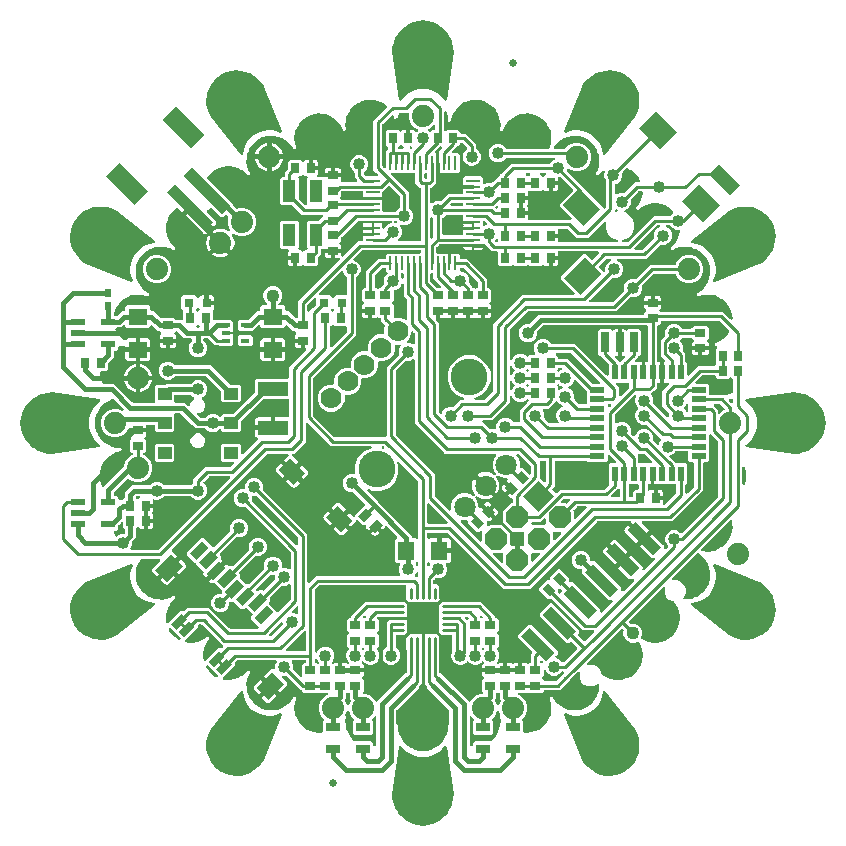
<source format=gbr>
G04 EAGLE Gerber RS-274X export*
G75*
%MOMM*%
%FSLAX34Y34*%
%LPD*%
%INTop Copper*%
%IPPOS*%
%AMOC8*
5,1,8,0,0,1.08239X$1,22.5*%
G01*
%ADD10R,0.558800X1.270000*%
%ADD11R,1.270000X0.558800*%
%ADD12C,4.064000*%
%ADD13R,0.700000X0.900000*%
%ADD14R,0.900000X0.700000*%
%ADD15R,2.500000X1.200000*%
%ADD16R,0.700000X1.700000*%
%ADD17R,3.000000X1.000000*%
%ADD18R,1.000000X4.600000*%
%ADD19R,3.400000X1.600000*%
%ADD20R,1.150000X1.000000*%
%ADD21R,0.800000X0.800000*%
%ADD22R,1.200000X0.550000*%
%ADD23R,1.600000X1.400000*%
%ADD24R,0.254000X1.143000*%
%ADD25R,1.143000X0.254000*%
%ADD26R,1.100000X1.900000*%
%ADD27R,0.750000X0.400000*%
%ADD28R,2.000000X2.500000*%
%ADD29R,1.200000X2.500000*%
%ADD30R,1.800000X1.400000*%
%ADD31R,1.400000X1.900000*%
%ADD32R,0.800000X1.500000*%
%ADD33R,1.879600X1.879600*%
%ADD34P,2.034460X8X247.500000*%
%ADD35C,1.879600*%
%ADD36R,1.400000X1.600000*%
%ADD37C,1.800000*%
%ADD38C,1.778000*%
%ADD39C,3.116000*%
%ADD40C,0.280000*%
%ADD41C,0.135000*%
%ADD42C,0.635000*%
%ADD43R,1.200000X0.800000*%
%ADD44R,0.635000X1.270000*%
%ADD45R,0.600000X0.800000*%
%ADD46C,0.254000*%
%ADD47C,0.406400*%
%ADD48C,1.016000*%
%ADD49C,1.108000*%

G36*
X-184339Y4585D02*
X-184339Y4585D01*
X-184251Y4588D01*
X-184198Y4605D01*
X-184144Y4613D01*
X-184064Y4648D01*
X-183981Y4675D01*
X-183941Y4703D01*
X-183884Y4729D01*
X-183771Y4825D01*
X-183707Y4870D01*
X-182117Y6461D01*
X-179316Y7621D01*
X-176284Y7621D01*
X-173483Y6461D01*
X-172274Y5251D01*
X-172250Y5234D01*
X-172231Y5211D01*
X-172137Y5148D01*
X-172047Y5080D01*
X-172019Y5070D01*
X-171995Y5054D01*
X-171887Y5019D01*
X-171781Y4979D01*
X-171752Y4977D01*
X-171724Y4968D01*
X-171610Y4965D01*
X-171498Y4956D01*
X-171469Y4961D01*
X-171440Y4961D01*
X-171330Y4989D01*
X-171219Y5011D01*
X-171193Y5025D01*
X-171165Y5032D01*
X-171067Y5090D01*
X-170967Y5142D01*
X-170945Y5163D01*
X-170920Y5178D01*
X-170843Y5260D01*
X-170761Y5338D01*
X-170746Y5364D01*
X-170726Y5385D01*
X-170674Y5486D01*
X-170617Y5583D01*
X-170610Y5612D01*
X-170596Y5638D01*
X-170583Y5715D01*
X-170547Y5859D01*
X-170549Y5921D01*
X-170541Y5969D01*
X-170541Y6052D01*
X-169052Y7541D01*
X-161597Y7541D01*
X-161510Y7553D01*
X-161423Y7556D01*
X-161370Y7573D01*
X-161315Y7581D01*
X-161235Y7616D01*
X-161152Y7643D01*
X-161113Y7671D01*
X-161056Y7697D01*
X-160942Y7793D01*
X-160879Y7838D01*
X-142338Y26379D01*
X-142286Y26448D01*
X-142226Y26512D01*
X-142200Y26562D01*
X-142167Y26606D01*
X-142136Y26688D01*
X-142096Y26766D01*
X-142088Y26813D01*
X-142066Y26872D01*
X-142054Y27019D01*
X-142041Y27097D01*
X-142041Y36252D01*
X-140552Y37741D01*
X-114364Y37741D01*
X-114306Y37749D01*
X-114248Y37747D01*
X-114166Y37769D01*
X-114082Y37781D01*
X-114029Y37804D01*
X-113973Y37819D01*
X-113900Y37862D01*
X-113823Y37897D01*
X-113778Y37935D01*
X-113728Y37964D01*
X-113670Y38026D01*
X-113606Y38080D01*
X-113574Y38129D01*
X-113534Y38172D01*
X-113495Y38247D01*
X-113448Y38317D01*
X-113431Y38373D01*
X-113404Y38425D01*
X-113393Y38493D01*
X-113363Y38588D01*
X-113360Y38688D01*
X-113349Y38756D01*
X-113349Y47615D01*
X-99038Y61926D01*
X-99020Y61950D01*
X-98998Y61969D01*
X-98935Y62063D01*
X-98867Y62153D01*
X-98857Y62181D01*
X-98840Y62205D01*
X-98806Y62313D01*
X-98766Y62419D01*
X-98764Y62448D01*
X-98755Y62476D01*
X-98752Y62590D01*
X-98742Y62702D01*
X-98748Y62731D01*
X-98747Y62760D01*
X-98776Y62870D01*
X-98798Y62981D01*
X-98812Y63007D01*
X-98819Y63035D01*
X-98877Y63133D01*
X-98929Y63233D01*
X-98949Y63255D01*
X-98964Y63280D01*
X-99047Y63357D01*
X-99125Y63439D01*
X-99150Y63454D01*
X-99172Y63474D01*
X-99273Y63526D01*
X-99370Y63583D01*
X-99399Y63590D01*
X-99425Y63604D01*
X-99502Y63617D01*
X-99646Y63653D01*
X-99708Y63651D01*
X-99756Y63659D01*
X-99851Y63659D01*
X-99851Y68966D01*
X-99859Y69024D01*
X-99857Y69082D01*
X-99879Y69164D01*
X-99891Y69247D01*
X-99914Y69301D01*
X-99929Y69357D01*
X-99972Y69430D01*
X-100007Y69507D01*
X-100045Y69551D01*
X-100074Y69602D01*
X-100136Y69659D01*
X-100190Y69724D01*
X-100239Y69756D01*
X-100282Y69796D01*
X-100357Y69835D01*
X-100427Y69881D01*
X-100483Y69899D01*
X-100535Y69926D01*
X-100603Y69937D01*
X-100698Y69967D01*
X-100798Y69970D01*
X-100866Y69981D01*
X-101319Y69981D01*
X-101319Y70434D01*
X-101327Y70492D01*
X-101326Y70550D01*
X-101347Y70632D01*
X-101359Y70716D01*
X-101383Y70769D01*
X-101397Y70825D01*
X-101441Y70898D01*
X-101475Y70975D01*
X-101513Y71020D01*
X-101543Y71070D01*
X-101604Y71128D01*
X-101659Y71192D01*
X-101707Y71224D01*
X-101750Y71264D01*
X-101825Y71303D01*
X-101895Y71350D01*
X-101951Y71367D01*
X-102003Y71394D01*
X-102071Y71405D01*
X-102166Y71435D01*
X-102266Y71438D01*
X-102334Y71449D01*
X-108641Y71449D01*
X-108641Y73534D01*
X-108468Y74181D01*
X-108133Y74760D01*
X-107660Y75233D01*
X-107580Y75279D01*
X-107541Y75309D01*
X-107498Y75332D01*
X-107430Y75397D01*
X-107356Y75454D01*
X-107328Y75494D01*
X-107292Y75528D01*
X-107245Y75609D01*
X-107190Y75685D01*
X-107173Y75731D01*
X-107148Y75773D01*
X-107125Y75864D01*
X-107093Y75952D01*
X-107090Y76001D01*
X-107078Y76048D01*
X-107081Y76142D01*
X-107075Y76236D01*
X-107086Y76284D01*
X-107087Y76333D01*
X-107116Y76422D01*
X-107136Y76514D01*
X-107160Y76557D01*
X-107175Y76603D01*
X-107218Y76663D01*
X-107272Y76764D01*
X-107333Y76825D01*
X-107370Y76876D01*
X-108323Y77830D01*
X-108393Y77882D01*
X-108457Y77942D01*
X-108506Y77968D01*
X-108550Y78001D01*
X-108632Y78032D01*
X-108710Y78072D01*
X-108757Y78080D01*
X-108816Y78102D01*
X-108964Y78114D01*
X-109041Y78127D01*
X-109994Y78127D01*
X-114726Y82859D01*
X-114750Y82877D01*
X-114769Y82899D01*
X-114863Y82962D01*
X-114953Y83030D01*
X-114981Y83041D01*
X-115005Y83057D01*
X-115113Y83091D01*
X-115219Y83131D01*
X-115248Y83134D01*
X-115276Y83143D01*
X-115390Y83146D01*
X-115502Y83155D01*
X-115531Y83149D01*
X-115560Y83150D01*
X-115670Y83121D01*
X-115781Y83099D01*
X-115807Y83086D01*
X-115835Y83078D01*
X-115933Y83020D01*
X-116033Y82968D01*
X-116055Y82948D01*
X-116080Y82933D01*
X-116157Y82850D01*
X-116239Y82772D01*
X-116254Y82747D01*
X-116274Y82726D01*
X-116326Y82625D01*
X-116383Y82527D01*
X-116390Y82499D01*
X-116404Y82472D01*
X-116417Y82395D01*
X-116453Y82252D01*
X-116451Y82189D01*
X-116458Y82149D01*
X-117948Y80659D01*
X-136052Y80659D01*
X-137542Y82149D01*
X-137545Y82171D01*
X-137542Y82200D01*
X-137565Y82311D01*
X-137581Y82423D01*
X-137593Y82450D01*
X-137598Y82478D01*
X-137650Y82579D01*
X-137697Y82682D01*
X-137716Y82705D01*
X-137729Y82731D01*
X-137807Y82813D01*
X-137880Y82899D01*
X-137905Y82916D01*
X-137925Y82937D01*
X-138023Y82994D01*
X-138117Y83057D01*
X-138145Y83066D01*
X-138170Y83081D01*
X-138280Y83108D01*
X-138388Y83143D01*
X-138418Y83143D01*
X-138446Y83151D01*
X-138559Y83147D01*
X-138672Y83150D01*
X-138701Y83143D01*
X-138730Y83142D01*
X-138838Y83107D01*
X-138947Y83078D01*
X-138973Y83063D01*
X-139001Y83054D01*
X-139064Y83009D01*
X-139192Y82933D01*
X-139235Y82887D01*
X-139274Y82859D01*
X-144006Y78127D01*
X-152604Y78127D01*
X-152622Y78134D01*
X-152769Y78146D01*
X-152847Y78159D01*
X-155302Y78159D01*
X-156791Y79648D01*
X-156791Y85752D01*
X-155302Y87241D01*
X-152847Y87241D01*
X-152760Y87253D01*
X-152673Y87256D01*
X-152620Y87273D01*
X-148215Y87273D01*
X-148128Y87285D01*
X-148041Y87288D01*
X-147988Y87305D01*
X-147933Y87313D01*
X-147853Y87348D01*
X-147770Y87375D01*
X-147731Y87403D01*
X-147674Y87429D01*
X-147560Y87525D01*
X-147497Y87570D01*
X-140294Y94773D01*
X-138556Y94773D01*
X-138498Y94781D01*
X-138440Y94779D01*
X-138358Y94801D01*
X-138274Y94813D01*
X-138221Y94836D01*
X-138165Y94851D01*
X-138092Y94894D01*
X-138015Y94929D01*
X-137970Y94967D01*
X-137920Y94996D01*
X-137862Y95058D01*
X-137798Y95112D01*
X-137766Y95161D01*
X-137726Y95204D01*
X-137687Y95279D01*
X-137640Y95349D01*
X-137623Y95405D01*
X-137596Y95457D01*
X-137585Y95525D01*
X-137555Y95620D01*
X-137552Y95720D01*
X-137541Y95788D01*
X-137541Y98252D01*
X-136052Y99741D01*
X-132670Y99741D01*
X-132641Y99745D01*
X-132611Y99742D01*
X-132500Y99765D01*
X-132388Y99781D01*
X-132361Y99793D01*
X-132333Y99798D01*
X-132232Y99851D01*
X-132129Y99897D01*
X-132106Y99916D01*
X-132080Y99929D01*
X-131998Y100007D01*
X-131912Y100080D01*
X-131895Y100105D01*
X-131874Y100125D01*
X-131817Y100223D01*
X-131754Y100317D01*
X-131745Y100345D01*
X-131730Y100370D01*
X-131703Y100480D01*
X-131668Y100588D01*
X-131668Y100618D01*
X-131660Y100646D01*
X-131664Y100759D01*
X-131661Y100872D01*
X-131668Y100901D01*
X-131669Y100930D01*
X-131704Y101038D01*
X-131733Y101147D01*
X-131748Y101173D01*
X-131757Y101201D01*
X-131802Y101264D01*
X-131878Y101392D01*
X-131924Y101435D01*
X-131952Y101474D01*
X-133851Y103373D01*
X-135081Y106343D01*
X-135081Y109557D01*
X-133850Y112527D01*
X-131577Y114800D01*
X-128607Y116031D01*
X-125393Y116031D01*
X-122423Y114800D01*
X-120150Y112527D01*
X-118919Y109557D01*
X-118919Y106343D01*
X-120149Y103373D01*
X-122048Y101474D01*
X-122066Y101450D01*
X-122088Y101431D01*
X-122151Y101337D01*
X-122219Y101247D01*
X-122230Y101219D01*
X-122246Y101195D01*
X-122280Y101087D01*
X-122320Y100981D01*
X-122323Y100952D01*
X-122332Y100924D01*
X-122335Y100810D01*
X-122344Y100698D01*
X-122338Y100669D01*
X-122339Y100640D01*
X-122310Y100530D01*
X-122288Y100419D01*
X-122275Y100393D01*
X-122267Y100365D01*
X-122209Y100267D01*
X-122157Y100167D01*
X-122137Y100145D01*
X-122122Y100120D01*
X-122039Y100043D01*
X-121961Y99961D01*
X-121936Y99946D01*
X-121915Y99926D01*
X-121814Y99874D01*
X-121716Y99817D01*
X-121688Y99810D01*
X-121661Y99796D01*
X-121584Y99783D01*
X-121441Y99747D01*
X-121378Y99749D01*
X-121330Y99741D01*
X-117948Y99741D01*
X-116459Y98252D01*
X-116459Y95788D01*
X-116451Y95730D01*
X-116453Y95672D01*
X-116431Y95590D01*
X-116419Y95506D01*
X-116396Y95453D01*
X-116381Y95397D01*
X-116338Y95324D01*
X-116303Y95247D01*
X-116265Y95202D01*
X-116236Y95152D01*
X-116174Y95094D01*
X-116120Y95030D01*
X-116071Y94998D01*
X-116028Y94958D01*
X-115953Y94919D01*
X-115883Y94872D01*
X-115827Y94855D01*
X-115775Y94828D01*
X-115707Y94817D01*
X-115612Y94787D01*
X-115512Y94784D01*
X-115444Y94773D01*
X-113706Y94773D01*
X-107971Y89038D01*
X-107901Y88986D01*
X-107838Y88926D01*
X-107788Y88900D01*
X-107744Y88867D01*
X-107662Y88836D01*
X-107584Y88796D01*
X-107537Y88788D01*
X-107478Y88766D01*
X-107331Y88754D01*
X-107253Y88741D01*
X-106426Y88741D01*
X-106368Y88749D01*
X-106310Y88747D01*
X-106228Y88769D01*
X-106144Y88781D01*
X-106091Y88804D01*
X-106035Y88819D01*
X-105962Y88862D01*
X-105885Y88897D01*
X-105840Y88935D01*
X-105790Y88964D01*
X-105732Y89026D01*
X-105668Y89080D01*
X-105636Y89129D01*
X-105596Y89172D01*
X-105557Y89247D01*
X-105510Y89317D01*
X-105493Y89373D01*
X-105466Y89425D01*
X-105455Y89493D01*
X-105425Y89588D01*
X-105422Y89688D01*
X-105411Y89756D01*
X-105411Y103178D01*
X-70444Y138145D01*
X-70433Y138160D01*
X-70417Y138173D01*
X-70347Y138274D01*
X-70273Y138372D01*
X-70266Y138390D01*
X-70255Y138407D01*
X-70216Y138523D01*
X-70172Y138638D01*
X-70171Y138657D01*
X-70164Y138676D01*
X-70159Y138799D01*
X-70149Y138921D01*
X-70153Y138940D01*
X-70152Y138960D01*
X-70180Y139080D01*
X-70205Y139200D01*
X-70214Y139217D01*
X-70218Y139236D01*
X-70279Y139343D01*
X-70336Y139452D01*
X-70349Y139466D01*
X-70359Y139483D01*
X-70447Y139569D01*
X-70531Y139658D01*
X-70548Y139668D01*
X-70562Y139682D01*
X-70670Y139740D01*
X-70777Y139802D01*
X-70796Y139807D01*
X-70813Y139816D01*
X-70933Y139842D01*
X-71052Y139872D01*
X-71072Y139871D01*
X-71091Y139875D01*
X-71165Y139868D01*
X-71336Y139863D01*
X-71348Y139859D01*
X-74451Y139859D01*
X-74451Y144151D01*
X-69159Y144151D01*
X-69159Y142008D01*
X-69163Y141965D01*
X-69178Y141843D01*
X-69175Y141824D01*
X-69176Y141804D01*
X-69152Y141683D01*
X-69133Y141562D01*
X-69124Y141545D01*
X-69120Y141525D01*
X-69064Y141416D01*
X-69011Y141305D01*
X-68998Y141290D01*
X-68989Y141273D01*
X-68905Y141184D01*
X-68824Y141092D01*
X-68807Y141081D01*
X-68794Y141067D01*
X-68688Y141005D01*
X-68584Y140939D01*
X-68565Y140933D01*
X-68548Y140923D01*
X-68430Y140893D01*
X-68312Y140858D01*
X-68292Y140858D01*
X-68273Y140853D01*
X-68150Y140857D01*
X-68027Y140856D01*
X-68008Y140861D01*
X-67989Y140862D01*
X-67872Y140900D01*
X-67754Y140933D01*
X-67737Y140943D01*
X-67718Y140950D01*
X-67658Y140992D01*
X-67512Y141083D01*
X-67478Y141121D01*
X-67445Y141144D01*
X-54478Y154111D01*
X-51771Y154111D01*
X-51713Y154119D01*
X-51655Y154117D01*
X-51573Y154139D01*
X-51489Y154151D01*
X-51436Y154174D01*
X-51380Y154189D01*
X-51307Y154232D01*
X-51230Y154267D01*
X-51185Y154305D01*
X-51135Y154334D01*
X-51077Y154396D01*
X-51013Y154450D01*
X-50981Y154499D01*
X-50941Y154542D01*
X-50902Y154617D01*
X-50855Y154687D01*
X-50838Y154743D01*
X-50811Y154795D01*
X-50800Y154863D01*
X-50770Y154958D01*
X-50767Y155058D01*
X-50756Y155126D01*
X-50756Y157706D01*
X-50745Y157734D01*
X-50708Y157803D01*
X-50694Y157867D01*
X-50671Y157928D01*
X-50665Y158005D01*
X-50649Y158081D01*
X-50654Y158137D01*
X-50648Y158211D01*
X-50673Y158338D01*
X-50681Y158415D01*
X-50756Y158696D01*
X-50756Y159285D01*
X-42500Y159285D01*
X-42442Y159293D01*
X-42384Y159291D01*
X-42302Y159313D01*
X-42219Y159324D01*
X-42165Y159348D01*
X-42109Y159363D01*
X-42036Y159406D01*
X-41959Y159441D01*
X-41915Y159478D01*
X-41865Y159508D01*
X-41864Y159509D01*
X-41807Y159570D01*
X-41742Y159624D01*
X-41742Y159625D01*
X-41710Y159673D01*
X-41669Y159716D01*
X-41631Y159791D01*
X-41584Y159861D01*
X-41567Y159917D01*
X-41540Y159969D01*
X-41529Y160037D01*
X-41499Y160132D01*
X-41496Y160232D01*
X-41485Y160300D01*
X-41485Y165300D01*
X-41485Y169285D01*
X-34244Y169285D01*
X-34244Y168696D01*
X-34414Y168063D01*
X-34426Y167966D01*
X-34446Y167871D01*
X-34442Y167831D01*
X-34448Y167781D01*
X-34421Y167611D01*
X-34414Y167537D01*
X-34244Y166904D01*
X-34244Y165591D01*
X-34232Y165506D01*
X-34230Y165420D01*
X-34212Y165366D01*
X-34204Y165309D01*
X-34169Y165231D01*
X-34143Y165149D01*
X-34111Y165102D01*
X-34088Y165050D01*
X-34033Y164984D01*
X-33985Y164913D01*
X-33941Y164876D01*
X-33905Y164833D01*
X-33833Y164785D01*
X-33767Y164730D01*
X-33715Y164707D01*
X-33668Y164675D01*
X-33586Y164650D01*
X-33507Y164615D01*
X-33451Y164607D01*
X-33397Y164590D01*
X-33311Y164587D01*
X-33226Y164576D01*
X-33170Y164584D01*
X-33113Y164582D01*
X-33030Y164604D01*
X-32944Y164616D01*
X-32893Y164640D01*
X-32838Y164654D01*
X-32764Y164698D01*
X-32685Y164733D01*
X-32642Y164770D01*
X-32593Y164799D01*
X-32534Y164862D01*
X-32469Y164918D01*
X-32443Y164960D01*
X-32399Y165007D01*
X-32333Y165136D01*
X-32291Y165202D01*
X-31861Y166242D01*
X-29717Y168386D01*
X-26939Y169536D01*
X-26865Y169580D01*
X-26787Y169615D01*
X-26743Y169652D01*
X-26694Y169681D01*
X-26635Y169743D01*
X-26570Y169799D01*
X-26538Y169846D01*
X-26499Y169887D01*
X-26460Y169964D01*
X-26412Y170035D01*
X-26395Y170089D01*
X-26369Y170140D01*
X-26352Y170224D01*
X-26326Y170306D01*
X-26325Y170363D01*
X-26314Y170419D01*
X-26321Y170504D01*
X-26319Y170590D01*
X-26334Y170645D01*
X-26338Y170702D01*
X-26369Y170782D01*
X-26391Y170865D01*
X-26420Y170914D01*
X-26440Y170967D01*
X-26492Y171036D01*
X-26536Y171110D01*
X-26578Y171149D01*
X-26612Y171194D01*
X-26681Y171246D01*
X-26744Y171304D01*
X-26794Y171330D01*
X-26840Y171364D01*
X-26920Y171395D01*
X-26997Y171434D01*
X-27045Y171442D01*
X-27106Y171465D01*
X-27250Y171476D01*
X-27328Y171489D01*
X-33229Y171489D01*
X-33287Y171481D01*
X-33345Y171483D01*
X-33427Y171461D01*
X-33511Y171449D01*
X-33564Y171426D01*
X-33620Y171411D01*
X-33693Y171368D01*
X-33770Y171333D01*
X-33791Y171315D01*
X-42500Y171315D01*
X-51208Y171315D01*
X-51262Y171343D01*
X-51332Y171390D01*
X-51388Y171407D01*
X-51440Y171434D01*
X-51508Y171445D01*
X-51603Y171475D01*
X-51703Y171478D01*
X-51771Y171489D01*
X-54476Y171489D01*
X-54563Y171477D01*
X-54650Y171474D01*
X-54703Y171457D01*
X-54758Y171449D01*
X-54837Y171414D01*
X-54921Y171387D01*
X-54960Y171359D01*
X-55017Y171333D01*
X-55130Y171237D01*
X-55194Y171192D01*
X-68862Y157524D01*
X-68914Y157454D01*
X-68974Y157390D01*
X-69000Y157341D01*
X-69033Y157297D01*
X-69064Y157215D01*
X-69104Y157137D01*
X-69112Y157090D01*
X-69134Y157031D01*
X-69146Y156883D01*
X-69159Y156806D01*
X-69159Y154348D01*
X-70430Y153076D01*
X-70460Y153038D01*
X-70496Y153005D01*
X-70545Y152924D01*
X-70601Y152849D01*
X-70619Y152804D01*
X-70644Y152762D01*
X-70669Y152672D01*
X-70702Y152584D01*
X-70707Y152535D01*
X-70719Y152488D01*
X-70718Y152394D01*
X-70726Y152300D01*
X-70716Y152253D01*
X-70716Y152204D01*
X-70689Y152114D01*
X-70670Y152022D01*
X-70648Y151978D01*
X-70634Y151932D01*
X-70582Y151853D01*
X-70539Y151769D01*
X-70506Y151734D01*
X-70479Y151693D01*
X-70422Y151646D01*
X-70343Y151563D01*
X-70268Y151519D01*
X-70220Y151479D01*
X-70140Y151433D01*
X-69667Y150960D01*
X-69332Y150381D01*
X-69159Y149734D01*
X-69159Y147649D01*
X-75466Y147649D01*
X-75524Y147641D01*
X-75582Y147643D01*
X-75664Y147621D01*
X-75747Y147609D01*
X-75801Y147586D01*
X-75857Y147571D01*
X-75930Y147528D01*
X-76007Y147493D01*
X-76051Y147455D01*
X-76102Y147426D01*
X-76159Y147364D01*
X-76203Y147327D01*
X-76204Y147328D01*
X-76259Y147392D01*
X-76307Y147424D01*
X-76350Y147464D01*
X-76425Y147503D01*
X-76495Y147550D01*
X-76551Y147567D01*
X-76603Y147594D01*
X-76671Y147605D01*
X-76766Y147635D01*
X-76866Y147638D01*
X-76934Y147649D01*
X-82737Y147649D01*
X-82824Y147637D01*
X-82911Y147634D01*
X-82964Y147617D01*
X-83019Y147609D01*
X-83098Y147574D01*
X-83182Y147547D01*
X-83221Y147519D01*
X-83278Y147493D01*
X-83391Y147397D01*
X-83455Y147352D01*
X-83548Y147259D01*
X-85274Y147259D01*
X-85332Y147251D01*
X-85390Y147253D01*
X-85472Y147231D01*
X-85556Y147219D01*
X-85609Y147196D01*
X-85665Y147181D01*
X-85738Y147138D01*
X-85815Y147103D01*
X-85860Y147065D01*
X-85910Y147036D01*
X-85968Y146974D01*
X-86032Y146920D01*
X-86064Y146871D01*
X-86104Y146828D01*
X-86143Y146753D01*
X-86190Y146683D01*
X-86207Y146627D01*
X-86234Y146575D01*
X-86245Y146507D01*
X-86275Y146412D01*
X-86278Y146312D01*
X-86289Y146244D01*
X-86289Y143122D01*
X-88762Y140649D01*
X-88814Y140579D01*
X-88874Y140515D01*
X-88900Y140466D01*
X-88933Y140422D01*
X-88964Y140340D01*
X-89004Y140262D01*
X-89012Y140215D01*
X-89034Y140156D01*
X-89046Y140008D01*
X-89059Y139931D01*
X-89059Y134148D01*
X-90548Y132659D01*
X-99652Y132659D01*
X-100924Y133930D01*
X-100962Y133960D01*
X-100995Y133996D01*
X-101076Y134045D01*
X-101151Y134101D01*
X-101196Y134119D01*
X-101238Y134144D01*
X-101328Y134169D01*
X-101416Y134202D01*
X-101465Y134207D01*
X-101512Y134219D01*
X-101606Y134218D01*
X-101700Y134226D01*
X-101747Y134216D01*
X-101796Y134216D01*
X-101886Y134189D01*
X-101978Y134170D01*
X-102022Y134148D01*
X-102068Y134134D01*
X-102147Y134082D01*
X-102231Y134039D01*
X-102266Y134006D01*
X-102307Y133979D01*
X-102354Y133922D01*
X-102437Y133843D01*
X-102481Y133768D01*
X-102521Y133720D01*
X-102567Y133640D01*
X-103040Y133167D01*
X-103619Y132832D01*
X-104266Y132659D01*
X-106351Y132659D01*
X-106351Y138966D01*
X-106359Y139024D01*
X-106357Y139082D01*
X-106379Y139164D01*
X-106391Y139247D01*
X-106414Y139301D01*
X-106429Y139357D01*
X-106472Y139430D01*
X-106507Y139507D01*
X-106545Y139551D01*
X-106574Y139602D01*
X-106636Y139659D01*
X-106690Y139724D01*
X-106739Y139756D01*
X-106782Y139796D01*
X-106857Y139835D01*
X-106927Y139881D01*
X-106983Y139899D01*
X-107035Y139926D01*
X-107103Y139937D01*
X-107198Y139967D01*
X-107298Y139970D01*
X-107366Y139981D01*
X-107819Y139981D01*
X-107819Y140434D01*
X-107827Y140492D01*
X-107826Y140550D01*
X-107847Y140632D01*
X-107859Y140716D01*
X-107883Y140769D01*
X-107897Y140825D01*
X-107941Y140898D01*
X-107975Y140975D01*
X-108013Y141020D01*
X-108043Y141070D01*
X-108104Y141128D01*
X-108159Y141192D01*
X-108207Y141224D01*
X-108250Y141264D01*
X-108325Y141303D01*
X-108395Y141350D01*
X-108451Y141367D01*
X-108503Y141394D01*
X-108571Y141405D01*
X-108666Y141435D01*
X-108766Y141438D01*
X-108834Y141449D01*
X-114141Y141449D01*
X-114141Y144534D01*
X-113968Y145181D01*
X-113647Y145736D01*
X-113632Y145773D01*
X-113610Y145805D01*
X-113579Y145904D01*
X-113540Y146000D01*
X-113536Y146039D01*
X-113525Y146076D01*
X-113522Y146180D01*
X-113511Y146283D01*
X-113518Y146321D01*
X-113517Y146360D01*
X-113544Y146461D01*
X-113562Y146563D01*
X-113579Y146598D01*
X-113589Y146635D01*
X-113642Y146724D01*
X-113688Y146817D01*
X-113715Y146846D01*
X-113734Y146880D01*
X-113810Y146951D01*
X-113880Y147027D01*
X-113913Y147048D01*
X-113942Y147074D01*
X-114034Y147122D01*
X-114122Y147176D01*
X-114160Y147186D01*
X-114195Y147204D01*
X-114271Y147217D01*
X-114397Y147251D01*
X-114471Y147250D01*
X-114526Y147259D01*
X-119652Y147259D01*
X-121141Y148748D01*
X-121141Y169852D01*
X-119652Y171341D01*
X-106548Y171341D01*
X-105059Y169852D01*
X-105059Y148748D01*
X-105333Y148474D01*
X-105351Y148450D01*
X-105373Y148431D01*
X-105436Y148337D01*
X-105504Y148247D01*
X-105514Y148219D01*
X-105531Y148195D01*
X-105565Y148087D01*
X-105605Y147981D01*
X-105608Y147952D01*
X-105616Y147924D01*
X-105619Y147810D01*
X-105629Y147698D01*
X-105623Y147669D01*
X-105624Y147640D01*
X-105595Y147530D01*
X-105573Y147419D01*
X-105559Y147393D01*
X-105552Y147365D01*
X-105494Y147267D01*
X-105442Y147167D01*
X-105422Y147145D01*
X-105407Y147120D01*
X-105324Y147043D01*
X-105246Y146961D01*
X-105221Y146946D01*
X-105199Y146926D01*
X-105098Y146874D01*
X-105001Y146817D01*
X-104972Y146810D01*
X-104946Y146796D01*
X-104869Y146783D01*
X-104725Y146747D01*
X-104663Y146749D01*
X-104615Y146741D01*
X-104266Y146741D01*
X-103619Y146568D01*
X-103040Y146233D01*
X-102567Y145760D01*
X-102521Y145680D01*
X-102491Y145641D01*
X-102468Y145598D01*
X-102403Y145530D01*
X-102345Y145456D01*
X-102306Y145427D01*
X-102272Y145392D01*
X-102191Y145345D01*
X-102115Y145290D01*
X-102069Y145273D01*
X-102027Y145248D01*
X-101936Y145225D01*
X-101848Y145193D01*
X-101799Y145190D01*
X-101752Y145178D01*
X-101658Y145181D01*
X-101564Y145175D01*
X-101516Y145186D01*
X-101467Y145187D01*
X-101378Y145216D01*
X-101286Y145236D01*
X-101243Y145260D01*
X-101197Y145275D01*
X-101136Y145318D01*
X-101036Y145372D01*
X-100975Y145433D01*
X-100924Y145470D01*
X-99652Y146741D01*
X-98585Y146741D01*
X-98556Y146745D01*
X-98527Y146742D01*
X-98415Y146765D01*
X-98303Y146781D01*
X-98277Y146793D01*
X-98248Y146798D01*
X-98147Y146851D01*
X-98044Y146897D01*
X-98022Y146916D01*
X-97996Y146929D01*
X-97913Y147007D01*
X-97827Y147080D01*
X-97811Y147105D01*
X-97789Y147125D01*
X-97732Y147223D01*
X-97669Y147317D01*
X-97661Y147345D01*
X-97646Y147370D01*
X-97618Y147480D01*
X-97584Y147588D01*
X-97583Y147618D01*
X-97576Y147646D01*
X-97579Y147759D01*
X-97576Y147872D01*
X-97584Y147901D01*
X-97585Y147930D01*
X-97620Y148038D01*
X-97648Y148147D01*
X-97663Y148173D01*
X-97672Y148201D01*
X-97718Y148265D01*
X-97793Y148392D01*
X-97839Y148435D01*
X-97867Y148474D01*
X-98141Y148748D01*
X-98141Y169852D01*
X-96652Y171341D01*
X-88469Y171341D01*
X-88382Y171353D01*
X-88295Y171356D01*
X-88242Y171373D01*
X-88187Y171381D01*
X-88108Y171416D01*
X-88024Y171443D01*
X-87985Y171471D01*
X-87928Y171497D01*
X-87815Y171593D01*
X-87751Y171638D01*
X-84593Y174796D01*
X-84575Y174820D01*
X-84553Y174839D01*
X-84490Y174933D01*
X-84422Y175023D01*
X-84412Y175051D01*
X-84395Y175075D01*
X-84361Y175183D01*
X-84321Y175289D01*
X-84318Y175318D01*
X-84310Y175346D01*
X-84307Y175460D01*
X-84297Y175572D01*
X-84303Y175601D01*
X-84302Y175630D01*
X-84331Y175740D01*
X-84353Y175851D01*
X-84367Y175877D01*
X-84374Y175905D01*
X-84432Y176003D01*
X-84484Y176103D01*
X-84504Y176125D01*
X-84519Y176150D01*
X-84602Y176227D01*
X-84680Y176309D01*
X-84705Y176324D01*
X-84727Y176344D01*
X-84828Y176396D01*
X-84925Y176453D01*
X-84954Y176460D01*
X-84980Y176474D01*
X-85057Y176487D01*
X-85201Y176523D01*
X-85263Y176521D01*
X-85311Y176529D01*
X-102543Y176529D01*
X-109976Y183962D01*
X-110046Y184014D01*
X-110110Y184074D01*
X-110159Y184100D01*
X-110203Y184133D01*
X-110285Y184164D01*
X-110363Y184204D01*
X-110410Y184212D01*
X-110469Y184234D01*
X-110617Y184246D01*
X-110694Y184259D01*
X-119652Y184259D01*
X-121141Y185748D01*
X-121141Y206852D01*
X-119652Y208341D01*
X-117926Y208341D01*
X-117868Y208349D01*
X-117810Y208347D01*
X-117728Y208369D01*
X-117644Y208381D01*
X-117591Y208404D01*
X-117535Y208419D01*
X-117462Y208462D01*
X-117385Y208497D01*
X-117340Y208535D01*
X-117290Y208564D01*
X-117232Y208626D01*
X-117168Y208680D01*
X-117136Y208729D01*
X-117096Y208772D01*
X-117057Y208847D01*
X-117010Y208917D01*
X-116993Y208973D01*
X-116966Y209025D01*
X-116955Y209093D01*
X-116925Y209188D01*
X-116922Y209288D01*
X-116911Y209356D01*
X-116911Y212478D01*
X-114438Y214951D01*
X-114386Y215021D01*
X-114326Y215085D01*
X-114300Y215134D01*
X-114267Y215178D01*
X-114236Y215260D01*
X-114196Y215338D01*
X-114188Y215385D01*
X-114166Y215444D01*
X-114154Y215592D01*
X-114141Y215669D01*
X-114141Y221452D01*
X-112652Y222941D01*
X-103548Y222941D01*
X-102276Y221670D01*
X-102238Y221640D01*
X-102205Y221604D01*
X-102124Y221555D01*
X-102049Y221499D01*
X-102004Y221481D01*
X-101962Y221456D01*
X-101872Y221431D01*
X-101784Y221398D01*
X-101735Y221393D01*
X-101688Y221381D01*
X-101594Y221382D01*
X-101500Y221374D01*
X-101453Y221384D01*
X-101404Y221384D01*
X-101314Y221411D01*
X-101222Y221430D01*
X-101178Y221452D01*
X-101132Y221466D01*
X-101053Y221518D01*
X-100969Y221561D01*
X-100934Y221594D01*
X-100893Y221621D01*
X-100846Y221678D01*
X-100763Y221757D01*
X-100719Y221832D01*
X-100679Y221880D01*
X-100633Y221960D01*
X-100160Y222433D01*
X-99581Y222768D01*
X-98934Y222941D01*
X-96849Y222941D01*
X-96849Y216634D01*
X-96841Y216576D01*
X-96843Y216518D01*
X-96821Y216436D01*
X-96809Y216353D01*
X-96786Y216299D01*
X-96771Y216243D01*
X-96728Y216170D01*
X-96693Y216093D01*
X-96655Y216049D01*
X-96626Y215998D01*
X-96564Y215941D01*
X-96510Y215876D01*
X-96461Y215844D01*
X-96418Y215804D01*
X-96343Y215765D01*
X-96273Y215719D01*
X-96217Y215701D01*
X-96165Y215674D01*
X-96097Y215663D01*
X-96002Y215633D01*
X-95902Y215630D01*
X-95834Y215619D01*
X-95381Y215619D01*
X-95381Y215166D01*
X-95373Y215108D01*
X-95374Y215050D01*
X-95353Y214968D01*
X-95341Y214884D01*
X-95317Y214831D01*
X-95303Y214775D01*
X-95259Y214702D01*
X-95225Y214625D01*
X-95187Y214580D01*
X-95157Y214530D01*
X-95096Y214472D01*
X-95041Y214408D01*
X-94993Y214376D01*
X-94950Y214336D01*
X-94875Y214297D01*
X-94805Y214250D01*
X-94749Y214233D01*
X-94697Y214206D01*
X-94629Y214195D01*
X-94534Y214165D01*
X-94434Y214162D01*
X-94366Y214151D01*
X-89059Y214151D01*
X-89059Y211066D01*
X-89232Y210419D01*
X-89553Y209864D01*
X-89568Y209827D01*
X-89590Y209795D01*
X-89621Y209696D01*
X-89660Y209600D01*
X-89664Y209561D01*
X-89675Y209524D01*
X-89678Y209420D01*
X-89689Y209317D01*
X-89682Y209279D01*
X-89683Y209240D01*
X-89656Y209139D01*
X-89638Y209037D01*
X-89621Y209002D01*
X-89611Y208965D01*
X-89558Y208876D01*
X-89512Y208783D01*
X-89485Y208754D01*
X-89466Y208720D01*
X-89390Y208649D01*
X-89320Y208573D01*
X-89287Y208552D01*
X-89258Y208526D01*
X-89166Y208478D01*
X-89078Y208424D01*
X-89040Y208414D01*
X-89005Y208396D01*
X-88929Y208383D01*
X-88803Y208349D01*
X-88729Y208350D01*
X-88674Y208341D01*
X-83548Y208341D01*
X-83455Y208248D01*
X-83385Y208196D01*
X-83321Y208136D01*
X-83272Y208110D01*
X-83228Y208077D01*
X-83146Y208046D01*
X-83068Y208006D01*
X-83021Y207998D01*
X-82962Y207976D01*
X-82814Y207964D01*
X-82737Y207951D01*
X-76934Y207951D01*
X-76876Y207959D01*
X-76818Y207957D01*
X-76736Y207979D01*
X-76653Y207991D01*
X-76599Y208014D01*
X-76543Y208029D01*
X-76470Y208072D01*
X-76393Y208107D01*
X-76349Y208145D01*
X-76298Y208174D01*
X-76241Y208236D01*
X-76197Y208273D01*
X-76196Y208272D01*
X-76141Y208208D01*
X-76093Y208176D01*
X-76050Y208136D01*
X-75975Y208097D01*
X-75905Y208050D01*
X-75849Y208033D01*
X-75797Y208006D01*
X-75729Y207995D01*
X-75634Y207965D01*
X-75534Y207962D01*
X-75466Y207951D01*
X-69159Y207951D01*
X-69159Y205865D01*
X-69287Y205389D01*
X-69293Y205340D01*
X-69308Y205294D01*
X-69310Y205200D01*
X-69321Y205107D01*
X-69314Y205058D01*
X-69315Y205010D01*
X-69291Y204919D01*
X-69276Y204826D01*
X-69255Y204782D01*
X-69243Y204735D01*
X-69195Y204654D01*
X-69155Y204569D01*
X-69123Y204532D01*
X-69098Y204490D01*
X-69029Y204426D01*
X-68967Y204355D01*
X-68926Y204329D01*
X-68891Y204296D01*
X-68807Y204253D01*
X-68728Y204202D01*
X-68681Y204188D01*
X-68637Y204166D01*
X-68564Y204154D01*
X-68455Y204122D01*
X-68368Y204121D01*
X-68306Y204111D01*
X-56376Y204111D01*
X-56347Y204115D01*
X-56318Y204112D01*
X-56207Y204135D01*
X-56094Y204151D01*
X-56068Y204163D01*
X-56039Y204168D01*
X-55938Y204221D01*
X-55835Y204267D01*
X-55813Y204286D01*
X-55787Y204299D01*
X-55704Y204377D01*
X-55618Y204450D01*
X-55602Y204475D01*
X-55580Y204495D01*
X-55523Y204593D01*
X-55460Y204687D01*
X-55452Y204715D01*
X-55437Y204740D01*
X-55409Y204850D01*
X-55375Y204958D01*
X-55374Y204988D01*
X-55367Y205016D01*
X-55370Y205129D01*
X-55367Y205242D01*
X-55375Y205271D01*
X-55376Y205300D01*
X-55411Y205408D01*
X-55439Y205517D01*
X-55454Y205543D01*
X-55463Y205571D01*
X-55509Y205634D01*
X-55584Y205762D01*
X-55630Y205805D01*
X-55658Y205844D01*
X-57786Y207972D01*
X-57786Y211726D01*
X-57786Y211728D01*
X-57786Y211730D01*
X-57794Y211783D01*
X-57792Y211826D01*
X-57808Y211887D01*
X-57826Y212008D01*
X-57826Y212010D01*
X-57826Y212011D01*
X-57860Y212086D01*
X-57864Y212101D01*
X-57876Y212120D01*
X-57883Y212137D01*
X-57942Y212267D01*
X-57943Y212269D01*
X-57944Y212270D01*
X-58032Y212374D01*
X-58125Y212484D01*
X-58127Y212485D01*
X-58128Y212487D01*
X-58142Y212495D01*
X-58234Y212557D01*
X-60436Y214758D01*
X-61596Y217559D01*
X-61596Y220591D01*
X-60436Y223392D01*
X-58292Y225536D01*
X-55491Y226696D01*
X-52459Y226696D01*
X-49658Y225536D01*
X-47514Y223392D01*
X-46354Y220591D01*
X-46354Y217559D01*
X-47514Y214758D01*
X-49710Y212563D01*
X-49782Y212520D01*
X-49783Y212519D01*
X-49785Y212518D01*
X-49884Y212412D01*
X-49977Y212313D01*
X-49978Y212312D01*
X-49979Y212311D01*
X-50042Y212188D01*
X-50056Y212161D01*
X-50065Y212148D01*
X-50068Y212139D01*
X-50108Y212061D01*
X-50108Y212059D01*
X-50109Y212058D01*
X-50111Y212042D01*
X-50133Y211931D01*
X-50150Y211877D01*
X-50151Y211840D01*
X-50163Y211782D01*
X-50160Y211751D01*
X-50164Y211726D01*
X-50164Y211549D01*
X-50152Y211462D01*
X-50149Y211375D01*
X-50132Y211322D01*
X-50124Y211267D01*
X-50089Y211188D01*
X-50062Y211104D01*
X-50034Y211065D01*
X-50008Y211008D01*
X-49912Y210895D01*
X-49867Y210831D01*
X-48444Y209408D01*
X-48374Y209356D01*
X-48310Y209296D01*
X-48261Y209270D01*
X-48217Y209237D01*
X-48135Y209206D01*
X-48057Y209166D01*
X-48010Y209158D01*
X-47951Y209136D01*
X-47803Y209124D01*
X-47726Y209111D01*
X-39151Y209111D01*
X-39122Y209115D01*
X-39093Y209112D01*
X-38982Y209135D01*
X-38869Y209151D01*
X-38843Y209163D01*
X-38814Y209168D01*
X-38713Y209221D01*
X-38610Y209267D01*
X-38588Y209286D01*
X-38562Y209299D01*
X-38479Y209377D01*
X-38393Y209450D01*
X-38377Y209475D01*
X-38355Y209495D01*
X-38298Y209593D01*
X-38235Y209687D01*
X-38227Y209715D01*
X-38212Y209740D01*
X-38184Y209850D01*
X-38150Y209958D01*
X-38149Y209988D01*
X-38142Y210016D01*
X-38145Y210129D01*
X-38142Y210242D01*
X-38150Y210271D01*
X-38151Y210300D01*
X-38186Y210408D01*
X-38214Y210517D01*
X-38229Y210543D01*
X-38238Y210571D01*
X-38284Y210635D01*
X-38359Y210762D01*
X-38405Y210805D01*
X-38433Y210844D01*
X-39381Y211792D01*
X-41911Y214322D01*
X-41911Y252608D01*
X-41921Y252683D01*
X-41922Y252760D01*
X-41941Y252823D01*
X-41948Y252873D01*
X-41911Y254576D01*
X-41912Y254588D01*
X-41911Y254598D01*
X-41911Y256173D01*
X-40773Y257262D01*
X-40765Y257271D01*
X-40757Y257277D01*
X-39543Y258491D01*
X-39496Y258512D01*
X-39399Y258594D01*
X-39335Y258638D01*
X-30617Y266982D01*
X-30544Y267075D01*
X-30466Y267164D01*
X-30456Y267186D01*
X-30441Y267206D01*
X-30396Y267315D01*
X-30347Y267422D01*
X-30343Y267446D01*
X-30334Y267469D01*
X-30321Y267586D01*
X-30303Y267703D01*
X-30307Y267727D01*
X-30304Y267752D01*
X-30325Y267868D01*
X-30340Y267985D01*
X-30349Y268007D01*
X-30354Y268032D01*
X-30406Y268137D01*
X-30453Y268246D01*
X-30467Y268262D01*
X-30479Y268287D01*
X-30670Y268497D01*
X-30672Y268498D01*
X-30673Y268499D01*
X-32336Y269870D01*
X-32416Y269919D01*
X-32467Y269962D01*
X-35191Y271566D01*
X-35277Y271602D01*
X-35334Y271636D01*
X-38275Y272795D01*
X-38366Y272816D01*
X-38427Y272841D01*
X-41514Y273525D01*
X-41607Y273533D01*
X-41672Y273548D01*
X-44827Y273741D01*
X-44920Y273733D01*
X-44986Y273738D01*
X-48133Y273435D01*
X-48224Y273413D01*
X-48290Y273407D01*
X-51351Y272616D01*
X-51422Y272586D01*
X-51433Y272585D01*
X-51451Y272576D01*
X-51501Y272564D01*
X-54401Y271303D01*
X-54480Y271254D01*
X-54541Y271228D01*
X-57208Y269530D01*
X-57279Y269469D01*
X-57335Y269434D01*
X-59702Y267339D01*
X-59763Y267268D01*
X-59813Y267225D01*
X-61824Y264785D01*
X-61873Y264705D01*
X-61915Y264655D01*
X-63520Y261931D01*
X-63531Y261903D01*
X-63536Y261895D01*
X-63543Y261876D01*
X-63556Y261844D01*
X-63590Y261787D01*
X-64748Y258846D01*
X-64770Y258755D01*
X-64795Y258694D01*
X-65479Y255607D01*
X-65483Y255557D01*
X-65491Y255533D01*
X-65492Y255491D01*
X-65501Y255450D01*
X-65694Y252294D01*
X-65687Y252201D01*
X-65691Y252135D01*
X-65408Y249190D01*
X-65341Y248913D01*
X-65332Y248896D01*
X-65328Y248882D01*
X-65323Y248875D01*
X-65321Y248866D01*
X-65242Y248691D01*
X-65251Y248650D01*
X-65251Y248646D01*
X-65251Y248643D01*
X-65249Y248615D01*
X-65242Y248507D01*
X-65276Y248422D01*
X-65276Y248418D01*
X-65277Y248415D01*
X-65279Y248387D01*
X-65286Y248328D01*
X-65412Y248174D01*
X-65560Y247931D01*
X-65568Y247904D01*
X-65580Y247884D01*
X-65647Y247704D01*
X-65683Y247681D01*
X-65685Y247679D01*
X-65688Y247677D01*
X-65706Y247655D01*
X-65778Y247574D01*
X-65862Y247538D01*
X-65864Y247536D01*
X-65868Y247534D01*
X-65889Y247515D01*
X-65935Y247478D01*
X-66133Y247459D01*
X-66410Y247392D01*
X-66435Y247378D01*
X-66457Y247372D01*
X-66632Y247293D01*
X-66673Y247302D01*
X-66677Y247302D01*
X-66680Y247302D01*
X-66708Y247300D01*
X-66816Y247293D01*
X-66901Y247327D01*
X-66905Y247327D01*
X-66908Y247328D01*
X-66936Y247330D01*
X-66995Y247337D01*
X-67149Y247463D01*
X-67392Y247611D01*
X-67419Y247619D01*
X-67439Y247631D01*
X-67619Y247698D01*
X-67642Y247734D01*
X-67644Y247736D01*
X-67646Y247739D01*
X-67668Y247757D01*
X-67749Y247829D01*
X-67785Y247913D01*
X-67787Y247915D01*
X-67789Y247919D01*
X-67808Y247940D01*
X-67845Y247986D01*
X-67864Y248184D01*
X-67931Y248461D01*
X-67945Y248486D01*
X-67951Y248508D01*
X-69178Y251200D01*
X-69228Y251279D01*
X-69255Y251340D01*
X-71000Y253976D01*
X-71062Y254046D01*
X-71098Y254101D01*
X-73234Y256432D01*
X-73306Y256492D01*
X-73350Y256541D01*
X-75824Y258509D01*
X-75905Y258556D01*
X-75956Y258598D01*
X-78708Y260155D01*
X-78795Y260189D01*
X-78852Y260222D01*
X-81813Y261329D01*
X-81904Y261349D01*
X-81966Y261373D01*
X-85064Y262003D01*
X-85158Y262009D01*
X-85222Y262023D01*
X-88380Y262161D01*
X-88473Y262152D01*
X-88540Y262155D01*
X-91681Y261797D01*
X-91771Y261774D01*
X-91837Y261767D01*
X-94883Y260922D01*
X-94969Y260885D01*
X-95033Y260868D01*
X-97910Y259557D01*
X-97988Y259506D01*
X-98049Y259479D01*
X-100685Y257735D01*
X-100755Y257673D01*
X-100811Y257637D01*
X-103141Y255501D01*
X-103201Y255428D01*
X-103250Y255384D01*
X-105218Y252910D01*
X-105265Y252830D01*
X-105307Y252778D01*
X-106864Y250027D01*
X-106898Y249940D01*
X-106931Y249882D01*
X-108038Y246921D01*
X-108058Y246830D01*
X-108082Y246768D01*
X-108712Y243670D01*
X-108718Y243577D01*
X-108732Y243512D01*
X-108869Y240354D01*
X-108860Y240261D01*
X-108864Y240195D01*
X-108506Y237054D01*
X-108482Y236963D01*
X-108475Y236897D01*
X-107685Y234047D01*
X-107685Y234046D01*
X-107571Y233786D01*
X-107553Y233764D01*
X-107543Y233742D01*
X-107435Y233585D01*
X-107436Y233542D01*
X-107436Y233539D01*
X-107436Y233535D01*
X-107428Y233506D01*
X-107403Y233403D01*
X-107422Y233313D01*
X-107421Y233309D01*
X-107422Y233306D01*
X-107419Y233279D01*
X-107415Y233218D01*
X-107513Y233045D01*
X-107617Y232781D01*
X-107619Y232752D01*
X-107627Y232730D01*
X-107662Y232542D01*
X-107694Y232513D01*
X-107695Y232510D01*
X-107698Y232508D01*
X-107712Y232483D01*
X-107768Y232390D01*
X-107845Y232341D01*
X-107847Y232338D01*
X-107850Y232336D01*
X-107868Y232314D01*
X-107907Y232269D01*
X-108098Y232216D01*
X-108099Y232216D01*
X-108359Y232102D01*
X-108381Y232084D01*
X-108403Y232074D01*
X-108561Y231966D01*
X-108603Y231967D01*
X-108606Y231967D01*
X-108610Y231967D01*
X-108638Y231959D01*
X-108742Y231934D01*
X-108832Y231953D01*
X-108836Y231952D01*
X-108839Y231953D01*
X-108866Y231950D01*
X-108927Y231946D01*
X-109100Y232044D01*
X-109364Y232148D01*
X-109393Y232150D01*
X-109415Y232158D01*
X-109603Y232193D01*
X-109632Y232225D01*
X-109635Y232226D01*
X-109637Y232229D01*
X-109662Y232243D01*
X-109755Y232299D01*
X-109804Y232376D01*
X-109807Y232378D01*
X-109809Y232381D01*
X-109831Y232399D01*
X-109876Y232438D01*
X-109929Y232629D01*
X-109929Y232630D01*
X-110043Y232890D01*
X-110061Y232912D01*
X-110071Y232934D01*
X-111747Y235372D01*
X-111810Y235441D01*
X-111847Y235496D01*
X-114023Y237789D01*
X-114096Y237847D01*
X-114141Y237896D01*
X-116649Y239820D01*
X-116731Y239866D01*
X-116783Y239907D01*
X-119561Y241415D01*
X-119649Y241448D01*
X-119707Y241480D01*
X-122687Y242536D01*
X-122779Y242554D01*
X-122841Y242577D01*
X-125949Y243153D01*
X-126042Y243157D01*
X-126108Y243170D01*
X-129268Y243253D01*
X-129361Y243242D01*
X-129427Y243244D01*
X-132561Y242832D01*
X-132651Y242806D01*
X-132717Y242798D01*
X-135748Y241901D01*
X-135833Y241862D01*
X-135897Y241843D01*
X-138750Y240482D01*
X-138828Y240431D01*
X-138888Y240403D01*
X-141494Y238612D01*
X-141563Y238549D01*
X-141617Y238512D01*
X-143911Y236336D01*
X-143969Y236263D01*
X-144017Y236217D01*
X-145942Y233709D01*
X-145988Y233628D01*
X-146029Y233576D01*
X-147537Y230798D01*
X-147570Y230710D01*
X-147602Y230652D01*
X-148657Y227672D01*
X-148676Y227580D01*
X-148698Y227518D01*
X-149274Y224410D01*
X-149278Y224316D01*
X-149291Y224251D01*
X-149374Y221091D01*
X-149363Y220998D01*
X-149365Y220932D01*
X-148953Y217798D01*
X-148928Y217707D01*
X-148920Y217642D01*
X-148022Y214611D01*
X-147983Y214526D01*
X-147965Y214462D01*
X-146691Y211791D01*
X-146534Y211554D01*
X-146512Y211536D01*
X-146499Y211517D01*
X-146364Y211380D01*
X-146359Y211338D01*
X-146357Y211335D01*
X-146357Y211331D01*
X-146344Y211305D01*
X-146301Y211206D01*
X-146304Y211115D01*
X-146303Y211112D01*
X-146303Y211108D01*
X-146295Y211080D01*
X-146281Y211023D01*
X-146347Y210835D01*
X-146404Y210557D01*
X-146402Y210528D01*
X-146406Y210505D01*
X-146407Y210314D01*
X-146433Y210280D01*
X-146434Y210277D01*
X-146437Y210274D01*
X-146446Y210247D01*
X-146485Y210146D01*
X-146552Y210084D01*
X-146554Y210081D01*
X-146557Y210079D01*
X-146570Y210054D01*
X-146601Y210002D01*
X-146780Y209917D01*
X-146781Y209917D01*
X-147018Y209760D01*
X-147036Y209738D01*
X-147055Y209725D01*
X-147192Y209590D01*
X-147234Y209585D01*
X-147237Y209583D01*
X-147241Y209583D01*
X-147267Y209570D01*
X-147366Y209527D01*
X-147457Y209530D01*
X-147460Y209529D01*
X-147464Y209529D01*
X-147492Y209521D01*
X-147549Y209507D01*
X-147737Y209573D01*
X-148015Y209630D01*
X-148044Y209628D01*
X-148067Y209632D01*
X-148258Y209633D01*
X-148292Y209659D01*
X-148295Y209660D01*
X-148298Y209663D01*
X-148325Y209672D01*
X-148426Y209711D01*
X-148488Y209778D01*
X-148491Y209780D01*
X-148493Y209783D01*
X-148518Y209796D01*
X-148570Y209827D01*
X-148655Y210006D01*
X-148655Y210007D01*
X-148812Y210244D01*
X-148834Y210262D01*
X-148847Y210281D01*
X-150921Y212392D01*
X-150996Y212449D01*
X-151041Y212496D01*
X-153583Y214377D01*
X-153665Y214421D01*
X-153718Y214461D01*
X-156522Y215921D01*
X-156610Y215952D01*
X-156669Y215983D01*
X-159666Y216986D01*
X-159758Y217003D01*
X-159821Y217025D01*
X-162939Y217547D01*
X-163033Y217549D01*
X-163098Y217561D01*
X-166259Y217588D01*
X-166352Y217576D01*
X-166418Y217577D01*
X-169545Y217110D01*
X-169634Y217083D01*
X-169700Y217074D01*
X-172715Y216123D01*
X-172799Y216083D01*
X-172863Y216064D01*
X-175692Y214653D01*
X-175741Y214619D01*
X-175787Y214599D01*
X-175807Y214582D01*
X-175828Y214571D01*
X-178402Y212735D01*
X-178470Y212671D01*
X-178524Y212633D01*
X-180779Y210417D01*
X-180811Y210375D01*
X-180836Y210354D01*
X-180857Y210323D01*
X-180884Y210297D01*
X-182450Y208180D01*
X-182510Y208069D01*
X-182573Y207962D01*
X-182577Y207945D01*
X-182585Y207930D01*
X-182612Y207807D01*
X-182643Y207686D01*
X-182643Y207669D01*
X-182646Y207652D01*
X-182638Y207527D01*
X-182634Y207402D01*
X-182629Y207386D01*
X-182628Y207369D01*
X-182585Y207250D01*
X-182547Y207131D01*
X-182538Y207119D01*
X-182531Y207101D01*
X-182364Y206871D01*
X-182357Y206865D01*
X-182352Y206858D01*
X-160626Y185133D01*
X-160626Y184385D01*
X-160614Y184298D01*
X-160611Y184211D01*
X-160594Y184158D01*
X-160586Y184103D01*
X-160551Y184023D01*
X-160524Y183940D01*
X-160496Y183901D01*
X-160470Y183844D01*
X-160374Y183730D01*
X-160329Y183667D01*
X-158534Y181872D01*
X-158533Y181871D01*
X-158532Y181870D01*
X-158414Y181782D01*
X-158307Y181701D01*
X-158305Y181700D01*
X-158304Y181699D01*
X-158170Y181649D01*
X-158041Y181600D01*
X-158039Y181600D01*
X-158038Y181599D01*
X-157894Y181587D01*
X-157758Y181576D01*
X-157756Y181576D01*
X-157755Y181576D01*
X-157739Y181580D01*
X-157479Y181632D01*
X-157452Y181646D01*
X-157428Y181652D01*
X-155864Y182299D01*
X-151115Y182299D01*
X-146727Y180482D01*
X-143368Y177123D01*
X-141551Y172735D01*
X-141551Y167986D01*
X-143368Y163598D01*
X-146727Y160239D01*
X-151115Y158422D01*
X-155864Y158422D01*
X-159982Y160128D01*
X-160028Y160139D01*
X-160071Y160159D01*
X-160093Y160163D01*
X-160113Y160171D01*
X-160185Y160180D01*
X-160258Y160199D01*
X-160305Y160197D01*
X-160351Y160205D01*
X-160374Y160202D01*
X-160395Y160204D01*
X-160466Y160193D01*
X-160542Y160190D01*
X-160587Y160176D01*
X-160634Y160170D01*
X-160655Y160161D01*
X-160676Y160158D01*
X-160740Y160127D01*
X-160813Y160104D01*
X-160852Y160078D01*
X-160895Y160059D01*
X-160913Y160044D01*
X-160932Y160035D01*
X-160986Y159988D01*
X-161049Y159945D01*
X-161079Y159909D01*
X-161116Y159880D01*
X-161129Y159860D01*
X-161145Y159846D01*
X-161183Y159786D01*
X-161232Y159728D01*
X-161251Y159685D01*
X-161278Y159646D01*
X-161285Y159624D01*
X-161297Y159606D01*
X-161317Y159537D01*
X-161347Y159468D01*
X-161354Y159421D01*
X-161369Y159377D01*
X-161370Y159354D01*
X-161376Y159333D01*
X-161376Y159261D01*
X-161386Y159186D01*
X-161379Y159140D01*
X-161382Y159093D01*
X-161376Y159070D01*
X-161376Y159049D01*
X-161358Y158990D01*
X-161346Y158905D01*
X-161326Y158862D01*
X-161315Y158816D01*
X-161290Y158774D01*
X-161275Y158728D01*
X-160386Y156983D01*
X-159805Y155196D01*
X-159511Y153340D01*
X-159511Y151460D01*
X-159805Y149604D01*
X-160386Y147817D01*
X-161239Y146143D01*
X-161694Y145517D01*
X-169295Y153118D01*
X-169342Y153153D01*
X-169382Y153195D01*
X-169455Y153238D01*
X-169522Y153289D01*
X-169577Y153309D01*
X-169627Y153339D01*
X-169709Y153360D01*
X-169788Y153390D01*
X-169846Y153395D01*
X-169903Y153409D01*
X-169987Y153406D01*
X-170071Y153413D01*
X-170129Y153402D01*
X-170187Y153400D01*
X-170267Y153374D01*
X-170350Y153358D01*
X-170402Y153331D01*
X-170458Y153313D01*
X-170514Y153273D01*
X-170602Y153227D01*
X-170675Y153158D01*
X-170731Y153118D01*
X-171450Y152399D01*
X-171451Y152400D01*
X-170732Y153119D01*
X-170703Y153159D01*
X-170695Y153165D01*
X-170690Y153172D01*
X-170655Y153206D01*
X-170612Y153279D01*
X-170561Y153346D01*
X-170544Y153392D01*
X-170538Y153401D01*
X-170535Y153411D01*
X-170511Y153451D01*
X-170490Y153533D01*
X-170460Y153612D01*
X-170456Y153659D01*
X-170452Y153672D01*
X-170452Y153684D01*
X-170441Y153727D01*
X-170444Y153811D01*
X-170437Y153895D01*
X-170445Y153938D01*
X-170445Y153956D01*
X-170449Y153971D01*
X-170450Y154011D01*
X-170476Y154091D01*
X-170492Y154174D01*
X-170511Y154209D01*
X-170517Y154231D01*
X-170527Y154249D01*
X-170537Y154281D01*
X-170577Y154338D01*
X-170623Y154426D01*
X-170647Y154451D01*
X-170662Y154476D01*
X-170705Y154516D01*
X-170732Y154555D01*
X-178333Y162156D01*
X-177707Y162611D01*
X-176033Y163464D01*
X-174246Y164045D01*
X-172390Y164339D01*
X-170510Y164339D01*
X-168654Y164045D01*
X-166867Y163464D01*
X-165122Y162575D01*
X-165106Y162569D01*
X-165091Y162560D01*
X-165041Y162544D01*
X-164994Y162520D01*
X-164921Y162506D01*
X-164853Y162482D01*
X-164836Y162481D01*
X-164819Y162476D01*
X-164767Y162475D01*
X-164715Y162465D01*
X-164641Y162472D01*
X-164569Y162468D01*
X-164553Y162472D01*
X-164535Y162472D01*
X-164484Y162485D01*
X-164432Y162490D01*
X-164362Y162517D01*
X-164292Y162533D01*
X-164278Y162541D01*
X-164260Y162546D01*
X-164216Y162573D01*
X-164167Y162592D01*
X-164106Y162638D01*
X-164044Y162673D01*
X-164033Y162684D01*
X-164017Y162693D01*
X-163982Y162732D01*
X-163940Y162763D01*
X-163895Y162824D01*
X-163845Y162875D01*
X-163837Y162889D01*
X-163825Y162902D01*
X-163801Y162949D01*
X-163770Y162991D01*
X-163743Y163062D01*
X-163709Y163125D01*
X-163706Y163140D01*
X-163698Y163157D01*
X-163688Y163208D01*
X-163670Y163257D01*
X-163664Y163333D01*
X-163648Y163403D01*
X-163649Y163419D01*
X-163646Y163436D01*
X-163651Y163488D01*
X-163647Y163540D01*
X-163661Y163602D01*
X-163667Y163686D01*
X-163672Y163701D01*
X-163674Y163719D01*
X-163708Y163804D01*
X-163722Y163868D01*
X-165428Y167986D01*
X-165428Y172735D01*
X-164781Y174299D01*
X-164780Y174300D01*
X-164779Y174301D01*
X-164746Y174434D01*
X-164710Y174574D01*
X-164710Y174575D01*
X-164709Y174577D01*
X-164714Y174718D01*
X-164718Y174858D01*
X-164718Y174860D01*
X-164718Y174861D01*
X-164761Y174994D01*
X-164805Y175129D01*
X-164805Y175130D01*
X-164806Y175132D01*
X-164814Y175144D01*
X-164963Y175365D01*
X-164986Y175385D01*
X-165001Y175405D01*
X-165907Y176311D01*
X-165954Y176346D01*
X-165994Y176389D01*
X-166067Y176431D01*
X-166134Y176482D01*
X-166189Y176503D01*
X-166239Y176533D01*
X-166321Y176553D01*
X-166400Y176583D01*
X-166458Y176588D01*
X-166515Y176603D01*
X-166599Y176600D01*
X-166683Y176607D01*
X-166740Y176595D01*
X-166799Y176594D01*
X-166879Y176568D01*
X-166962Y176551D01*
X-167014Y176524D01*
X-167069Y176506D01*
X-167126Y176466D01*
X-167214Y176420D01*
X-167287Y176351D01*
X-167343Y176311D01*
X-169186Y174468D01*
X-171290Y174468D01*
X-178970Y182148D01*
X-179096Y182243D01*
X-179197Y182319D01*
X-179348Y182376D01*
X-179462Y182420D01*
X-179463Y182420D01*
X-179607Y182432D01*
X-179746Y182444D01*
X-179746Y182443D01*
X-179869Y182419D01*
X-180024Y182388D01*
X-180025Y182388D01*
X-180123Y182336D01*
X-180277Y182257D01*
X-180483Y182061D01*
X-180498Y182036D01*
X-180514Y182020D01*
X-180593Y181910D01*
X-180594Y181907D01*
X-180596Y181904D01*
X-180659Y181781D01*
X-180724Y181658D01*
X-180724Y181654D01*
X-180726Y181651D01*
X-180730Y181623D01*
X-180752Y181517D01*
X-180807Y181444D01*
X-180808Y181441D01*
X-180810Y181438D01*
X-180819Y181411D01*
X-180841Y181355D01*
X-181003Y181240D01*
X-181209Y181044D01*
X-181223Y181019D01*
X-181240Y181003D01*
X-181351Y180847D01*
X-181392Y180834D01*
X-181394Y180832D01*
X-181398Y180831D01*
X-181420Y180815D01*
X-181511Y180754D01*
X-181602Y180741D01*
X-181605Y180740D01*
X-181608Y180740D01*
X-181634Y180727D01*
X-181688Y180703D01*
X-181884Y180736D01*
X-181885Y180736D01*
X-181889Y180736D01*
X-182089Y180741D01*
X-182131Y180744D01*
X-182142Y180742D01*
X-182169Y180743D01*
X-182197Y180735D01*
X-182221Y180735D01*
X-182242Y180732D01*
X-182325Y180705D01*
X-182410Y180688D01*
X-182444Y180671D01*
X-182459Y180663D01*
X-182513Y180646D01*
X-182585Y180597D01*
X-182662Y180557D01*
X-182703Y180519D01*
X-182749Y180488D01*
X-182805Y180421D01*
X-182868Y180362D01*
X-182897Y180313D01*
X-182933Y180271D01*
X-182968Y180191D01*
X-183012Y180116D01*
X-183026Y180062D01*
X-183049Y180011D01*
X-183061Y179925D01*
X-183082Y179841D01*
X-183080Y179785D01*
X-183088Y179730D01*
X-183076Y179644D01*
X-183073Y179557D01*
X-183056Y179504D01*
X-183048Y179448D01*
X-183012Y179369D01*
X-182986Y179286D01*
X-182957Y179247D01*
X-182932Y179189D01*
X-182836Y179077D01*
X-182791Y179013D01*
X-175276Y171498D01*
X-174942Y170919D01*
X-174768Y170273D01*
X-174768Y169604D01*
X-174942Y168957D01*
X-175276Y168378D01*
X-177612Y166042D01*
X-194953Y183384D01*
X-195000Y183419D01*
X-195040Y183461D01*
X-195113Y183504D01*
X-195181Y183555D01*
X-195235Y183575D01*
X-195286Y183605D01*
X-195367Y183626D01*
X-195446Y183656D01*
X-195505Y183661D01*
X-195561Y183675D01*
X-195645Y183672D01*
X-195729Y183679D01*
X-195787Y183668D01*
X-195845Y183666D01*
X-195925Y183640D01*
X-196008Y183624D01*
X-196060Y183597D01*
X-196116Y183579D01*
X-196172Y183539D01*
X-196261Y183493D01*
X-196333Y183424D01*
X-196389Y183384D01*
X-197108Y182665D01*
X-197827Y183384D01*
X-197874Y183419D01*
X-197914Y183461D01*
X-197987Y183504D01*
X-198054Y183555D01*
X-198109Y183575D01*
X-198159Y183605D01*
X-198241Y183626D01*
X-198320Y183656D01*
X-198378Y183661D01*
X-198435Y183675D01*
X-198519Y183672D01*
X-198603Y183679D01*
X-198661Y183668D01*
X-198719Y183666D01*
X-198799Y183640D01*
X-198882Y183624D01*
X-198934Y183597D01*
X-198990Y183579D01*
X-199046Y183539D01*
X-199134Y183493D01*
X-199207Y183424D01*
X-199263Y183384D01*
X-203876Y178770D01*
X-207203Y182097D01*
X-207303Y182172D01*
X-207401Y182251D01*
X-207416Y182257D01*
X-207430Y182268D01*
X-207547Y182312D01*
X-207663Y182361D01*
X-207680Y182363D01*
X-207696Y182369D01*
X-207820Y182379D01*
X-207945Y182394D01*
X-207962Y182391D01*
X-207979Y182392D01*
X-208102Y182368D01*
X-208226Y182347D01*
X-208239Y182340D01*
X-208258Y182336D01*
X-208510Y182205D01*
X-208517Y182199D01*
X-208525Y182195D01*
X-210297Y180884D01*
X-210364Y180818D01*
X-210417Y180779D01*
X-212633Y178524D01*
X-212689Y178449D01*
X-212735Y178402D01*
X-214571Y175828D01*
X-214614Y175745D01*
X-214653Y175692D01*
X-216064Y172863D01*
X-216093Y172774D01*
X-216123Y172715D01*
X-217074Y169700D01*
X-217089Y169607D01*
X-217110Y169545D01*
X-217577Y166418D01*
X-217578Y166324D01*
X-217588Y166259D01*
X-217561Y163098D01*
X-217547Y163005D01*
X-217547Y162939D01*
X-217025Y159821D01*
X-216997Y159732D01*
X-216986Y159666D01*
X-215983Y156669D01*
X-215941Y156585D01*
X-215921Y156522D01*
X-214461Y153718D01*
X-214407Y153642D01*
X-214377Y153583D01*
X-212496Y151041D01*
X-212431Y150975D01*
X-212392Y150921D01*
X-210282Y148848D01*
X-210281Y148848D01*
X-210281Y148847D01*
X-210053Y148679D01*
X-210026Y148669D01*
X-210007Y148655D01*
X-209834Y148573D01*
X-209814Y148535D01*
X-209812Y148532D01*
X-209810Y148529D01*
X-209790Y148509D01*
X-209715Y148431D01*
X-209687Y148344D01*
X-209685Y148341D01*
X-209684Y148338D01*
X-209667Y148315D01*
X-209633Y148266D01*
X-209632Y148067D01*
X-209589Y147786D01*
X-209578Y147760D01*
X-209573Y147737D01*
X-209509Y147556D01*
X-209522Y147515D01*
X-209522Y147512D01*
X-209523Y147509D01*
X-209523Y147481D01*
X-209526Y147372D01*
X-209567Y147290D01*
X-209568Y147287D01*
X-209569Y147284D01*
X-209574Y147255D01*
X-209585Y147197D01*
X-209724Y147056D01*
X-209724Y147055D01*
X-209725Y147055D01*
X-209893Y146827D01*
X-209903Y146800D01*
X-209917Y146781D01*
X-209999Y146608D01*
X-210037Y146588D01*
X-210040Y146586D01*
X-210043Y146584D01*
X-210063Y146564D01*
X-210141Y146489D01*
X-210228Y146461D01*
X-210231Y146459D01*
X-210234Y146458D01*
X-210257Y146441D01*
X-210306Y146407D01*
X-210505Y146406D01*
X-210786Y146363D01*
X-210812Y146352D01*
X-210835Y146347D01*
X-211016Y146283D01*
X-211057Y146296D01*
X-211060Y146296D01*
X-211063Y146297D01*
X-211091Y146297D01*
X-211200Y146300D01*
X-211282Y146341D01*
X-211285Y146342D01*
X-211288Y146343D01*
X-211317Y146348D01*
X-211375Y146359D01*
X-211516Y146498D01*
X-211517Y146498D01*
X-211745Y146667D01*
X-211772Y146677D01*
X-211791Y146691D01*
X-214462Y147964D01*
X-214551Y147992D01*
X-214610Y148021D01*
X-217641Y148919D01*
X-217734Y148933D01*
X-217797Y148952D01*
X-220932Y149365D01*
X-221025Y149364D01*
X-221091Y149373D01*
X-224251Y149290D01*
X-224343Y149275D01*
X-224409Y149274D01*
X-227518Y148698D01*
X-227606Y148668D01*
X-227671Y148656D01*
X-230651Y147601D01*
X-230734Y147558D01*
X-230797Y147536D01*
X-233575Y146028D01*
X-233650Y145972D01*
X-233709Y145941D01*
X-236217Y144016D01*
X-236282Y143950D01*
X-236335Y143910D01*
X-238511Y141617D01*
X-238565Y141541D01*
X-238611Y141493D01*
X-240402Y138888D01*
X-240443Y138804D01*
X-240481Y138750D01*
X-240822Y138035D01*
X-240823Y138035D01*
X-241307Y137020D01*
X-241791Y136005D01*
X-241791Y136004D01*
X-241843Y135896D01*
X-241871Y135807D01*
X-241900Y135748D01*
X-242797Y132717D01*
X-242811Y132624D01*
X-242831Y132561D01*
X-243243Y129427D01*
X-243242Y129333D01*
X-243251Y129268D01*
X-243169Y126107D01*
X-243153Y126015D01*
X-243152Y125949D01*
X-242576Y122841D01*
X-242546Y122752D01*
X-242535Y122687D01*
X-241480Y119707D01*
X-241436Y119624D01*
X-241415Y119561D01*
X-239906Y116783D01*
X-239851Y116708D01*
X-239820Y116650D01*
X-237895Y114142D01*
X-237829Y114076D01*
X-237789Y114023D01*
X-235495Y111847D01*
X-235419Y111793D01*
X-235372Y111747D01*
X-232934Y110071D01*
X-232679Y109944D01*
X-232651Y109939D01*
X-232630Y109929D01*
X-232445Y109878D01*
X-232419Y109844D01*
X-232416Y109842D01*
X-232414Y109840D01*
X-232391Y109824D01*
X-232304Y109759D01*
X-232260Y109678D01*
X-232258Y109676D01*
X-232257Y109673D01*
X-232237Y109654D01*
X-232195Y109610D01*
X-232158Y109415D01*
X-232068Y109145D01*
X-232052Y109122D01*
X-232044Y109100D01*
X-231949Y108933D01*
X-231955Y108891D01*
X-231954Y108887D01*
X-231955Y108884D01*
X-231950Y108857D01*
X-231933Y108749D01*
X-231960Y108661D01*
X-231960Y108658D01*
X-231961Y108655D01*
X-231961Y108626D01*
X-231961Y108566D01*
X-232074Y108403D01*
X-232201Y108148D01*
X-232206Y108120D01*
X-232216Y108099D01*
X-232267Y107914D01*
X-232301Y107888D01*
X-232303Y107885D01*
X-232305Y107883D01*
X-232321Y107860D01*
X-232386Y107773D01*
X-232467Y107729D01*
X-232469Y107727D01*
X-232472Y107726D01*
X-232491Y107706D01*
X-232535Y107664D01*
X-232730Y107627D01*
X-233000Y107537D01*
X-233023Y107521D01*
X-233045Y107513D01*
X-233212Y107418D01*
X-233254Y107424D01*
X-233258Y107423D01*
X-233261Y107424D01*
X-233288Y107419D01*
X-233396Y107402D01*
X-233484Y107429D01*
X-233487Y107429D01*
X-233490Y107430D01*
X-233519Y107430D01*
X-233579Y107430D01*
X-233742Y107543D01*
X-233997Y107670D01*
X-234025Y107675D01*
X-234046Y107685D01*
X-236897Y108475D01*
X-236990Y108487D01*
X-237054Y108506D01*
X-240195Y108863D01*
X-240288Y108861D01*
X-240354Y108869D01*
X-243512Y108731D01*
X-243604Y108714D01*
X-243670Y108712D01*
X-246768Y108081D01*
X-246856Y108050D01*
X-246921Y108037D01*
X-249882Y106930D01*
X-249964Y106886D01*
X-250026Y106863D01*
X-252777Y105306D01*
X-252852Y105249D01*
X-252910Y105217D01*
X-255383Y103249D01*
X-255448Y103181D01*
X-255500Y103141D01*
X-257636Y100810D01*
X-257689Y100733D01*
X-257734Y100684D01*
X-259478Y98049D01*
X-259519Y97964D01*
X-259556Y97909D01*
X-260867Y95033D01*
X-260893Y94943D01*
X-260921Y94883D01*
X-261122Y94157D01*
X-261128Y94116D01*
X-261130Y94108D01*
X-261131Y94095D01*
X-261131Y94092D01*
X-261154Y94041D01*
X-261644Y92277D01*
X-261651Y92225D01*
X-261667Y92174D01*
X-261669Y92084D01*
X-261681Y91995D01*
X-261673Y91943D01*
X-261674Y91890D01*
X-261651Y91803D01*
X-261638Y91714D01*
X-261615Y91666D01*
X-261602Y91615D01*
X-261556Y91538D01*
X-261519Y91456D01*
X-261484Y91416D01*
X-261457Y91370D01*
X-261391Y91309D01*
X-261333Y91241D01*
X-261288Y91212D01*
X-261250Y91176D01*
X-261170Y91135D01*
X-261095Y91086D01*
X-261044Y91070D01*
X-260996Y91046D01*
X-260925Y91034D01*
X-260823Y91003D01*
X-260730Y91002D01*
X-260665Y90991D01*
X-259202Y90991D01*
X-259165Y90981D01*
X-259086Y90951D01*
X-259028Y90946D01*
X-258971Y90932D01*
X-258887Y90935D01*
X-258803Y90928D01*
X-258746Y90939D01*
X-258687Y90941D01*
X-258607Y90967D01*
X-258524Y90984D01*
X-258472Y91011D01*
X-258417Y91029D01*
X-258361Y91069D01*
X-258272Y91115D01*
X-258200Y91183D01*
X-258143Y91223D01*
X-254594Y94773D01*
X-252856Y94773D01*
X-252798Y94781D01*
X-252740Y94779D01*
X-252658Y94801D01*
X-252574Y94813D01*
X-252521Y94836D01*
X-252465Y94851D01*
X-252392Y94894D01*
X-252315Y94929D01*
X-252270Y94967D01*
X-252220Y94996D01*
X-252162Y95058D01*
X-252098Y95112D01*
X-252066Y95161D01*
X-252026Y95204D01*
X-251987Y95279D01*
X-251940Y95349D01*
X-251923Y95405D01*
X-251896Y95457D01*
X-251885Y95525D01*
X-251855Y95620D01*
X-251852Y95720D01*
X-251841Y95788D01*
X-251841Y98252D01*
X-250352Y99741D01*
X-232248Y99741D01*
X-230759Y98252D01*
X-230759Y95788D01*
X-230751Y95730D01*
X-230753Y95672D01*
X-230731Y95590D01*
X-230719Y95506D01*
X-230696Y95453D01*
X-230681Y95397D01*
X-230638Y95324D01*
X-230603Y95247D01*
X-230565Y95202D01*
X-230536Y95152D01*
X-230474Y95094D01*
X-230420Y95030D01*
X-230371Y94998D01*
X-230328Y94958D01*
X-230253Y94919D01*
X-230183Y94872D01*
X-230127Y94855D01*
X-230075Y94828D01*
X-230007Y94817D01*
X-229912Y94787D01*
X-229812Y94784D01*
X-229744Y94773D01*
X-228006Y94773D01*
X-222271Y89038D01*
X-222201Y88986D01*
X-222138Y88926D01*
X-222088Y88900D01*
X-222044Y88867D01*
X-221962Y88836D01*
X-221884Y88796D01*
X-221837Y88788D01*
X-221778Y88766D01*
X-221631Y88754D01*
X-221553Y88741D01*
X-210348Y88741D01*
X-209177Y87570D01*
X-209107Y87518D01*
X-209043Y87458D01*
X-208994Y87432D01*
X-208950Y87399D01*
X-208868Y87368D01*
X-208790Y87328D01*
X-208743Y87320D01*
X-208684Y87298D01*
X-208536Y87286D01*
X-208459Y87273D01*
X-204584Y87273D01*
X-204547Y87245D01*
X-204519Y87234D01*
X-204495Y87218D01*
X-204387Y87184D01*
X-204281Y87144D01*
X-204252Y87141D01*
X-204224Y87132D01*
X-204111Y87129D01*
X-203998Y87120D01*
X-203969Y87126D01*
X-203940Y87125D01*
X-203830Y87154D01*
X-203719Y87176D01*
X-203693Y87189D01*
X-203665Y87197D01*
X-203567Y87255D01*
X-203467Y87307D01*
X-203445Y87327D01*
X-203420Y87342D01*
X-203343Y87425D01*
X-203261Y87503D01*
X-203246Y87528D01*
X-203226Y87549D01*
X-203174Y87650D01*
X-203117Y87748D01*
X-203110Y87776D01*
X-203096Y87803D01*
X-203083Y87880D01*
X-203047Y88023D01*
X-203049Y88086D01*
X-203041Y88134D01*
X-203041Y94627D01*
X-203053Y94714D01*
X-203056Y94801D01*
X-203073Y94854D01*
X-203081Y94909D01*
X-203116Y94988D01*
X-203143Y95072D01*
X-203171Y95111D01*
X-203197Y95168D01*
X-203293Y95281D01*
X-203338Y95345D01*
X-204541Y96548D01*
X-204541Y106652D01*
X-203052Y108141D01*
X-192948Y108141D01*
X-191459Y106652D01*
X-191459Y106486D01*
X-191458Y106476D01*
X-191459Y106466D01*
X-191438Y106334D01*
X-191419Y106204D01*
X-191415Y106196D01*
X-191414Y106186D01*
X-191357Y106066D01*
X-191303Y105945D01*
X-191297Y105938D01*
X-191293Y105929D01*
X-191205Y105829D01*
X-191120Y105728D01*
X-191111Y105723D01*
X-191105Y105715D01*
X-190994Y105644D01*
X-190883Y105570D01*
X-190873Y105567D01*
X-190865Y105562D01*
X-190739Y105525D01*
X-190612Y105485D01*
X-190602Y105484D01*
X-190593Y105482D01*
X-190460Y105481D01*
X-190328Y105477D01*
X-190318Y105480D01*
X-190308Y105480D01*
X-190180Y105516D01*
X-190053Y105549D01*
X-190044Y105554D01*
X-190035Y105557D01*
X-189921Y105627D01*
X-189808Y105694D01*
X-189801Y105702D01*
X-189793Y105707D01*
X-189704Y105805D01*
X-189614Y105902D01*
X-189609Y105910D01*
X-189603Y105918D01*
X-189579Y105969D01*
X-189484Y106155D01*
X-189478Y106190D01*
X-189463Y106223D01*
X-189368Y106581D01*
X-189033Y107160D01*
X-188560Y107633D01*
X-187981Y107968D01*
X-187334Y108141D01*
X-184999Y108141D01*
X-184999Y102584D01*
X-184991Y102526D01*
X-184993Y102468D01*
X-184971Y102386D01*
X-184959Y102303D01*
X-184936Y102249D01*
X-184921Y102193D01*
X-184878Y102120D01*
X-184843Y102043D01*
X-184805Y101999D01*
X-184776Y101948D01*
X-184714Y101891D01*
X-184660Y101826D01*
X-184611Y101794D01*
X-184568Y101754D01*
X-184493Y101715D01*
X-184423Y101669D01*
X-184367Y101651D01*
X-184315Y101624D01*
X-184247Y101613D01*
X-184152Y101583D01*
X-184052Y101580D01*
X-183984Y101569D01*
X-183031Y101569D01*
X-183031Y100616D01*
X-183023Y100558D01*
X-183024Y100500D01*
X-183003Y100418D01*
X-182991Y100334D01*
X-182967Y100281D01*
X-182953Y100225D01*
X-182909Y100152D01*
X-182875Y100075D01*
X-182837Y100030D01*
X-182807Y99980D01*
X-182746Y99922D01*
X-182691Y99858D01*
X-182643Y99826D01*
X-182600Y99786D01*
X-182525Y99747D01*
X-182455Y99700D01*
X-182399Y99683D01*
X-182347Y99656D01*
X-182279Y99645D01*
X-182184Y99615D01*
X-182084Y99612D01*
X-182016Y99601D01*
X-176459Y99601D01*
X-176459Y97266D01*
X-176632Y96619D01*
X-176967Y96040D01*
X-177440Y95567D01*
X-177452Y95560D01*
X-177513Y95512D01*
X-177580Y95472D01*
X-177624Y95425D01*
X-177675Y95385D01*
X-177721Y95322D01*
X-177774Y95265D01*
X-177804Y95207D01*
X-177842Y95155D01*
X-177868Y95081D01*
X-177904Y95012D01*
X-177913Y94957D01*
X-177938Y94887D01*
X-177946Y94758D01*
X-177959Y94681D01*
X-177959Y88134D01*
X-177955Y88104D01*
X-177958Y88075D01*
X-177935Y87964D01*
X-177919Y87852D01*
X-177907Y87825D01*
X-177902Y87796D01*
X-177849Y87696D01*
X-177803Y87593D01*
X-177784Y87570D01*
X-177771Y87544D01*
X-177693Y87462D01*
X-177620Y87376D01*
X-177595Y87359D01*
X-177575Y87338D01*
X-177477Y87281D01*
X-177383Y87218D01*
X-177355Y87209D01*
X-177330Y87194D01*
X-177220Y87166D01*
X-177112Y87132D01*
X-177083Y87132D01*
X-177054Y87124D01*
X-176941Y87128D01*
X-176828Y87125D01*
X-176799Y87132D01*
X-176770Y87133D01*
X-176662Y87168D01*
X-176553Y87197D01*
X-176527Y87212D01*
X-176499Y87221D01*
X-176435Y87266D01*
X-176425Y87273D01*
X-164896Y87273D01*
X-164879Y87266D01*
X-164731Y87254D01*
X-164653Y87241D01*
X-162198Y87241D01*
X-160709Y85752D01*
X-160709Y79578D01*
X-160729Y79527D01*
X-160765Y79458D01*
X-160779Y79395D01*
X-160802Y79334D01*
X-160809Y79256D01*
X-160825Y79180D01*
X-160820Y79125D01*
X-160826Y79051D01*
X-160800Y78924D01*
X-160793Y78846D01*
X-160709Y78534D01*
X-160709Y77215D01*
X-167000Y77215D01*
X-167058Y77207D01*
X-167116Y77209D01*
X-167198Y77187D01*
X-167281Y77176D01*
X-167335Y77152D01*
X-167391Y77137D01*
X-167464Y77094D01*
X-167541Y77059D01*
X-167585Y77022D01*
X-167635Y76992D01*
X-167693Y76930D01*
X-167758Y76876D01*
X-167790Y76827D01*
X-167830Y76784D01*
X-167868Y76709D01*
X-167915Y76639D01*
X-167933Y76583D01*
X-167959Y76531D01*
X-167971Y76463D01*
X-168001Y76368D01*
X-168004Y76268D01*
X-168015Y76200D01*
X-168007Y76142D01*
X-168008Y76084D01*
X-168008Y76083D01*
X-167987Y76002D01*
X-167975Y75918D01*
X-167951Y75865D01*
X-167936Y75808D01*
X-167893Y75736D01*
X-167859Y75659D01*
X-167821Y75614D01*
X-167791Y75564D01*
X-167730Y75506D01*
X-167675Y75442D01*
X-167627Y75410D01*
X-167584Y75369D01*
X-167509Y75331D01*
X-167439Y75284D01*
X-167383Y75267D01*
X-167331Y75240D01*
X-167263Y75229D01*
X-167168Y75199D01*
X-167068Y75196D01*
X-167000Y75185D01*
X-160709Y75185D01*
X-160709Y73866D01*
X-160793Y73554D01*
X-160802Y73476D01*
X-160821Y73401D01*
X-160819Y73336D01*
X-160827Y73272D01*
X-160815Y73195D01*
X-160812Y73117D01*
X-160792Y73055D01*
X-160782Y72991D01*
X-160749Y72920D01*
X-160725Y72846D01*
X-160709Y72825D01*
X-160709Y66648D01*
X-162198Y65159D01*
X-171802Y65159D01*
X-172235Y65592D01*
X-172305Y65644D01*
X-172369Y65704D01*
X-172418Y65730D01*
X-172462Y65763D01*
X-172544Y65794D01*
X-172622Y65834D01*
X-172669Y65842D01*
X-172728Y65864D01*
X-172876Y65876D01*
X-172953Y65889D01*
X-176053Y65889D01*
X-181494Y71330D01*
X-181564Y71382D01*
X-181628Y71442D01*
X-181677Y71468D01*
X-181721Y71501D01*
X-181803Y71532D01*
X-181881Y71572D01*
X-181928Y71580D01*
X-181987Y71602D01*
X-182135Y71614D01*
X-182212Y71627D01*
X-184912Y71627D01*
X-184970Y71619D01*
X-185028Y71621D01*
X-185110Y71599D01*
X-185194Y71587D01*
X-185247Y71564D01*
X-185303Y71549D01*
X-185376Y71506D01*
X-185453Y71471D01*
X-185498Y71433D01*
X-185548Y71404D01*
X-185606Y71342D01*
X-185670Y71288D01*
X-185702Y71239D01*
X-185742Y71196D01*
X-185781Y71121D01*
X-185828Y71051D01*
X-185845Y70995D01*
X-185872Y70943D01*
X-185883Y70875D01*
X-185913Y70780D01*
X-185916Y70680D01*
X-185927Y70612D01*
X-185927Y70125D01*
X-185915Y70038D01*
X-185912Y69951D01*
X-185895Y69898D01*
X-185887Y69844D01*
X-185852Y69764D01*
X-185825Y69681D01*
X-185797Y69641D01*
X-185771Y69584D01*
X-185675Y69471D01*
X-185630Y69407D01*
X-184039Y67817D01*
X-182879Y65016D01*
X-182879Y61984D01*
X-184039Y59183D01*
X-186183Y57039D01*
X-188984Y55879D01*
X-192016Y55879D01*
X-194817Y57039D01*
X-196961Y59183D01*
X-198121Y61984D01*
X-198121Y65016D01*
X-196961Y67817D01*
X-195370Y69407D01*
X-195318Y69477D01*
X-195258Y69541D01*
X-195232Y69590D01*
X-195199Y69634D01*
X-195168Y69716D01*
X-195128Y69794D01*
X-195120Y69842D01*
X-195098Y69900D01*
X-195086Y70048D01*
X-195073Y70125D01*
X-195073Y70612D01*
X-195080Y70666D01*
X-195079Y70706D01*
X-195080Y70708D01*
X-195079Y70728D01*
X-195101Y70810D01*
X-195113Y70894D01*
X-195136Y70947D01*
X-195151Y71003D01*
X-195194Y71076D01*
X-195229Y71153D01*
X-195267Y71198D01*
X-195296Y71248D01*
X-195358Y71306D01*
X-195412Y71370D01*
X-195461Y71402D01*
X-195504Y71442D01*
X-195579Y71481D01*
X-195649Y71528D01*
X-195705Y71545D01*
X-195757Y71572D01*
X-195825Y71583D01*
X-195920Y71613D01*
X-196020Y71616D01*
X-196088Y71627D01*
X-201919Y71627D01*
X-204895Y74603D01*
X-207931Y77640D01*
X-207978Y77675D01*
X-208018Y77717D01*
X-208091Y77760D01*
X-208159Y77811D01*
X-208213Y77831D01*
X-208264Y77861D01*
X-208345Y77882D01*
X-208424Y77912D01*
X-208483Y77917D01*
X-208539Y77931D01*
X-208624Y77928D01*
X-208708Y77935D01*
X-208765Y77924D01*
X-208823Y77922D01*
X-208904Y77896D01*
X-208986Y77879D01*
X-209038Y77852D01*
X-209094Y77834D01*
X-209150Y77794D01*
X-209239Y77748D01*
X-209311Y77680D01*
X-209367Y77640D01*
X-210130Y76876D01*
X-210160Y76837D01*
X-210196Y76804D01*
X-210245Y76724D01*
X-210301Y76649D01*
X-210319Y76604D01*
X-210344Y76562D01*
X-210369Y76471D01*
X-210403Y76384D01*
X-210407Y76335D01*
X-210420Y76288D01*
X-210418Y76194D01*
X-210426Y76100D01*
X-210416Y76052D01*
X-210416Y76004D01*
X-210389Y75914D01*
X-210370Y75822D01*
X-210348Y75778D01*
X-210334Y75731D01*
X-210283Y75653D01*
X-210239Y75569D01*
X-210206Y75534D01*
X-210179Y75493D01*
X-210122Y75446D01*
X-210043Y75363D01*
X-209969Y75319D01*
X-209920Y75279D01*
X-209840Y75233D01*
X-209367Y74760D01*
X-209032Y74181D01*
X-208859Y73534D01*
X-208859Y71449D01*
X-215166Y71449D01*
X-215224Y71441D01*
X-215282Y71443D01*
X-215364Y71421D01*
X-215447Y71409D01*
X-215501Y71386D01*
X-215557Y71371D01*
X-215630Y71328D01*
X-215707Y71293D01*
X-215751Y71255D01*
X-215802Y71226D01*
X-215859Y71164D01*
X-215903Y71127D01*
X-215904Y71128D01*
X-215959Y71192D01*
X-216007Y71224D01*
X-216050Y71264D01*
X-216125Y71303D01*
X-216195Y71350D01*
X-216251Y71367D01*
X-216303Y71394D01*
X-216371Y71405D01*
X-216466Y71435D01*
X-216566Y71438D01*
X-216634Y71449D01*
X-222941Y71449D01*
X-222941Y73534D01*
X-222768Y74181D01*
X-222433Y74760D01*
X-221960Y75233D01*
X-221880Y75279D01*
X-221842Y75309D01*
X-221798Y75332D01*
X-221730Y75397D01*
X-221656Y75454D01*
X-221627Y75494D01*
X-221592Y75528D01*
X-221545Y75609D01*
X-221490Y75685D01*
X-221473Y75731D01*
X-221448Y75773D01*
X-221425Y75864D01*
X-221393Y75952D01*
X-221390Y76001D01*
X-221378Y76048D01*
X-221381Y76142D01*
X-221375Y76236D01*
X-221386Y76284D01*
X-221387Y76333D01*
X-221416Y76422D01*
X-221436Y76514D01*
X-221460Y76557D01*
X-221475Y76603D01*
X-221518Y76664D01*
X-221572Y76764D01*
X-221633Y76825D01*
X-221670Y76876D01*
X-222623Y77830D01*
X-222693Y77882D01*
X-222757Y77942D01*
X-222806Y77968D01*
X-222850Y78001D01*
X-222932Y78032D01*
X-223010Y78072D01*
X-223057Y78080D01*
X-223116Y78102D01*
X-223264Y78114D01*
X-223341Y78127D01*
X-224294Y78127D01*
X-229026Y82859D01*
X-229050Y82877D01*
X-229069Y82899D01*
X-229163Y82962D01*
X-229253Y83030D01*
X-229281Y83041D01*
X-229305Y83057D01*
X-229413Y83091D01*
X-229519Y83131D01*
X-229548Y83134D01*
X-229576Y83143D01*
X-229690Y83146D01*
X-229802Y83155D01*
X-229831Y83149D01*
X-229860Y83150D01*
X-229970Y83121D01*
X-230081Y83099D01*
X-230107Y83086D01*
X-230135Y83078D01*
X-230233Y83020D01*
X-230333Y82968D01*
X-230355Y82948D01*
X-230380Y82933D01*
X-230457Y82850D01*
X-230539Y82772D01*
X-230554Y82747D01*
X-230574Y82726D01*
X-230626Y82625D01*
X-230683Y82527D01*
X-230690Y82499D01*
X-230704Y82472D01*
X-230717Y82395D01*
X-230753Y82252D01*
X-230751Y82189D01*
X-230758Y82149D01*
X-232248Y80659D01*
X-250352Y80659D01*
X-251842Y82149D01*
X-251845Y82171D01*
X-251842Y82200D01*
X-251865Y82311D01*
X-251881Y82423D01*
X-251893Y82450D01*
X-251898Y82478D01*
X-251951Y82579D01*
X-251997Y82682D01*
X-252016Y82705D01*
X-252029Y82731D01*
X-252107Y82813D01*
X-252180Y82899D01*
X-252205Y82916D01*
X-252225Y82937D01*
X-252323Y82994D01*
X-252417Y83057D01*
X-252445Y83066D01*
X-252470Y83081D01*
X-252580Y83108D01*
X-252688Y83143D01*
X-252718Y83143D01*
X-252746Y83151D01*
X-252859Y83147D01*
X-252972Y83150D01*
X-253001Y83143D01*
X-253030Y83142D01*
X-253138Y83107D01*
X-253247Y83078D01*
X-253273Y83063D01*
X-253301Y83054D01*
X-253364Y83009D01*
X-253492Y82933D01*
X-253535Y82887D01*
X-253574Y82859D01*
X-255306Y81127D01*
X-258208Y81127D01*
X-258295Y81115D01*
X-258382Y81112D01*
X-258435Y81095D01*
X-258490Y81087D01*
X-258569Y81052D01*
X-258653Y81025D01*
X-258692Y80997D01*
X-258749Y80971D01*
X-258862Y80875D01*
X-258926Y80830D01*
X-259348Y80408D01*
X-259436Y80396D01*
X-259533Y80391D01*
X-259576Y80376D01*
X-259621Y80369D01*
X-259710Y80330D01*
X-259802Y80298D01*
X-259839Y80272D01*
X-259881Y80253D01*
X-259955Y80190D01*
X-260035Y80134D01*
X-260063Y80099D01*
X-260098Y80070D01*
X-260152Y79988D01*
X-260213Y79913D01*
X-260230Y79871D01*
X-260255Y79833D01*
X-260285Y79740D01*
X-260322Y79650D01*
X-260328Y79605D01*
X-260341Y79562D01*
X-260344Y79465D01*
X-260355Y79368D01*
X-260347Y79329D01*
X-260349Y79278D01*
X-260305Y79111D01*
X-260291Y79038D01*
X-260221Y78852D01*
X-260176Y78770D01*
X-260154Y78708D01*
X-258597Y75956D01*
X-258540Y75882D01*
X-258508Y75824D01*
X-256540Y73350D01*
X-256473Y73286D01*
X-256432Y73234D01*
X-254101Y71098D01*
X-254024Y71045D01*
X-253976Y71000D01*
X-252863Y70264D01*
X-252783Y70225D01*
X-252707Y70179D01*
X-252655Y70165D01*
X-252607Y70142D01*
X-252519Y70127D01*
X-252433Y70103D01*
X-252379Y70104D01*
X-252326Y70095D01*
X-252237Y70106D01*
X-252148Y70107D01*
X-252097Y70123D01*
X-252044Y70129D01*
X-251962Y70164D01*
X-251876Y70189D01*
X-251831Y70218D01*
X-251782Y70239D01*
X-251713Y70295D01*
X-251637Y70344D01*
X-251608Y70380D01*
X-251561Y70418D01*
X-251473Y70543D01*
X-251424Y70603D01*
X-251333Y70760D01*
X-250860Y71233D01*
X-250281Y71568D01*
X-249634Y71741D01*
X-243331Y71741D01*
X-243331Y64231D01*
X-251841Y64231D01*
X-251841Y64643D01*
X-251853Y64731D01*
X-251856Y64820D01*
X-251873Y64871D01*
X-251881Y64924D01*
X-251917Y65006D01*
X-251945Y65090D01*
X-251975Y65135D01*
X-251997Y65183D01*
X-252055Y65252D01*
X-252105Y65325D01*
X-252146Y65360D01*
X-252180Y65400D01*
X-252255Y65450D01*
X-252324Y65507D01*
X-252373Y65528D01*
X-252417Y65558D01*
X-252502Y65585D01*
X-252584Y65621D01*
X-252631Y65626D01*
X-252688Y65644D01*
X-252841Y65648D01*
X-252918Y65656D01*
X-255449Y65501D01*
X-255541Y65482D01*
X-255607Y65479D01*
X-257063Y65156D01*
X-257147Y65124D01*
X-257234Y65102D01*
X-257280Y65075D01*
X-257329Y65056D01*
X-257401Y65002D01*
X-257479Y64956D01*
X-257515Y64918D01*
X-257557Y64887D01*
X-257612Y64815D01*
X-257673Y64749D01*
X-257697Y64702D01*
X-257729Y64660D01*
X-257762Y64576D01*
X-257803Y64496D01*
X-257810Y64451D01*
X-257832Y64395D01*
X-257845Y64242D01*
X-257858Y64165D01*
X-257858Y62898D01*
X-259347Y61409D01*
X-260811Y61409D01*
X-260869Y61401D01*
X-260927Y61403D01*
X-261009Y61381D01*
X-261093Y61369D01*
X-261146Y61346D01*
X-261202Y61331D01*
X-261275Y61288D01*
X-261352Y61253D01*
X-261397Y61215D01*
X-261447Y61186D01*
X-261505Y61124D01*
X-261569Y61070D01*
X-261601Y61021D01*
X-261641Y60978D01*
X-261680Y60903D01*
X-261727Y60833D01*
X-261744Y60777D01*
X-261771Y60725D01*
X-261782Y60657D01*
X-261812Y60562D01*
X-261815Y60462D01*
X-261826Y60394D01*
X-261826Y55407D01*
X-266562Y50671D01*
X-266614Y50601D01*
X-266674Y50538D01*
X-266700Y50488D01*
X-266733Y50444D01*
X-266764Y50362D01*
X-266804Y50284D01*
X-266812Y50237D01*
X-266834Y50178D01*
X-266846Y50031D01*
X-266859Y49953D01*
X-266859Y45248D01*
X-268348Y43759D01*
X-272595Y43759D01*
X-272684Y43747D01*
X-272773Y43744D01*
X-272824Y43727D01*
X-272877Y43719D01*
X-272958Y43683D01*
X-273043Y43655D01*
X-273087Y43625D01*
X-273136Y43603D01*
X-273204Y43545D01*
X-273278Y43495D01*
X-273312Y43454D01*
X-273353Y43420D01*
X-273403Y43345D01*
X-273460Y43276D01*
X-273481Y43227D01*
X-273511Y43183D01*
X-273538Y43098D01*
X-273573Y43016D01*
X-273578Y42969D01*
X-273596Y42912D01*
X-273600Y42759D01*
X-273608Y42682D01*
X-273547Y41672D01*
X-273528Y41580D01*
X-273524Y41514D01*
X-272840Y38427D01*
X-272807Y38340D01*
X-272794Y38275D01*
X-271635Y35334D01*
X-271589Y35253D01*
X-271565Y35191D01*
X-270656Y33648D01*
X-270611Y33590D01*
X-270573Y33527D01*
X-270522Y33480D01*
X-270479Y33425D01*
X-270419Y33383D01*
X-270366Y33333D01*
X-270304Y33301D01*
X-270247Y33261D01*
X-270178Y33237D01*
X-270113Y33203D01*
X-270054Y33193D01*
X-269979Y33167D01*
X-269857Y33160D01*
X-269782Y33148D01*
X-261631Y33148D01*
X-246053Y17570D01*
X-245983Y17518D01*
X-245920Y17458D01*
X-245870Y17432D01*
X-245826Y17399D01*
X-245744Y17368D01*
X-245666Y17328D01*
X-245619Y17320D01*
X-245560Y17298D01*
X-245413Y17286D01*
X-245335Y17273D01*
X-227817Y17273D01*
X-227788Y17277D01*
X-227759Y17274D01*
X-227648Y17297D01*
X-227535Y17313D01*
X-227509Y17325D01*
X-227480Y17330D01*
X-227379Y17382D01*
X-227276Y17429D01*
X-227254Y17448D01*
X-227228Y17461D01*
X-227145Y17539D01*
X-227059Y17612D01*
X-227043Y17637D01*
X-227021Y17657D01*
X-226964Y17755D01*
X-226901Y17849D01*
X-226893Y17877D01*
X-226878Y17902D01*
X-226850Y18012D01*
X-226816Y18120D01*
X-226815Y18149D01*
X-226808Y18178D01*
X-226811Y18291D01*
X-226808Y18404D01*
X-226816Y18433D01*
X-226817Y18462D01*
X-226852Y18570D01*
X-226880Y18679D01*
X-226895Y18705D01*
X-226904Y18733D01*
X-226950Y18796D01*
X-227025Y18924D01*
X-227041Y18938D01*
X-227041Y31052D01*
X-225552Y32541D01*
X-218097Y32541D01*
X-218010Y32553D01*
X-217923Y32556D01*
X-217870Y32573D01*
X-217815Y32581D01*
X-217735Y32616D01*
X-217652Y32643D01*
X-217613Y32671D01*
X-217556Y32697D01*
X-217442Y32793D01*
X-217379Y32838D01*
X-217069Y33148D01*
X-197125Y33148D01*
X-197039Y33160D01*
X-196951Y33163D01*
X-196898Y33180D01*
X-196844Y33188D01*
X-196764Y33223D01*
X-196681Y33250D01*
X-196641Y33278D01*
X-196584Y33304D01*
X-196471Y33400D01*
X-196407Y33445D01*
X-194817Y35036D01*
X-192016Y36196D01*
X-188984Y36196D01*
X-186183Y35036D01*
X-184039Y32892D01*
X-182879Y30091D01*
X-182879Y27059D01*
X-184039Y24258D01*
X-186183Y22114D01*
X-186580Y21950D01*
X-186679Y21892D01*
X-186781Y21839D01*
X-186801Y21820D01*
X-186825Y21806D01*
X-186904Y21722D01*
X-186987Y21643D01*
X-187001Y21619D01*
X-187020Y21599D01*
X-187073Y21497D01*
X-187130Y21398D01*
X-187137Y21371D01*
X-187150Y21346D01*
X-187172Y21233D01*
X-187201Y21122D01*
X-187200Y21095D01*
X-187205Y21067D01*
X-187195Y20953D01*
X-187192Y20838D01*
X-187183Y20812D01*
X-187181Y20784D01*
X-187139Y20677D01*
X-187104Y20568D01*
X-187090Y20547D01*
X-187079Y20519D01*
X-186918Y20306D01*
X-186909Y20294D01*
X-185174Y18559D01*
X-184217Y16250D01*
X-184217Y13750D01*
X-185174Y11441D01*
X-186941Y9674D01*
X-189250Y8717D01*
X-190299Y8717D01*
X-190329Y8713D01*
X-190358Y8716D01*
X-190469Y8693D01*
X-190581Y8677D01*
X-190608Y8665D01*
X-190636Y8660D01*
X-190737Y8607D01*
X-190840Y8561D01*
X-190863Y8542D01*
X-190889Y8529D01*
X-190971Y8451D01*
X-191057Y8378D01*
X-191074Y8353D01*
X-191095Y8333D01*
X-191152Y8235D01*
X-191215Y8141D01*
X-191224Y8113D01*
X-191239Y8088D01*
X-191266Y7978D01*
X-191301Y7870D01*
X-191301Y7840D01*
X-191309Y7812D01*
X-191305Y7699D01*
X-191308Y7586D01*
X-191301Y7557D01*
X-191300Y7528D01*
X-191265Y7420D01*
X-191236Y7311D01*
X-191221Y7285D01*
X-191212Y7257D01*
X-191167Y7194D01*
X-191091Y7066D01*
X-191045Y7023D01*
X-191017Y6984D01*
X-188903Y4870D01*
X-188833Y4818D01*
X-188770Y4758D01*
X-188720Y4732D01*
X-188676Y4699D01*
X-188594Y4668D01*
X-188516Y4628D01*
X-188469Y4620D01*
X-188410Y4598D01*
X-188263Y4586D01*
X-188185Y4573D01*
X-184425Y4573D01*
X-184339Y4585D01*
G37*
G36*
X-139853Y-173985D02*
X-139853Y-173985D01*
X-139824Y-173988D01*
X-139713Y-173965D01*
X-139601Y-173949D01*
X-139574Y-173937D01*
X-139545Y-173932D01*
X-139445Y-173880D01*
X-139341Y-173833D01*
X-139319Y-173814D01*
X-139293Y-173801D01*
X-139211Y-173723D01*
X-139124Y-173650D01*
X-139108Y-173625D01*
X-139087Y-173605D01*
X-139030Y-173507D01*
X-138967Y-173413D01*
X-138958Y-173385D01*
X-138943Y-173360D01*
X-138915Y-173250D01*
X-138881Y-173142D01*
X-138880Y-173112D01*
X-138873Y-173084D01*
X-138877Y-172971D01*
X-138874Y-172858D01*
X-138881Y-172829D01*
X-138882Y-172800D01*
X-138917Y-172692D01*
X-138946Y-172583D01*
X-138960Y-172557D01*
X-138970Y-172529D01*
X-139015Y-172466D01*
X-139091Y-172338D01*
X-139136Y-172295D01*
X-139164Y-172256D01*
X-145518Y-165903D01*
X-145518Y-163798D01*
X-144459Y-162740D01*
X-144424Y-162693D01*
X-144382Y-162653D01*
X-144339Y-162580D01*
X-144288Y-162513D01*
X-144268Y-162458D01*
X-144238Y-162408D01*
X-144217Y-162326D01*
X-144187Y-162247D01*
X-144182Y-162189D01*
X-144168Y-162132D01*
X-144171Y-162048D01*
X-144164Y-161964D01*
X-144175Y-161907D01*
X-144177Y-161848D01*
X-144203Y-161768D01*
X-144220Y-161685D01*
X-144247Y-161633D01*
X-144265Y-161578D01*
X-144305Y-161522D01*
X-144351Y-161433D01*
X-144419Y-161360D01*
X-144459Y-161304D01*
X-149330Y-156434D01*
X-149377Y-156399D01*
X-149417Y-156356D01*
X-149490Y-156313D01*
X-149557Y-156263D01*
X-149612Y-156242D01*
X-149662Y-156212D01*
X-149744Y-156192D01*
X-149823Y-156162D01*
X-149881Y-156157D01*
X-149938Y-156142D01*
X-150022Y-156145D01*
X-150106Y-156138D01*
X-150163Y-156150D01*
X-150222Y-156151D01*
X-150302Y-156177D01*
X-150385Y-156194D01*
X-150437Y-156221D01*
X-150492Y-156239D01*
X-150549Y-156279D01*
X-150637Y-156325D01*
X-150709Y-156394D01*
X-150766Y-156434D01*
X-151824Y-157492D01*
X-153929Y-157492D01*
X-159995Y-151425D01*
X-160065Y-151373D01*
X-160129Y-151313D01*
X-160178Y-151288D01*
X-160222Y-151254D01*
X-160304Y-151223D01*
X-160382Y-151183D01*
X-160430Y-151175D01*
X-160488Y-151153D01*
X-160636Y-151141D01*
X-160713Y-151128D01*
X-162814Y-151128D01*
X-162872Y-151136D01*
X-162930Y-151135D01*
X-163012Y-151156D01*
X-163096Y-151168D01*
X-163149Y-151192D01*
X-163205Y-151206D01*
X-163278Y-151249D01*
X-163355Y-151284D01*
X-163400Y-151322D01*
X-163450Y-151352D01*
X-163508Y-151413D01*
X-163572Y-151468D01*
X-163604Y-151516D01*
X-163644Y-151559D01*
X-163683Y-151634D01*
X-163730Y-151704D01*
X-163747Y-151760D01*
X-163774Y-151812D01*
X-163785Y-151880D01*
X-163815Y-151975D01*
X-163818Y-152075D01*
X-163829Y-152143D01*
X-163829Y-153828D01*
X-164989Y-156629D01*
X-167133Y-158773D01*
X-169934Y-159933D01*
X-172966Y-159933D01*
X-175767Y-158773D01*
X-177911Y-156629D01*
X-179071Y-153828D01*
X-179071Y-150796D01*
X-177911Y-147995D01*
X-175767Y-145851D01*
X-172966Y-144691D01*
X-171282Y-144691D01*
X-171224Y-144683D01*
X-171165Y-144685D01*
X-171084Y-144663D01*
X-171000Y-144651D01*
X-170947Y-144628D01*
X-170890Y-144613D01*
X-170818Y-144570D01*
X-170741Y-144535D01*
X-170696Y-144497D01*
X-170646Y-144468D01*
X-170588Y-144406D01*
X-170524Y-144352D01*
X-170491Y-144303D01*
X-170451Y-144260D01*
X-170413Y-144185D01*
X-170366Y-144115D01*
X-170348Y-144059D01*
X-170322Y-144007D01*
X-170310Y-143939D01*
X-170280Y-143844D01*
X-170278Y-143744D01*
X-170266Y-143676D01*
X-170266Y-141575D01*
X-170274Y-141520D01*
X-170273Y-141481D01*
X-170280Y-141456D01*
X-170281Y-141401D01*
X-170298Y-141348D01*
X-170306Y-141293D01*
X-170342Y-141213D01*
X-170369Y-141130D01*
X-170397Y-141091D01*
X-170422Y-141034D01*
X-170518Y-140921D01*
X-170564Y-140857D01*
X-175739Y-135681D01*
X-175801Y-135635D01*
X-175857Y-135580D01*
X-175914Y-135550D01*
X-175966Y-135510D01*
X-176039Y-135483D01*
X-176108Y-135446D01*
X-176171Y-135432D01*
X-176232Y-135409D01*
X-176309Y-135403D01*
X-176386Y-135387D01*
X-176441Y-135392D01*
X-176515Y-135386D01*
X-176642Y-135411D01*
X-176720Y-135419D01*
X-177291Y-135572D01*
X-177959Y-135572D01*
X-178606Y-135398D01*
X-179185Y-135064D01*
X-180836Y-133413D01*
X-174432Y-127009D01*
X-174397Y-126962D01*
X-174355Y-126922D01*
X-174312Y-126849D01*
X-174261Y-126782D01*
X-174241Y-126727D01*
X-174211Y-126676D01*
X-174190Y-126595D01*
X-174160Y-126516D01*
X-174155Y-126458D01*
X-174141Y-126401D01*
X-174144Y-126317D01*
X-174137Y-126233D01*
X-174148Y-126175D01*
X-174150Y-126117D01*
X-174176Y-126037D01*
X-174193Y-125954D01*
X-174220Y-125902D01*
X-174238Y-125846D01*
X-174278Y-125790D01*
X-174298Y-125751D01*
X-174249Y-125788D01*
X-174194Y-125809D01*
X-174144Y-125838D01*
X-174062Y-125859D01*
X-173983Y-125889D01*
X-173925Y-125894D01*
X-173868Y-125908D01*
X-173784Y-125906D01*
X-173700Y-125913D01*
X-173643Y-125901D01*
X-173584Y-125899D01*
X-173504Y-125873D01*
X-173421Y-125857D01*
X-173369Y-125830D01*
X-173314Y-125812D01*
X-173258Y-125772D01*
X-173169Y-125726D01*
X-173097Y-125657D01*
X-173041Y-125617D01*
X-166637Y-119213D01*
X-165556Y-120293D01*
X-165486Y-120346D01*
X-165423Y-120406D01*
X-165373Y-120431D01*
X-165329Y-120464D01*
X-165247Y-120495D01*
X-165169Y-120535D01*
X-165122Y-120543D01*
X-165063Y-120565D01*
X-164916Y-120578D01*
X-164838Y-120591D01*
X-162431Y-120591D01*
X-162386Y-120636D01*
X-162339Y-120671D01*
X-162299Y-120713D01*
X-162226Y-120756D01*
X-162158Y-120806D01*
X-162104Y-120827D01*
X-162053Y-120857D01*
X-161972Y-120878D01*
X-161893Y-120908D01*
X-161834Y-120913D01*
X-161778Y-120927D01*
X-161694Y-120924D01*
X-161609Y-120931D01*
X-161552Y-120920D01*
X-161494Y-120918D01*
X-161413Y-120892D01*
X-161331Y-120875D01*
X-161279Y-120848D01*
X-161223Y-120830D01*
X-161167Y-120790D01*
X-161078Y-120744D01*
X-161006Y-120676D01*
X-160950Y-120636D01*
X-147591Y-107277D01*
X-147590Y-107275D01*
X-147588Y-107274D01*
X-147505Y-107162D01*
X-147420Y-107049D01*
X-147419Y-107048D01*
X-147418Y-107047D01*
X-147369Y-106915D01*
X-147319Y-106784D01*
X-147319Y-106782D01*
X-147318Y-106781D01*
X-147307Y-106641D01*
X-147295Y-106500D01*
X-147295Y-106499D01*
X-147295Y-106497D01*
X-147299Y-106481D01*
X-147321Y-106373D01*
X-147321Y-103259D01*
X-146161Y-100458D01*
X-144017Y-98314D01*
X-141216Y-97154D01*
X-138184Y-97154D01*
X-135383Y-98314D01*
X-133239Y-100458D01*
X-132079Y-103259D01*
X-132079Y-106291D01*
X-133239Y-109092D01*
X-135383Y-111236D01*
X-138184Y-112396D01*
X-141289Y-112396D01*
X-141370Y-112375D01*
X-141372Y-112375D01*
X-141374Y-112374D01*
X-141511Y-112379D01*
X-141655Y-112383D01*
X-141656Y-112383D01*
X-141658Y-112383D01*
X-141791Y-112427D01*
X-141925Y-112469D01*
X-141927Y-112470D01*
X-141928Y-112471D01*
X-141941Y-112480D01*
X-142161Y-112628D01*
X-142181Y-112651D01*
X-142202Y-112666D01*
X-155561Y-126025D01*
X-155596Y-126071D01*
X-155638Y-126112D01*
X-155681Y-126185D01*
X-155731Y-126252D01*
X-155752Y-126307D01*
X-155782Y-126357D01*
X-155803Y-126439D01*
X-155833Y-126518D01*
X-155838Y-126576D01*
X-155852Y-126633D01*
X-155849Y-126717D01*
X-155856Y-126801D01*
X-155845Y-126858D01*
X-155843Y-126917D01*
X-155817Y-126997D01*
X-155800Y-127080D01*
X-155773Y-127132D01*
X-155755Y-127187D01*
X-155715Y-127244D01*
X-155669Y-127332D01*
X-155601Y-127404D01*
X-155561Y-127461D01*
X-155285Y-127736D01*
X-155285Y-130144D01*
X-155273Y-130230D01*
X-155270Y-130318D01*
X-155253Y-130370D01*
X-155245Y-130425D01*
X-155210Y-130505D01*
X-155183Y-130588D01*
X-155155Y-130628D01*
X-155129Y-130685D01*
X-155033Y-130798D01*
X-154988Y-130862D01*
X-150000Y-135850D01*
X-149930Y-135902D01*
X-149866Y-135962D01*
X-149817Y-135987D01*
X-149773Y-136020D01*
X-149691Y-136052D01*
X-149613Y-136091D01*
X-149566Y-136099D01*
X-149507Y-136122D01*
X-149359Y-136134D01*
X-149282Y-136147D01*
X-148307Y-136147D01*
X-148220Y-136135D01*
X-148133Y-136132D01*
X-148080Y-136115D01*
X-148025Y-136107D01*
X-147945Y-136071D01*
X-147862Y-136044D01*
X-147823Y-136016D01*
X-147766Y-135991D01*
X-147653Y-135895D01*
X-147589Y-135850D01*
X-134891Y-123152D01*
X-134890Y-123150D01*
X-134888Y-123149D01*
X-134806Y-123039D01*
X-134720Y-122924D01*
X-134719Y-122923D01*
X-134718Y-122922D01*
X-134671Y-122797D01*
X-134619Y-122659D01*
X-134619Y-122657D01*
X-134618Y-122656D01*
X-134607Y-122516D01*
X-134595Y-122375D01*
X-134595Y-122374D01*
X-134595Y-122372D01*
X-134599Y-122356D01*
X-134621Y-122248D01*
X-134621Y-119134D01*
X-133461Y-116333D01*
X-131317Y-114189D01*
X-128516Y-113029D01*
X-125484Y-113029D01*
X-122683Y-114189D01*
X-120539Y-116333D01*
X-119379Y-119134D01*
X-119379Y-121539D01*
X-119371Y-121597D01*
X-119373Y-121655D01*
X-119351Y-121737D01*
X-119339Y-121821D01*
X-119316Y-121874D01*
X-119301Y-121930D01*
X-119258Y-122003D01*
X-119223Y-122080D01*
X-119185Y-122125D01*
X-119156Y-122175D01*
X-119094Y-122233D01*
X-119040Y-122297D01*
X-118991Y-122329D01*
X-118948Y-122369D01*
X-118873Y-122408D01*
X-118803Y-122455D01*
X-118747Y-122472D01*
X-118695Y-122499D01*
X-118627Y-122510D01*
X-118532Y-122540D01*
X-118432Y-122543D01*
X-118364Y-122554D01*
X-115959Y-122554D01*
X-113165Y-123712D01*
X-113053Y-123740D01*
X-112944Y-123775D01*
X-112916Y-123776D01*
X-112889Y-123783D01*
X-112775Y-123780D01*
X-112660Y-123782D01*
X-112633Y-123775D01*
X-112605Y-123775D01*
X-112496Y-123740D01*
X-112385Y-123711D01*
X-112361Y-123696D01*
X-112334Y-123688D01*
X-112239Y-123624D01*
X-112140Y-123565D01*
X-112121Y-123545D01*
X-112098Y-123530D01*
X-112024Y-123442D01*
X-111946Y-123358D01*
X-111933Y-123333D01*
X-111915Y-123312D01*
X-111869Y-123207D01*
X-111816Y-123105D01*
X-111812Y-123080D01*
X-111800Y-123052D01*
X-111763Y-122789D01*
X-111761Y-122774D01*
X-111761Y-109949D01*
X-111773Y-109862D01*
X-111776Y-109775D01*
X-111793Y-109722D01*
X-111801Y-109667D01*
X-111836Y-109588D01*
X-111863Y-109504D01*
X-111891Y-109465D01*
X-111917Y-109408D01*
X-112013Y-109295D01*
X-112058Y-109231D01*
X-149898Y-71391D01*
X-149900Y-71390D01*
X-149901Y-71388D01*
X-150013Y-71304D01*
X-150126Y-71220D01*
X-150127Y-71219D01*
X-150128Y-71218D01*
X-150259Y-71169D01*
X-150391Y-71119D01*
X-150393Y-71119D01*
X-150394Y-71118D01*
X-150534Y-71107D01*
X-150675Y-71095D01*
X-150676Y-71095D01*
X-150678Y-71095D01*
X-150694Y-71099D01*
X-150802Y-71121D01*
X-153916Y-71121D01*
X-156717Y-69961D01*
X-158861Y-67817D01*
X-160021Y-65016D01*
X-160021Y-61984D01*
X-158861Y-59183D01*
X-156717Y-57039D01*
X-153916Y-55879D01*
X-151511Y-55879D01*
X-151453Y-55871D01*
X-151395Y-55873D01*
X-151313Y-55851D01*
X-151229Y-55839D01*
X-151176Y-55816D01*
X-151120Y-55801D01*
X-151047Y-55758D01*
X-150970Y-55723D01*
X-150925Y-55685D01*
X-150875Y-55656D01*
X-150817Y-55594D01*
X-150753Y-55540D01*
X-150721Y-55491D01*
X-150681Y-55448D01*
X-150642Y-55373D01*
X-150595Y-55303D01*
X-150578Y-55247D01*
X-150551Y-55195D01*
X-150540Y-55127D01*
X-150510Y-55032D01*
X-150507Y-54932D01*
X-150496Y-54864D01*
X-150496Y-52459D01*
X-149336Y-49658D01*
X-147192Y-47514D01*
X-144391Y-46354D01*
X-141359Y-46354D01*
X-138558Y-47514D01*
X-136414Y-49658D01*
X-135254Y-52459D01*
X-135254Y-55564D01*
X-135275Y-55645D01*
X-135275Y-55647D01*
X-135276Y-55649D01*
X-135271Y-55786D01*
X-135267Y-55930D01*
X-135267Y-55931D01*
X-135267Y-55933D01*
X-135223Y-56067D01*
X-135181Y-56200D01*
X-135180Y-56202D01*
X-135179Y-56203D01*
X-135170Y-56216D01*
X-135022Y-56436D01*
X-134999Y-56456D01*
X-134984Y-56477D01*
X-100319Y-91142D01*
X-97789Y-93672D01*
X-97789Y-134399D01*
X-97785Y-134428D01*
X-97788Y-134457D01*
X-97765Y-134568D01*
X-97749Y-134681D01*
X-97737Y-134707D01*
X-97732Y-134736D01*
X-97680Y-134837D01*
X-97633Y-134940D01*
X-97614Y-134962D01*
X-97601Y-134988D01*
X-97523Y-135070D01*
X-97450Y-135157D01*
X-97425Y-135173D01*
X-97405Y-135195D01*
X-97307Y-135252D01*
X-97213Y-135315D01*
X-97185Y-135323D01*
X-97160Y-135338D01*
X-97050Y-135366D01*
X-96942Y-135400D01*
X-96912Y-135401D01*
X-96884Y-135408D01*
X-96771Y-135405D01*
X-96658Y-135408D01*
X-96629Y-135400D01*
X-96600Y-135399D01*
X-96492Y-135364D01*
X-96383Y-135336D01*
X-96357Y-135321D01*
X-96329Y-135312D01*
X-96266Y-135266D01*
X-96138Y-135191D01*
X-96095Y-135145D01*
X-96056Y-135117D01*
X-90478Y-129539D01*
X-20101Y-129539D01*
X-19987Y-129523D01*
X-19873Y-129513D01*
X-19847Y-129503D01*
X-19820Y-129499D01*
X-19715Y-129452D01*
X-19608Y-129411D01*
X-19586Y-129395D01*
X-19560Y-129383D01*
X-19473Y-129309D01*
X-19381Y-129240D01*
X-19364Y-129217D01*
X-19343Y-129200D01*
X-19280Y-129104D01*
X-19211Y-129012D01*
X-19201Y-128986D01*
X-19186Y-128963D01*
X-19151Y-128853D01*
X-19110Y-128746D01*
X-19108Y-128718D01*
X-19100Y-128692D01*
X-19097Y-128577D01*
X-19088Y-128463D01*
X-19093Y-128438D01*
X-19093Y-128408D01*
X-19160Y-128151D01*
X-19163Y-128135D01*
X-20321Y-125341D01*
X-20321Y-122309D01*
X-19321Y-119895D01*
X-19292Y-119783D01*
X-19257Y-119674D01*
X-19257Y-119646D01*
X-19250Y-119619D01*
X-19253Y-119505D01*
X-19250Y-119390D01*
X-19257Y-119363D01*
X-19258Y-119335D01*
X-19293Y-119226D01*
X-19322Y-119115D01*
X-19336Y-119091D01*
X-19344Y-119064D01*
X-19408Y-118969D01*
X-19467Y-118870D01*
X-19487Y-118851D01*
X-19503Y-118828D01*
X-19590Y-118754D01*
X-19674Y-118676D01*
X-19699Y-118663D01*
X-19720Y-118645D01*
X-19825Y-118599D01*
X-19927Y-118546D01*
X-19952Y-118542D01*
X-19980Y-118530D01*
X-20244Y-118493D01*
X-20259Y-118491D01*
X-22052Y-118491D01*
X-23541Y-117002D01*
X-23541Y-98898D01*
X-21835Y-97192D01*
X-21800Y-97146D01*
X-21758Y-97105D01*
X-21715Y-97032D01*
X-21664Y-96965D01*
X-21644Y-96910D01*
X-21614Y-96860D01*
X-21593Y-96778D01*
X-21563Y-96699D01*
X-21558Y-96641D01*
X-21544Y-96584D01*
X-21547Y-96500D01*
X-21540Y-96416D01*
X-21551Y-96359D01*
X-21553Y-96300D01*
X-21579Y-96220D01*
X-21596Y-96137D01*
X-21623Y-96085D01*
X-21641Y-96030D01*
X-21681Y-95974D01*
X-21727Y-95885D01*
X-21795Y-95813D01*
X-21835Y-95756D01*
X-30287Y-87305D01*
X-30326Y-87275D01*
X-30359Y-87239D01*
X-30439Y-87190D01*
X-30514Y-87134D01*
X-30560Y-87116D01*
X-30602Y-87091D01*
X-30692Y-87066D01*
X-30780Y-87033D01*
X-30829Y-87029D01*
X-30876Y-87016D01*
X-30970Y-87017D01*
X-31063Y-87009D01*
X-31111Y-87019D01*
X-31160Y-87019D01*
X-31250Y-87046D01*
X-31342Y-87065D01*
X-31385Y-87087D01*
X-31432Y-87101D01*
X-31511Y-87153D01*
X-31594Y-87196D01*
X-31630Y-87229D01*
X-31671Y-87256D01*
X-31718Y-87313D01*
X-31801Y-87392D01*
X-31844Y-87467D01*
X-31884Y-87515D01*
X-32164Y-87999D01*
X-34345Y-90181D01*
X-38098Y-86428D01*
X-38144Y-86393D01*
X-38185Y-86351D01*
X-38257Y-86308D01*
X-38325Y-86257D01*
X-38379Y-86237D01*
X-38430Y-86207D01*
X-38512Y-86186D01*
X-38591Y-86156D01*
X-38649Y-86151D01*
X-38705Y-86137D01*
X-38790Y-86140D01*
X-38874Y-86133D01*
X-38931Y-86144D01*
X-38990Y-86146D01*
X-39070Y-86172D01*
X-39153Y-86189D01*
X-39204Y-86216D01*
X-39260Y-86234D01*
X-39316Y-86274D01*
X-39405Y-86320D01*
X-39477Y-86388D01*
X-39533Y-86428D01*
X-39854Y-86749D01*
X-40174Y-86428D01*
X-40221Y-86393D01*
X-40261Y-86351D01*
X-40334Y-86308D01*
X-40401Y-86258D01*
X-40456Y-86237D01*
X-40506Y-86207D01*
X-40588Y-86186D01*
X-40667Y-86156D01*
X-40725Y-86151D01*
X-40782Y-86137D01*
X-40866Y-86140D01*
X-40950Y-86133D01*
X-41008Y-86144D01*
X-41066Y-86146D01*
X-41146Y-86172D01*
X-41229Y-86189D01*
X-41281Y-86216D01*
X-41337Y-86234D01*
X-41393Y-86274D01*
X-41481Y-86320D01*
X-41554Y-86388D01*
X-41610Y-86428D01*
X-46069Y-90888D01*
X-47544Y-89413D01*
X-47878Y-88834D01*
X-48051Y-88188D01*
X-48051Y-87519D01*
X-48027Y-87429D01*
X-48022Y-87381D01*
X-48007Y-87334D01*
X-48004Y-87240D01*
X-47993Y-87147D01*
X-48001Y-87099D01*
X-47999Y-87050D01*
X-48023Y-86959D01*
X-48038Y-86867D01*
X-48059Y-86822D01*
X-48071Y-86775D01*
X-48119Y-86695D01*
X-48159Y-86609D01*
X-48192Y-86573D01*
X-48217Y-86531D01*
X-48285Y-86467D01*
X-48347Y-86396D01*
X-48388Y-86370D01*
X-48424Y-86336D01*
X-48508Y-86293D01*
X-48587Y-86243D01*
X-48634Y-86229D01*
X-48677Y-86207D01*
X-48750Y-86195D01*
X-48859Y-86162D01*
X-48946Y-86162D01*
X-49008Y-86151D01*
X-50806Y-86151D01*
X-54840Y-82117D01*
X-54864Y-82099D01*
X-54882Y-82077D01*
X-54977Y-82014D01*
X-55067Y-81946D01*
X-55095Y-81936D01*
X-55119Y-81919D01*
X-55227Y-81885D01*
X-55333Y-81845D01*
X-55362Y-81842D01*
X-55390Y-81834D01*
X-55503Y-81831D01*
X-55616Y-81821D01*
X-55645Y-81827D01*
X-55674Y-81826D01*
X-55784Y-81855D01*
X-55895Y-81877D01*
X-55921Y-81891D01*
X-55949Y-81898D01*
X-56047Y-81956D01*
X-56147Y-82008D01*
X-56169Y-82028D01*
X-56194Y-82043D01*
X-56271Y-82126D01*
X-56353Y-82204D01*
X-56368Y-82229D01*
X-56388Y-82251D01*
X-56440Y-82352D01*
X-56497Y-82449D01*
X-56504Y-82478D01*
X-56518Y-82504D01*
X-56531Y-82581D01*
X-56567Y-82725D01*
X-56565Y-82787D01*
X-56573Y-82835D01*
X-56573Y-82878D01*
X-56746Y-83524D01*
X-57081Y-84103D01*
X-60831Y-87853D01*
X-67555Y-81129D01*
X-62245Y-75819D01*
X-58977Y-79087D01*
X-58953Y-79105D01*
X-58935Y-79127D01*
X-58840Y-79190D01*
X-58750Y-79258D01*
X-58722Y-79269D01*
X-58698Y-79285D01*
X-58590Y-79319D01*
X-58484Y-79359D01*
X-58455Y-79362D01*
X-58427Y-79371D01*
X-58314Y-79374D01*
X-58201Y-79383D01*
X-58172Y-79377D01*
X-58143Y-79378D01*
X-58033Y-79349D01*
X-57922Y-79327D01*
X-57896Y-79314D01*
X-57868Y-79306D01*
X-57770Y-79248D01*
X-57670Y-79196D01*
X-57648Y-79176D01*
X-57623Y-79161D01*
X-57546Y-79078D01*
X-57464Y-79000D01*
X-57449Y-78975D01*
X-57429Y-78954D01*
X-57377Y-78853D01*
X-57320Y-78755D01*
X-57313Y-78727D01*
X-57299Y-78700D01*
X-57286Y-78623D01*
X-57250Y-78480D01*
X-57252Y-78417D01*
X-57244Y-78369D01*
X-57244Y-77608D01*
X-49331Y-69696D01*
X-49296Y-69649D01*
X-49254Y-69609D01*
X-49211Y-69536D01*
X-49161Y-69469D01*
X-49140Y-69414D01*
X-49110Y-69364D01*
X-49089Y-69282D01*
X-49059Y-69203D01*
X-49054Y-69145D01*
X-49040Y-69088D01*
X-49043Y-69004D01*
X-49036Y-68920D01*
X-49047Y-68863D01*
X-49049Y-68804D01*
X-49075Y-68724D01*
X-49092Y-68641D01*
X-49119Y-68589D01*
X-49137Y-68534D01*
X-49177Y-68477D01*
X-49223Y-68389D01*
X-49291Y-68317D01*
X-49331Y-68260D01*
X-58874Y-58718D01*
X-58944Y-58666D01*
X-59007Y-58606D01*
X-59057Y-58580D01*
X-59101Y-58547D01*
X-59183Y-58516D01*
X-59261Y-58476D01*
X-59308Y-58468D01*
X-59367Y-58446D01*
X-59514Y-58434D01*
X-59592Y-58421D01*
X-61841Y-58421D01*
X-64642Y-57261D01*
X-66786Y-55117D01*
X-67946Y-52316D01*
X-67946Y-49284D01*
X-66786Y-46483D01*
X-64642Y-44339D01*
X-61841Y-43179D01*
X-58809Y-43179D01*
X-58769Y-43196D01*
X-58658Y-43225D01*
X-58548Y-43259D01*
X-58521Y-43260D01*
X-58494Y-43267D01*
X-58379Y-43264D01*
X-58264Y-43267D01*
X-58237Y-43260D01*
X-58210Y-43259D01*
X-58100Y-43224D01*
X-57989Y-43195D01*
X-57965Y-43181D01*
X-57939Y-43172D01*
X-57843Y-43108D01*
X-57745Y-43049D01*
X-57726Y-43029D01*
X-57703Y-43014D01*
X-57629Y-42926D01*
X-57550Y-42842D01*
X-57537Y-42817D01*
X-57520Y-42796D01*
X-57473Y-42691D01*
X-57421Y-42589D01*
X-57417Y-42564D01*
X-57404Y-42537D01*
X-57368Y-42272D01*
X-57365Y-42258D01*
X-57365Y-35640D01*
X-54606Y-28980D01*
X-49509Y-23882D01*
X-44093Y-21639D01*
X-44019Y-21595D01*
X-43940Y-21560D01*
X-43897Y-21523D01*
X-43848Y-21494D01*
X-43789Y-21432D01*
X-43723Y-21376D01*
X-43692Y-21329D01*
X-43653Y-21288D01*
X-43613Y-21211D01*
X-43566Y-21140D01*
X-43549Y-21086D01*
X-43523Y-21035D01*
X-43506Y-20951D01*
X-43480Y-20869D01*
X-43479Y-20812D01*
X-43468Y-20756D01*
X-43475Y-20671D01*
X-43473Y-20585D01*
X-43487Y-20530D01*
X-43492Y-20473D01*
X-43523Y-20393D01*
X-43545Y-20310D01*
X-43574Y-20261D01*
X-43594Y-20208D01*
X-43646Y-20139D01*
X-43690Y-20065D01*
X-43731Y-20026D01*
X-43766Y-19981D01*
X-43834Y-19930D01*
X-43897Y-19871D01*
X-43948Y-19845D01*
X-43993Y-19811D01*
X-44074Y-19780D01*
X-44150Y-19741D01*
X-44199Y-19733D01*
X-44259Y-19710D01*
X-44404Y-19699D01*
X-44481Y-19686D01*
X-77778Y-19686D01*
X-80308Y-17156D01*
X-97644Y180D01*
X-97668Y198D01*
X-97687Y220D01*
X-97781Y283D01*
X-97871Y351D01*
X-97899Y361D01*
X-97923Y378D01*
X-98031Y412D01*
X-98137Y452D01*
X-98166Y455D01*
X-98194Y463D01*
X-98308Y466D01*
X-98420Y476D01*
X-98449Y470D01*
X-98478Y471D01*
X-98588Y442D01*
X-98699Y420D01*
X-98725Y406D01*
X-98753Y399D01*
X-98851Y341D01*
X-98951Y289D01*
X-98973Y269D01*
X-98998Y254D01*
X-99075Y171D01*
X-99157Y93D01*
X-99172Y68D01*
X-99192Y46D01*
X-99244Y-55D01*
X-99301Y-152D01*
X-99308Y-181D01*
X-99322Y-207D01*
X-99335Y-284D01*
X-99371Y-428D01*
X-99369Y-490D01*
X-99377Y-538D01*
X-99377Y-15866D01*
X-109547Y-26036D01*
X-109577Y-26036D01*
X-109607Y-26040D01*
X-109636Y-26037D01*
X-109747Y-26060D01*
X-109859Y-26076D01*
X-109886Y-26088D01*
X-109914Y-26093D01*
X-110015Y-26146D01*
X-110118Y-26192D01*
X-110141Y-26211D01*
X-110167Y-26224D01*
X-110249Y-26302D01*
X-110335Y-26375D01*
X-110352Y-26400D01*
X-110373Y-26420D01*
X-110430Y-26518D01*
X-110493Y-26612D01*
X-110502Y-26640D01*
X-110517Y-26665D01*
X-110544Y-26775D01*
X-110579Y-26883D01*
X-110579Y-26913D01*
X-110587Y-26941D01*
X-110583Y-27054D01*
X-110586Y-27167D01*
X-110579Y-27196D01*
X-110578Y-27225D01*
X-110543Y-27333D01*
X-110514Y-27442D01*
X-110499Y-27468D01*
X-110490Y-27496D01*
X-110445Y-27559D01*
X-110369Y-27687D01*
X-110323Y-27730D01*
X-110295Y-27769D01*
X-105423Y-32642D01*
X-110733Y-37952D01*
X-117457Y-31227D01*
X-113998Y-27769D01*
X-113981Y-27745D01*
X-113958Y-27726D01*
X-113896Y-27632D01*
X-113828Y-27542D01*
X-113817Y-27514D01*
X-113801Y-27490D01*
X-113767Y-27382D01*
X-113726Y-27276D01*
X-113724Y-27247D01*
X-113715Y-27219D01*
X-113712Y-27105D01*
X-113703Y-26993D01*
X-113709Y-26964D01*
X-113708Y-26935D01*
X-113736Y-26825D01*
X-113759Y-26714D01*
X-113772Y-26688D01*
X-113780Y-26660D01*
X-113837Y-26562D01*
X-113890Y-26462D01*
X-113910Y-26440D01*
X-113925Y-26415D01*
X-114007Y-26338D01*
X-114085Y-26256D01*
X-114111Y-26241D01*
X-114132Y-26221D01*
X-114233Y-26169D01*
X-114331Y-26112D01*
X-114359Y-26105D01*
X-114385Y-26091D01*
X-114463Y-26078D01*
X-114606Y-26042D01*
X-114669Y-26044D01*
X-114716Y-26036D01*
X-131351Y-26036D01*
X-131438Y-26048D01*
X-131525Y-26051D01*
X-131578Y-26068D01*
X-131633Y-26076D01*
X-131712Y-26111D01*
X-131796Y-26138D01*
X-131835Y-26166D01*
X-131892Y-26192D01*
X-132005Y-26288D01*
X-132069Y-26333D01*
X-212560Y-106824D01*
X-212589Y-106863D01*
X-212625Y-106896D01*
X-212675Y-106976D01*
X-212731Y-107051D01*
X-212748Y-107097D01*
X-212774Y-107139D01*
X-212799Y-107229D01*
X-212832Y-107317D01*
X-212836Y-107366D01*
X-212849Y-107413D01*
X-212848Y-107507D01*
X-212856Y-107600D01*
X-212846Y-107648D01*
X-212846Y-107697D01*
X-212818Y-107787D01*
X-212800Y-107879D01*
X-212777Y-107922D01*
X-212763Y-107969D01*
X-212712Y-108048D01*
X-212669Y-108131D01*
X-212635Y-108167D01*
X-212609Y-108208D01*
X-212552Y-108255D01*
X-212473Y-108338D01*
X-212398Y-108381D01*
X-212350Y-108421D01*
X-211703Y-108795D01*
X-207953Y-112545D01*
X-215749Y-120340D01*
X-215784Y-120387D01*
X-215826Y-120427D01*
X-215869Y-120500D01*
X-215920Y-120567D01*
X-215940Y-120622D01*
X-215970Y-120672D01*
X-215991Y-120754D01*
X-216021Y-120833D01*
X-216026Y-120891D01*
X-216040Y-120948D01*
X-216037Y-121032D01*
X-216044Y-121116D01*
X-216033Y-121174D01*
X-216031Y-121232D01*
X-216005Y-121312D01*
X-215989Y-121395D01*
X-215962Y-121447D01*
X-215944Y-121503D01*
X-215904Y-121559D01*
X-215858Y-121647D01*
X-215789Y-121720D01*
X-215749Y-121776D01*
X-215030Y-122495D01*
X-215031Y-122496D01*
X-215750Y-121777D01*
X-215797Y-121742D01*
X-215837Y-121700D01*
X-215910Y-121657D01*
X-215977Y-121606D01*
X-216032Y-121585D01*
X-216082Y-121556D01*
X-216164Y-121535D01*
X-216243Y-121505D01*
X-216301Y-121500D01*
X-216358Y-121486D01*
X-216442Y-121488D01*
X-216526Y-121481D01*
X-216583Y-121493D01*
X-216642Y-121495D01*
X-216722Y-121521D01*
X-216805Y-121537D01*
X-216857Y-121564D01*
X-216912Y-121582D01*
X-216969Y-121622D01*
X-217057Y-121668D01*
X-217130Y-121737D01*
X-217186Y-121777D01*
X-224981Y-129573D01*
X-228731Y-125823D01*
X-229066Y-125243D01*
X-229239Y-124597D01*
X-229239Y-123928D01*
X-229066Y-123282D01*
X-228731Y-122703D01*
X-222698Y-116669D01*
X-222680Y-116645D01*
X-222657Y-116626D01*
X-222595Y-116532D01*
X-222527Y-116442D01*
X-222516Y-116414D01*
X-222500Y-116390D01*
X-222466Y-116282D01*
X-222425Y-116176D01*
X-222423Y-116147D01*
X-222414Y-116119D01*
X-222411Y-116005D01*
X-222402Y-115893D01*
X-222408Y-115864D01*
X-222407Y-115835D01*
X-222435Y-115725D01*
X-222458Y-115614D01*
X-222471Y-115588D01*
X-222479Y-115560D01*
X-222536Y-115462D01*
X-222589Y-115362D01*
X-222609Y-115340D01*
X-222624Y-115315D01*
X-222706Y-115238D01*
X-222784Y-115156D01*
X-222810Y-115141D01*
X-222831Y-115121D01*
X-222932Y-115069D01*
X-223030Y-115012D01*
X-223058Y-115005D01*
X-223084Y-114991D01*
X-223162Y-114978D01*
X-223305Y-114942D01*
X-223368Y-114944D01*
X-223415Y-114936D01*
X-238004Y-114936D01*
X-238016Y-114937D01*
X-238027Y-114936D01*
X-238157Y-114957D01*
X-238286Y-114976D01*
X-238296Y-114980D01*
X-238308Y-114982D01*
X-238426Y-115038D01*
X-238545Y-115092D01*
X-238554Y-115099D01*
X-238564Y-115104D01*
X-238609Y-115146D01*
X-238762Y-115275D01*
X-238785Y-115310D01*
X-238810Y-115333D01*
X-239820Y-116649D01*
X-239866Y-116731D01*
X-239907Y-116783D01*
X-241415Y-119561D01*
X-241448Y-119649D01*
X-241480Y-119707D01*
X-242536Y-122687D01*
X-242554Y-122778D01*
X-242577Y-122841D01*
X-243153Y-125949D01*
X-243157Y-126042D01*
X-243170Y-126108D01*
X-243253Y-129268D01*
X-243242Y-129361D01*
X-243244Y-129427D01*
X-242832Y-132561D01*
X-242806Y-132651D01*
X-242798Y-132717D01*
X-241901Y-135748D01*
X-241862Y-135833D01*
X-241843Y-135897D01*
X-240482Y-138750D01*
X-240431Y-138828D01*
X-240403Y-138888D01*
X-238612Y-141494D01*
X-238549Y-141563D01*
X-238512Y-141617D01*
X-236336Y-143911D01*
X-236263Y-143969D01*
X-236217Y-144017D01*
X-233709Y-145942D01*
X-233628Y-145988D01*
X-233576Y-146029D01*
X-230798Y-147537D01*
X-230710Y-147570D01*
X-230652Y-147602D01*
X-227672Y-148657D01*
X-227580Y-148676D01*
X-227518Y-148698D01*
X-224410Y-149274D01*
X-224316Y-149278D01*
X-224251Y-149291D01*
X-221091Y-149374D01*
X-220998Y-149363D01*
X-220932Y-149365D01*
X-217798Y-148953D01*
X-217707Y-148928D01*
X-217642Y-148920D01*
X-214611Y-148022D01*
X-214526Y-147983D01*
X-214462Y-147965D01*
X-211791Y-146691D01*
X-211554Y-146534D01*
X-211536Y-146512D01*
X-211517Y-146499D01*
X-211380Y-146364D01*
X-211338Y-146359D01*
X-211335Y-146357D01*
X-211331Y-146357D01*
X-211305Y-146344D01*
X-211206Y-146301D01*
X-211115Y-146304D01*
X-211112Y-146303D01*
X-211108Y-146303D01*
X-211080Y-146295D01*
X-211023Y-146281D01*
X-210835Y-146347D01*
X-210557Y-146404D01*
X-210528Y-146402D01*
X-210505Y-146406D01*
X-210314Y-146407D01*
X-210280Y-146433D01*
X-210277Y-146434D01*
X-210274Y-146437D01*
X-210247Y-146446D01*
X-210146Y-146485D01*
X-210084Y-146552D01*
X-210081Y-146554D01*
X-210079Y-146557D01*
X-210053Y-146571D01*
X-210002Y-146601D01*
X-209917Y-146781D01*
X-209760Y-147018D01*
X-209738Y-147036D01*
X-209725Y-147055D01*
X-209590Y-147192D01*
X-209585Y-147234D01*
X-209583Y-147237D01*
X-209583Y-147241D01*
X-209570Y-147267D01*
X-209527Y-147366D01*
X-209530Y-147457D01*
X-209529Y-147460D01*
X-209529Y-147464D01*
X-209521Y-147492D01*
X-209507Y-147549D01*
X-209573Y-147737D01*
X-209630Y-148015D01*
X-209628Y-148044D01*
X-209632Y-148067D01*
X-209633Y-148258D01*
X-209659Y-148292D01*
X-209660Y-148295D01*
X-209663Y-148298D01*
X-209672Y-148325D01*
X-209711Y-148426D01*
X-209778Y-148488D01*
X-209780Y-148491D01*
X-209783Y-148493D01*
X-209797Y-148519D01*
X-209827Y-148570D01*
X-210006Y-148655D01*
X-210007Y-148655D01*
X-210244Y-148812D01*
X-210262Y-148834D01*
X-210281Y-148847D01*
X-212392Y-150921D01*
X-212448Y-150995D01*
X-212496Y-151041D01*
X-214377Y-153583D01*
X-214421Y-153665D01*
X-214461Y-153718D01*
X-215921Y-156522D01*
X-215952Y-156610D01*
X-215983Y-156669D01*
X-216986Y-159667D01*
X-217003Y-159759D01*
X-217025Y-159821D01*
X-217175Y-160720D01*
X-217345Y-161735D01*
X-217515Y-162750D01*
X-217547Y-162939D01*
X-217549Y-163033D01*
X-217561Y-163098D01*
X-217588Y-166259D01*
X-217576Y-166352D01*
X-217577Y-166418D01*
X-217230Y-168743D01*
X-217202Y-168835D01*
X-217183Y-168930D01*
X-217162Y-168971D01*
X-217149Y-169015D01*
X-217097Y-169096D01*
X-217052Y-169182D01*
X-217020Y-169216D01*
X-216995Y-169255D01*
X-216923Y-169318D01*
X-216857Y-169388D01*
X-216817Y-169412D01*
X-216782Y-169442D01*
X-216695Y-169483D01*
X-216611Y-169532D01*
X-216566Y-169543D01*
X-216524Y-169563D01*
X-216429Y-169578D01*
X-216336Y-169602D01*
X-216290Y-169600D01*
X-216244Y-169608D01*
X-216148Y-169596D01*
X-216052Y-169593D01*
X-216008Y-169579D01*
X-215962Y-169573D01*
X-215873Y-169535D01*
X-215781Y-169505D01*
X-215748Y-169482D01*
X-215700Y-169461D01*
X-215568Y-169354D01*
X-215508Y-169311D01*
X-205189Y-158992D01*
X-202916Y-158992D01*
X-202829Y-158980D01*
X-202742Y-158977D01*
X-202689Y-158960D01*
X-202634Y-158952D01*
X-202554Y-158916D01*
X-202471Y-158890D01*
X-202432Y-158862D01*
X-202375Y-158836D01*
X-202262Y-158740D01*
X-202198Y-158695D01*
X-200030Y-156527D01*
X-180984Y-156527D01*
X-163819Y-173692D01*
X-163749Y-173744D01*
X-163685Y-173804D01*
X-163636Y-173830D01*
X-163592Y-173863D01*
X-163510Y-173894D01*
X-163432Y-173934D01*
X-163385Y-173942D01*
X-163326Y-173964D01*
X-163178Y-173976D01*
X-163101Y-173989D01*
X-139882Y-173989D01*
X-139853Y-173985D01*
G37*
G36*
X39511Y-235789D02*
X39511Y-235789D01*
X39539Y-235791D01*
X39651Y-235769D01*
X39765Y-235752D01*
X39790Y-235741D01*
X39817Y-235735D01*
X39919Y-235683D01*
X40024Y-235635D01*
X40045Y-235617D01*
X40070Y-235604D01*
X40153Y-235525D01*
X40240Y-235451D01*
X40254Y-235430D01*
X40276Y-235409D01*
X40410Y-235179D01*
X40418Y-235166D01*
X40679Y-234537D01*
X44037Y-231179D01*
X48425Y-229361D01*
X50067Y-229361D01*
X50096Y-229357D01*
X50125Y-229360D01*
X50236Y-229337D01*
X50349Y-229321D01*
X50375Y-229309D01*
X50404Y-229304D01*
X50505Y-229251D01*
X50608Y-229205D01*
X50630Y-229186D01*
X50656Y-229173D01*
X50739Y-229095D01*
X50825Y-229022D01*
X50841Y-228997D01*
X50863Y-228977D01*
X50920Y-228879D01*
X50983Y-228785D01*
X50991Y-228757D01*
X51006Y-228732D01*
X51034Y-228622D01*
X51068Y-228514D01*
X51069Y-228484D01*
X51076Y-228456D01*
X51073Y-228343D01*
X51076Y-228230D01*
X51068Y-228201D01*
X51067Y-228172D01*
X51032Y-228064D01*
X51004Y-227955D01*
X50989Y-227929D01*
X50980Y-227901D01*
X50934Y-227837D01*
X50859Y-227710D01*
X50813Y-227667D01*
X50785Y-227628D01*
X50109Y-226952D01*
X50109Y-217848D01*
X51380Y-216576D01*
X51410Y-216538D01*
X51446Y-216505D01*
X51495Y-216424D01*
X51551Y-216349D01*
X51569Y-216304D01*
X51594Y-216262D01*
X51619Y-216172D01*
X51652Y-216084D01*
X51657Y-216035D01*
X51669Y-215988D01*
X51668Y-215894D01*
X51676Y-215800D01*
X51666Y-215753D01*
X51666Y-215704D01*
X51639Y-215614D01*
X51620Y-215522D01*
X51598Y-215478D01*
X51584Y-215432D01*
X51532Y-215353D01*
X51489Y-215269D01*
X51456Y-215234D01*
X51429Y-215193D01*
X51372Y-215146D01*
X51293Y-215063D01*
X51218Y-215019D01*
X51170Y-214979D01*
X51090Y-214933D01*
X50617Y-214460D01*
X50282Y-213881D01*
X50109Y-213234D01*
X50109Y-211149D01*
X56416Y-211149D01*
X56474Y-211141D01*
X56532Y-211143D01*
X56614Y-211121D01*
X56697Y-211109D01*
X56751Y-211086D01*
X56807Y-211071D01*
X56880Y-211028D01*
X56957Y-210993D01*
X57001Y-210955D01*
X57052Y-210926D01*
X57109Y-210864D01*
X57153Y-210827D01*
X57154Y-210828D01*
X57209Y-210892D01*
X57257Y-210924D01*
X57300Y-210964D01*
X57375Y-211003D01*
X57445Y-211050D01*
X57501Y-211067D01*
X57553Y-211094D01*
X57621Y-211105D01*
X57716Y-211135D01*
X57816Y-211138D01*
X57884Y-211149D01*
X69116Y-211149D01*
X69174Y-211141D01*
X69232Y-211143D01*
X69314Y-211121D01*
X69397Y-211109D01*
X69451Y-211086D01*
X69507Y-211071D01*
X69580Y-211028D01*
X69657Y-210993D01*
X69701Y-210955D01*
X69752Y-210926D01*
X69809Y-210864D01*
X69853Y-210827D01*
X69854Y-210828D01*
X69909Y-210892D01*
X69957Y-210924D01*
X70000Y-210964D01*
X70075Y-211003D01*
X70145Y-211050D01*
X70201Y-211067D01*
X70253Y-211094D01*
X70321Y-211105D01*
X70416Y-211135D01*
X70516Y-211138D01*
X70584Y-211149D01*
X81816Y-211149D01*
X81874Y-211141D01*
X81932Y-211143D01*
X82014Y-211121D01*
X82097Y-211109D01*
X82151Y-211086D01*
X82207Y-211071D01*
X82280Y-211028D01*
X82357Y-210993D01*
X82401Y-210955D01*
X82452Y-210926D01*
X82509Y-210864D01*
X82574Y-210810D01*
X82606Y-210761D01*
X82646Y-210718D01*
X82685Y-210643D01*
X82731Y-210573D01*
X82749Y-210517D01*
X82776Y-210465D01*
X82787Y-210397D01*
X82817Y-210302D01*
X82820Y-210202D01*
X82831Y-210134D01*
X82831Y-209681D01*
X83284Y-209681D01*
X83342Y-209673D01*
X83400Y-209674D01*
X83482Y-209653D01*
X83566Y-209641D01*
X83619Y-209617D01*
X83675Y-209603D01*
X83748Y-209559D01*
X83825Y-209525D01*
X83870Y-209487D01*
X83920Y-209457D01*
X83978Y-209396D01*
X84042Y-209341D01*
X84074Y-209293D01*
X84114Y-209250D01*
X84153Y-209175D01*
X84200Y-209105D01*
X84217Y-209049D01*
X84244Y-208997D01*
X84255Y-208929D01*
X84285Y-208834D01*
X84288Y-208734D01*
X84299Y-208666D01*
X84299Y-203359D01*
X87384Y-203359D01*
X88031Y-203532D01*
X88303Y-203690D01*
X88366Y-203715D01*
X88425Y-203750D01*
X88497Y-203768D01*
X88567Y-203796D01*
X88635Y-203803D01*
X88701Y-203820D01*
X88775Y-203817D01*
X88849Y-203825D01*
X88917Y-203813D01*
X88985Y-203811D01*
X89056Y-203788D01*
X89129Y-203774D01*
X89190Y-203744D01*
X89255Y-203723D01*
X89306Y-203687D01*
X89384Y-203648D01*
X89468Y-203571D01*
X89529Y-203528D01*
X89698Y-203359D01*
X90424Y-203359D01*
X90482Y-203351D01*
X90540Y-203353D01*
X90622Y-203331D01*
X90706Y-203319D01*
X90759Y-203296D01*
X90815Y-203281D01*
X90888Y-203238D01*
X90965Y-203203D01*
X91010Y-203165D01*
X91060Y-203136D01*
X91118Y-203074D01*
X91182Y-203020D01*
X91214Y-202971D01*
X91254Y-202928D01*
X91293Y-202853D01*
X91340Y-202783D01*
X91357Y-202727D01*
X91384Y-202675D01*
X91395Y-202607D01*
X91425Y-202512D01*
X91428Y-202412D01*
X91439Y-202344D01*
X91439Y-195272D01*
X92404Y-194307D01*
X92439Y-194260D01*
X92482Y-194220D01*
X92524Y-194147D01*
X92575Y-194080D01*
X92596Y-194025D01*
X92625Y-193974D01*
X92646Y-193893D01*
X92676Y-193814D01*
X92681Y-193755D01*
X92696Y-193699D01*
X92693Y-193615D01*
X92700Y-193531D01*
X92688Y-193473D01*
X92686Y-193415D01*
X92661Y-193335D01*
X92644Y-193252D01*
X92617Y-193200D01*
X92599Y-193144D01*
X92559Y-193088D01*
X92513Y-192999D01*
X92444Y-192927D01*
X92404Y-192871D01*
X80861Y-181327D01*
X80861Y-179222D01*
X89420Y-170663D01*
X91525Y-170663D01*
X114226Y-193365D01*
X114226Y-195469D01*
X112514Y-197182D01*
X112444Y-197274D01*
X112371Y-197362D01*
X112359Y-197387D01*
X112343Y-197409D01*
X112302Y-197517D01*
X112255Y-197622D01*
X112251Y-197649D01*
X112241Y-197675D01*
X112232Y-197789D01*
X112216Y-197903D01*
X112220Y-197931D01*
X112218Y-197958D01*
X112240Y-198071D01*
X112257Y-198184D01*
X112268Y-198210D01*
X112274Y-198237D01*
X112327Y-198339D01*
X112374Y-198444D01*
X112392Y-198465D01*
X112405Y-198489D01*
X112484Y-198573D01*
X112558Y-198660D01*
X112579Y-198673D01*
X112601Y-198695D01*
X112830Y-198830D01*
X112843Y-198838D01*
X115442Y-199914D01*
X117637Y-202110D01*
X117680Y-202182D01*
X117681Y-202183D01*
X117682Y-202185D01*
X117785Y-202281D01*
X117887Y-202377D01*
X117888Y-202378D01*
X117889Y-202379D01*
X118012Y-202442D01*
X118139Y-202508D01*
X118141Y-202508D01*
X118142Y-202509D01*
X118158Y-202511D01*
X118418Y-202563D01*
X118449Y-202560D01*
X118474Y-202564D01*
X118651Y-202564D01*
X118738Y-202552D01*
X118825Y-202549D01*
X118878Y-202532D01*
X118933Y-202524D01*
X119012Y-202489D01*
X119096Y-202462D01*
X119135Y-202434D01*
X119192Y-202408D01*
X119305Y-202312D01*
X119369Y-202267D01*
X130465Y-191171D01*
X130500Y-191124D01*
X130542Y-191084D01*
X130585Y-191011D01*
X130636Y-190944D01*
X130656Y-190889D01*
X130686Y-190839D01*
X130707Y-190757D01*
X130737Y-190678D01*
X130742Y-190620D01*
X130756Y-190563D01*
X130753Y-190479D01*
X130760Y-190395D01*
X130749Y-190338D01*
X130747Y-190279D01*
X130721Y-190199D01*
X130704Y-190116D01*
X130678Y-190064D01*
X130660Y-190009D01*
X130619Y-189953D01*
X130573Y-189864D01*
X130505Y-189792D01*
X130465Y-189735D01*
X125930Y-185201D01*
X125884Y-185166D01*
X125843Y-185123D01*
X125770Y-185081D01*
X125703Y-185030D01*
X125648Y-185009D01*
X125598Y-184980D01*
X125516Y-184959D01*
X125437Y-184929D01*
X125379Y-184924D01*
X125323Y-184910D01*
X125238Y-184912D01*
X125154Y-184905D01*
X125097Y-184917D01*
X125038Y-184919D01*
X124958Y-184945D01*
X124875Y-184961D01*
X124824Y-184988D01*
X124768Y-185006D01*
X124712Y-185046D01*
X124623Y-185092D01*
X124551Y-185161D01*
X124495Y-185201D01*
X123627Y-186068D01*
X121522Y-186068D01*
X98821Y-163367D01*
X98821Y-161262D01*
X107380Y-152703D01*
X109485Y-152703D01*
X132187Y-175404D01*
X132187Y-177509D01*
X131320Y-178376D01*
X131284Y-178423D01*
X131242Y-178463D01*
X131199Y-178536D01*
X131149Y-178603D01*
X131128Y-178658D01*
X131098Y-178708D01*
X131077Y-178790D01*
X131047Y-178869D01*
X131043Y-178927D01*
X131028Y-178984D01*
X131031Y-179068D01*
X131024Y-179152D01*
X131035Y-179210D01*
X131037Y-179268D01*
X131063Y-179348D01*
X131080Y-179431D01*
X131107Y-179483D01*
X131125Y-179539D01*
X131165Y-179595D01*
X131211Y-179683D01*
X131280Y-179756D01*
X131320Y-179812D01*
X135854Y-184346D01*
X135901Y-184381D01*
X135941Y-184424D01*
X136014Y-184466D01*
X136081Y-184517D01*
X136136Y-184538D01*
X136186Y-184567D01*
X136268Y-184588D01*
X136347Y-184618D01*
X136405Y-184623D01*
X136462Y-184638D01*
X136546Y-184635D01*
X136630Y-184642D01*
X136687Y-184630D01*
X136746Y-184629D01*
X136826Y-184603D01*
X136909Y-184586D01*
X136961Y-184559D01*
X137016Y-184541D01*
X137073Y-184501D01*
X137161Y-184455D01*
X137233Y-184386D01*
X137290Y-184346D01*
X141594Y-180042D01*
X144642Y-176994D01*
X144660Y-176970D01*
X144682Y-176951D01*
X144745Y-176857D01*
X144813Y-176767D01*
X144823Y-176739D01*
X144840Y-176715D01*
X144874Y-176607D01*
X144914Y-176501D01*
X144917Y-176472D01*
X144925Y-176444D01*
X144928Y-176330D01*
X144938Y-176218D01*
X144932Y-176189D01*
X144933Y-176160D01*
X144904Y-176050D01*
X144882Y-175939D01*
X144868Y-175913D01*
X144861Y-175885D01*
X144803Y-175787D01*
X144751Y-175687D01*
X144731Y-175665D01*
X144716Y-175640D01*
X144633Y-175563D01*
X144555Y-175481D01*
X144530Y-175466D01*
X144508Y-175446D01*
X144407Y-175394D01*
X144310Y-175337D01*
X144281Y-175330D01*
X144255Y-175316D01*
X144178Y-175303D01*
X144034Y-175267D01*
X143972Y-175269D01*
X143924Y-175261D01*
X138856Y-175261D01*
X136878Y-175261D01*
X135279Y-175261D01*
X133942Y-173924D01*
X132749Y-172731D01*
X109531Y-149512D01*
X109484Y-149477D01*
X109443Y-149435D01*
X109371Y-149392D01*
X109303Y-149341D01*
X109249Y-149320D01*
X109198Y-149291D01*
X109117Y-149270D01*
X109038Y-149240D01*
X108979Y-149235D01*
X108923Y-149221D01*
X108838Y-149224D01*
X108754Y-149217D01*
X108697Y-149228D01*
X108638Y-149230D01*
X108558Y-149256D01*
X108476Y-149272D01*
X108424Y-149299D01*
X108368Y-149317D01*
X108366Y-149319D01*
X106183Y-149319D01*
X98331Y-141467D01*
X98331Y-139362D01*
X104769Y-132924D01*
X106508Y-132924D01*
X106566Y-132915D01*
X106625Y-132917D01*
X106706Y-132896D01*
X106790Y-132884D01*
X106843Y-132860D01*
X106900Y-132845D01*
X106972Y-132802D01*
X107049Y-132768D01*
X107094Y-132730D01*
X107144Y-132700D01*
X107202Y-132638D01*
X107266Y-132584D01*
X107299Y-132535D01*
X107339Y-132493D01*
X107377Y-132417D01*
X107424Y-132347D01*
X107442Y-132291D01*
X107468Y-132239D01*
X107480Y-132171D01*
X107510Y-132076D01*
X107512Y-131976D01*
X107524Y-131908D01*
X107524Y-130169D01*
X113962Y-123731D01*
X116067Y-123731D01*
X123919Y-131583D01*
X123919Y-133727D01*
X123927Y-133785D01*
X123925Y-133843D01*
X123947Y-133925D01*
X123959Y-134008D01*
X123983Y-134062D01*
X123997Y-134118D01*
X124040Y-134191D01*
X124075Y-134268D01*
X124113Y-134312D01*
X124143Y-134363D01*
X124204Y-134420D01*
X124259Y-134485D01*
X124307Y-134517D01*
X124350Y-134557D01*
X124425Y-134596D01*
X124495Y-134642D01*
X124551Y-134660D01*
X124603Y-134687D01*
X124671Y-134698D01*
X124766Y-134728D01*
X124866Y-134731D01*
X124934Y-134742D01*
X127446Y-134742D01*
X150147Y-157444D01*
X150147Y-159513D01*
X150151Y-159542D01*
X150149Y-159571D01*
X150171Y-159682D01*
X150187Y-159794D01*
X150199Y-159821D01*
X150205Y-159850D01*
X150257Y-159950D01*
X150303Y-160053D01*
X150322Y-160076D01*
X150336Y-160102D01*
X150414Y-160184D01*
X150487Y-160270D01*
X150511Y-160287D01*
X150532Y-160308D01*
X150629Y-160365D01*
X150724Y-160428D01*
X150752Y-160437D01*
X150777Y-160452D01*
X150886Y-160480D01*
X150995Y-160514D01*
X151024Y-160515D01*
X151052Y-160522D01*
X151165Y-160518D01*
X151279Y-160521D01*
X151307Y-160514D01*
X151337Y-160513D01*
X151444Y-160478D01*
X151554Y-160449D01*
X151579Y-160434D01*
X151607Y-160425D01*
X151671Y-160380D01*
X151798Y-160304D01*
X151841Y-160258D01*
X151880Y-160230D01*
X160230Y-151880D01*
X160248Y-151857D01*
X160270Y-151838D01*
X160333Y-151743D01*
X160401Y-151653D01*
X160412Y-151626D01*
X160428Y-151601D01*
X160462Y-151493D01*
X160503Y-151388D01*
X160505Y-151358D01*
X160514Y-151330D01*
X160517Y-151217D01*
X160526Y-151104D01*
X160520Y-151076D01*
X160521Y-151046D01*
X160493Y-150937D01*
X160470Y-150825D01*
X160457Y-150799D01*
X160449Y-150771D01*
X160391Y-150674D01*
X160339Y-150573D01*
X160319Y-150552D01*
X160304Y-150527D01*
X160222Y-150449D01*
X160143Y-150367D01*
X160118Y-150352D01*
X160097Y-150332D01*
X159996Y-150281D01*
X159898Y-150223D01*
X159870Y-150216D01*
X159844Y-150203D01*
X159766Y-150190D01*
X159623Y-150153D01*
X159560Y-150155D01*
X159513Y-150147D01*
X157444Y-150147D01*
X134742Y-127446D01*
X134742Y-125341D01*
X134842Y-125241D01*
X134859Y-125218D01*
X134882Y-125199D01*
X134944Y-125105D01*
X135012Y-125014D01*
X135023Y-124987D01*
X135039Y-124962D01*
X135073Y-124855D01*
X135114Y-124749D01*
X135116Y-124719D01*
X135125Y-124691D01*
X135128Y-124578D01*
X135137Y-124465D01*
X135132Y-124436D01*
X135132Y-124407D01*
X135104Y-124298D01*
X135081Y-124187D01*
X135068Y-124160D01*
X135060Y-124132D01*
X135003Y-124035D01*
X134950Y-123934D01*
X134930Y-123913D01*
X134915Y-123888D01*
X134833Y-123810D01*
X134755Y-123728D01*
X134729Y-123713D01*
X134708Y-123693D01*
X134607Y-123642D01*
X134509Y-123584D01*
X134481Y-123577D01*
X134455Y-123564D01*
X134378Y-123551D01*
X134234Y-123514D01*
X134171Y-123516D01*
X134124Y-123508D01*
X132332Y-123508D01*
X129531Y-122348D01*
X127387Y-120204D01*
X126227Y-117403D01*
X126227Y-114372D01*
X127387Y-111571D01*
X129531Y-109427D01*
X132332Y-108267D01*
X135363Y-108267D01*
X138164Y-109427D01*
X140308Y-111571D01*
X141468Y-114372D01*
X141468Y-116164D01*
X141472Y-116193D01*
X141470Y-116222D01*
X141492Y-116333D01*
X141508Y-116445D01*
X141520Y-116472D01*
X141526Y-116501D01*
X141578Y-116601D01*
X141624Y-116705D01*
X141643Y-116727D01*
X141657Y-116753D01*
X141735Y-116835D01*
X141808Y-116922D01*
X141832Y-116938D01*
X141853Y-116959D01*
X141951Y-117017D01*
X142045Y-117079D01*
X142073Y-117088D01*
X142098Y-117103D01*
X142208Y-117131D01*
X142316Y-117165D01*
X142345Y-117166D01*
X142373Y-117173D01*
X142487Y-117169D01*
X142600Y-117172D01*
X142628Y-117165D01*
X142658Y-117164D01*
X142766Y-117129D01*
X142875Y-117100D01*
X142900Y-117086D01*
X142928Y-117076D01*
X142992Y-117031D01*
X143119Y-116955D01*
X143162Y-116910D01*
X143201Y-116882D01*
X143301Y-116782D01*
X145406Y-116782D01*
X168108Y-139483D01*
X168108Y-141552D01*
X168112Y-141581D01*
X168109Y-141610D01*
X168132Y-141721D01*
X168148Y-141834D01*
X168160Y-141860D01*
X168165Y-141889D01*
X168218Y-141990D01*
X168264Y-142093D01*
X168283Y-142115D01*
X168296Y-142141D01*
X168374Y-142223D01*
X168448Y-142310D01*
X168472Y-142326D01*
X168492Y-142347D01*
X168590Y-142405D01*
X168684Y-142468D01*
X168712Y-142476D01*
X168737Y-142491D01*
X168847Y-142519D01*
X168955Y-142553D01*
X168985Y-142554D01*
X169013Y-142561D01*
X169126Y-142558D01*
X169239Y-142561D01*
X169268Y-142553D01*
X169297Y-142552D01*
X169405Y-142517D01*
X169514Y-142489D01*
X169540Y-142474D01*
X169568Y-142465D01*
X169631Y-142419D01*
X169759Y-142344D01*
X169802Y-142298D01*
X169841Y-142270D01*
X178392Y-133719D01*
X178404Y-133703D01*
X178419Y-133691D01*
X178489Y-133590D01*
X178563Y-133492D01*
X178570Y-133474D01*
X178581Y-133457D01*
X178620Y-133341D01*
X178664Y-133226D01*
X178665Y-133207D01*
X178672Y-133188D01*
X178677Y-133065D01*
X178687Y-132943D01*
X178684Y-132924D01*
X178684Y-132904D01*
X178656Y-132785D01*
X178632Y-132664D01*
X178622Y-132647D01*
X178618Y-132628D01*
X178557Y-132521D01*
X178501Y-132412D01*
X178487Y-132398D01*
X178477Y-132381D01*
X178389Y-132295D01*
X178305Y-132206D01*
X178288Y-132196D01*
X178274Y-132182D01*
X178165Y-132124D01*
X178059Y-132062D01*
X178040Y-132057D01*
X178023Y-132048D01*
X177903Y-132022D01*
X177784Y-131992D01*
X177764Y-131993D01*
X177745Y-131988D01*
X177672Y-131996D01*
X177500Y-132001D01*
X177451Y-132017D01*
X177411Y-132021D01*
X176791Y-132187D01*
X176122Y-132187D01*
X175476Y-132014D01*
X174896Y-131679D01*
X165490Y-122272D01*
X170103Y-117659D01*
X170138Y-117612D01*
X170181Y-117572D01*
X170223Y-117499D01*
X170274Y-117431D01*
X170295Y-117377D01*
X170324Y-117326D01*
X170345Y-117245D01*
X170375Y-117166D01*
X170380Y-117107D01*
X170395Y-117051D01*
X170392Y-116967D01*
X170399Y-116882D01*
X170387Y-116825D01*
X170386Y-116767D01*
X170360Y-116686D01*
X170343Y-116604D01*
X170316Y-116552D01*
X170298Y-116496D01*
X170258Y-116440D01*
X170212Y-116351D01*
X170143Y-116279D01*
X170103Y-116223D01*
X169384Y-115504D01*
X169385Y-115503D01*
X170104Y-116222D01*
X170151Y-116257D01*
X170191Y-116299D01*
X170264Y-116342D01*
X170332Y-116393D01*
X170386Y-116413D01*
X170437Y-116443D01*
X170518Y-116464D01*
X170597Y-116494D01*
X170656Y-116499D01*
X170712Y-116513D01*
X170796Y-116510D01*
X170881Y-116517D01*
X170938Y-116506D01*
X170996Y-116504D01*
X171077Y-116478D01*
X171159Y-116461D01*
X171211Y-116435D01*
X171267Y-116417D01*
X171323Y-116376D01*
X171412Y-116330D01*
X171484Y-116262D01*
X171540Y-116222D01*
X176154Y-111608D01*
X185561Y-121015D01*
X185895Y-121594D01*
X186068Y-122240D01*
X186068Y-122909D01*
X185902Y-123529D01*
X185900Y-123549D01*
X185893Y-123567D01*
X185883Y-123689D01*
X185868Y-123812D01*
X185871Y-123831D01*
X185869Y-123851D01*
X185893Y-123971D01*
X185913Y-124092D01*
X185921Y-124110D01*
X185925Y-124129D01*
X185981Y-124238D01*
X186034Y-124350D01*
X186047Y-124364D01*
X186056Y-124382D01*
X186141Y-124471D01*
X186222Y-124563D01*
X186238Y-124573D01*
X186252Y-124588D01*
X186358Y-124650D01*
X186461Y-124716D01*
X186480Y-124722D01*
X186497Y-124731D01*
X186616Y-124762D01*
X186734Y-124797D01*
X186754Y-124797D01*
X186773Y-124802D01*
X186895Y-124798D01*
X187018Y-124798D01*
X187037Y-124793D01*
X187057Y-124793D01*
X187173Y-124755D01*
X187292Y-124721D01*
X187309Y-124711D01*
X187327Y-124705D01*
X187387Y-124662D01*
X187534Y-124572D01*
X187568Y-124534D01*
X187601Y-124510D01*
X196352Y-115759D01*
X196364Y-115743D01*
X196379Y-115731D01*
X196449Y-115630D01*
X196523Y-115531D01*
X196530Y-115513D01*
X196541Y-115497D01*
X196581Y-115381D01*
X196624Y-115266D01*
X196626Y-115246D01*
X196632Y-115228D01*
X196638Y-115105D01*
X196648Y-114982D01*
X196644Y-114963D01*
X196645Y-114944D01*
X196616Y-114824D01*
X196592Y-114704D01*
X196583Y-114686D01*
X196578Y-114667D01*
X196518Y-114560D01*
X196461Y-114451D01*
X196448Y-114437D01*
X196438Y-114420D01*
X196350Y-114334D01*
X196265Y-114245D01*
X196248Y-114235D01*
X196234Y-114222D01*
X196126Y-114164D01*
X196020Y-114102D01*
X196001Y-114097D01*
X195984Y-114087D01*
X195863Y-114062D01*
X195744Y-114031D01*
X195725Y-114032D01*
X195706Y-114028D01*
X195632Y-114035D01*
X195460Y-114041D01*
X195412Y-114056D01*
X195372Y-114060D01*
X194751Y-114226D01*
X194083Y-114226D01*
X193436Y-114053D01*
X192857Y-113719D01*
X183450Y-104312D01*
X188064Y-99698D01*
X188099Y-99652D01*
X188141Y-99611D01*
X188184Y-99538D01*
X188235Y-99471D01*
X188255Y-99416D01*
X188285Y-99366D01*
X188306Y-99284D01*
X188336Y-99205D01*
X188341Y-99147D01*
X188355Y-99090D01*
X188352Y-99006D01*
X188359Y-98922D01*
X188348Y-98865D01*
X188346Y-98806D01*
X188320Y-98726D01*
X188304Y-98643D01*
X188277Y-98591D01*
X188259Y-98536D01*
X188218Y-98479D01*
X188173Y-98391D01*
X188127Y-98343D01*
X188114Y-98321D01*
X188089Y-98297D01*
X188064Y-98262D01*
X187345Y-97543D01*
X187346Y-97542D01*
X188065Y-98261D01*
X188112Y-98296D01*
X188152Y-98339D01*
X188225Y-98381D01*
X188292Y-98432D01*
X188347Y-98453D01*
X188397Y-98482D01*
X188479Y-98503D01*
X188558Y-98533D01*
X188616Y-98538D01*
X188673Y-98553D01*
X188757Y-98550D01*
X188841Y-98557D01*
X188898Y-98545D01*
X188957Y-98543D01*
X189037Y-98518D01*
X189120Y-98501D01*
X189172Y-98474D01*
X189227Y-98456D01*
X189284Y-98416D01*
X189372Y-98370D01*
X189445Y-98301D01*
X189501Y-98261D01*
X194114Y-93648D01*
X203521Y-103054D01*
X203856Y-103634D01*
X204029Y-104280D01*
X204029Y-104949D01*
X203863Y-105569D01*
X203860Y-105588D01*
X203853Y-105607D01*
X203843Y-105729D01*
X203828Y-105851D01*
X203831Y-105871D01*
X203830Y-105890D01*
X203854Y-106011D01*
X203873Y-106132D01*
X203882Y-106150D01*
X203886Y-106169D01*
X203942Y-106278D01*
X203995Y-106389D01*
X204008Y-106404D01*
X204017Y-106421D01*
X204101Y-106510D01*
X204182Y-106602D01*
X204199Y-106613D01*
X204212Y-106627D01*
X204319Y-106689D01*
X204422Y-106755D01*
X204441Y-106761D01*
X204458Y-106771D01*
X204576Y-106801D01*
X204695Y-106836D01*
X204714Y-106836D01*
X204733Y-106841D01*
X204856Y-106837D01*
X204979Y-106838D01*
X204998Y-106833D01*
X205017Y-106832D01*
X205134Y-106794D01*
X205253Y-106761D01*
X205269Y-106751D01*
X205288Y-106745D01*
X205348Y-106702D01*
X205494Y-106611D01*
X205528Y-106573D01*
X205561Y-106550D01*
X207099Y-105012D01*
X207134Y-104965D01*
X207176Y-104925D01*
X207219Y-104852D01*
X207270Y-104785D01*
X207291Y-104730D01*
X207320Y-104680D01*
X207341Y-104598D01*
X207371Y-104519D01*
X207376Y-104461D01*
X207390Y-104404D01*
X207388Y-104320D01*
X207395Y-104236D01*
X207383Y-104179D01*
X207381Y-104120D01*
X207355Y-104040D01*
X207339Y-103957D01*
X207312Y-103905D01*
X207294Y-103850D01*
X207254Y-103793D01*
X207208Y-103705D01*
X207139Y-103632D01*
X207099Y-103576D01*
X206264Y-102742D01*
X205104Y-99941D01*
X205104Y-96909D01*
X206264Y-94108D01*
X208408Y-91964D01*
X211209Y-90804D01*
X214241Y-90804D01*
X217042Y-91964D01*
X217876Y-92799D01*
X217923Y-92834D01*
X217963Y-92876D01*
X218036Y-92919D01*
X218103Y-92970D01*
X218158Y-92991D01*
X218208Y-93020D01*
X218290Y-93041D01*
X218369Y-93071D01*
X218427Y-93076D01*
X218484Y-93090D01*
X218568Y-93088D01*
X218652Y-93095D01*
X218710Y-93083D01*
X218768Y-93081D01*
X218848Y-93055D01*
X218931Y-93039D01*
X218983Y-93012D01*
X219039Y-92994D01*
X219095Y-92954D01*
X219183Y-92908D01*
X219256Y-92839D01*
X219312Y-92799D01*
X249892Y-62219D01*
X249944Y-62149D01*
X250004Y-62085D01*
X250030Y-62036D01*
X250063Y-61992D01*
X250094Y-61910D01*
X250134Y-61832D01*
X250142Y-61785D01*
X250164Y-61726D01*
X250176Y-61578D01*
X250189Y-61501D01*
X250189Y-16287D01*
X250177Y-16200D01*
X250174Y-16113D01*
X250157Y-16060D01*
X250149Y-16005D01*
X250114Y-15925D01*
X250087Y-15842D01*
X250059Y-15803D01*
X250033Y-15746D01*
X249937Y-15633D01*
X249892Y-15569D01*
X244050Y-9726D01*
X244026Y-9709D01*
X244007Y-9686D01*
X243913Y-9623D01*
X243823Y-9555D01*
X243795Y-9545D01*
X243771Y-9529D01*
X243663Y-9494D01*
X243557Y-9454D01*
X243528Y-9452D01*
X243500Y-9443D01*
X243387Y-9440D01*
X243274Y-9430D01*
X243245Y-9436D01*
X243216Y-9435D01*
X243106Y-9464D01*
X242995Y-9486D01*
X242969Y-9500D01*
X242941Y-9507D01*
X242844Y-9565D01*
X242743Y-9617D01*
X242721Y-9638D01*
X242696Y-9653D01*
X242619Y-9735D01*
X242537Y-9813D01*
X242522Y-9838D01*
X242502Y-9860D01*
X242450Y-9961D01*
X242393Y-10058D01*
X242386Y-10087D01*
X242372Y-10113D01*
X242359Y-10190D01*
X242323Y-10334D01*
X242325Y-10396D01*
X242317Y-10444D01*
X242317Y-31846D01*
X240828Y-33335D01*
X238252Y-33335D01*
X238194Y-33343D01*
X238136Y-33341D01*
X238054Y-33363D01*
X237970Y-33375D01*
X237917Y-33398D01*
X237861Y-33413D01*
X237788Y-33456D01*
X237711Y-33491D01*
X237666Y-33529D01*
X237616Y-33558D01*
X237558Y-33620D01*
X237494Y-33674D01*
X237462Y-33723D01*
X237422Y-33766D01*
X237383Y-33841D01*
X237336Y-33911D01*
X237319Y-33967D01*
X237292Y-34019D01*
X237281Y-34087D01*
X237251Y-34182D01*
X237248Y-34282D01*
X237237Y-34350D01*
X237237Y-57077D01*
X211128Y-83186D01*
X186103Y-83186D01*
X186074Y-83190D01*
X186045Y-83187D01*
X185934Y-83210D01*
X185822Y-83226D01*
X185795Y-83238D01*
X185766Y-83243D01*
X185666Y-83295D01*
X185563Y-83342D01*
X185540Y-83361D01*
X185514Y-83374D01*
X185432Y-83452D01*
X185346Y-83525D01*
X185329Y-83550D01*
X185308Y-83570D01*
X185251Y-83668D01*
X185188Y-83762D01*
X185179Y-83790D01*
X185164Y-83815D01*
X185136Y-83925D01*
X185102Y-84033D01*
X185101Y-84063D01*
X185094Y-84091D01*
X185098Y-84204D01*
X185095Y-84317D01*
X185102Y-84346D01*
X185103Y-84375D01*
X185138Y-84483D01*
X185167Y-84592D01*
X185182Y-84618D01*
X185191Y-84646D01*
X185236Y-84709D01*
X185312Y-84837D01*
X185358Y-84880D01*
X185386Y-84919D01*
X191242Y-90775D01*
X187346Y-94671D01*
X176158Y-83483D01*
X176088Y-83431D01*
X176025Y-83371D01*
X175975Y-83345D01*
X175931Y-83312D01*
X175849Y-83281D01*
X175771Y-83241D01*
X175724Y-83233D01*
X175665Y-83211D01*
X175518Y-83199D01*
X175440Y-83186D01*
X148049Y-83186D01*
X147962Y-83198D01*
X147875Y-83201D01*
X147822Y-83218D01*
X147767Y-83226D01*
X147688Y-83261D01*
X147604Y-83288D01*
X147565Y-83316D01*
X147508Y-83342D01*
X147395Y-83438D01*
X147331Y-83483D01*
X90478Y-140336D01*
X68272Y-140336D01*
X20944Y-93008D01*
X20874Y-92956D01*
X20810Y-92896D01*
X20761Y-92870D01*
X20717Y-92837D01*
X20635Y-92806D01*
X20557Y-92766D01*
X20510Y-92758D01*
X20451Y-92736D01*
X20303Y-92724D01*
X20226Y-92711D01*
X4826Y-92711D01*
X4768Y-92719D01*
X4710Y-92717D01*
X4628Y-92739D01*
X4544Y-92751D01*
X4491Y-92774D01*
X4435Y-92789D01*
X4362Y-92832D01*
X4285Y-92867D01*
X4240Y-92905D01*
X4190Y-92934D01*
X4132Y-92996D01*
X4068Y-93050D01*
X4036Y-93099D01*
X3996Y-93142D01*
X3957Y-93217D01*
X3910Y-93287D01*
X3893Y-93343D01*
X3866Y-93395D01*
X3855Y-93463D01*
X3825Y-93558D01*
X3822Y-93658D01*
X3811Y-93726D01*
X3811Y-97099D01*
X3816Y-97138D01*
X3814Y-97177D01*
X3836Y-97278D01*
X3851Y-97381D01*
X3867Y-97416D01*
X3875Y-97454D01*
X3924Y-97545D01*
X3967Y-97640D01*
X3992Y-97670D01*
X4011Y-97704D01*
X4084Y-97778D01*
X4150Y-97857D01*
X4183Y-97879D01*
X4210Y-97906D01*
X4301Y-97957D01*
X4387Y-98015D01*
X4424Y-98026D01*
X4458Y-98045D01*
X4559Y-98069D01*
X4658Y-98100D01*
X4697Y-98101D01*
X4735Y-98110D01*
X4839Y-98105D01*
X4942Y-98108D01*
X4980Y-98098D01*
X5019Y-98096D01*
X5092Y-98069D01*
X5217Y-98036D01*
X5281Y-97998D01*
X5334Y-97978D01*
X6019Y-97582D01*
X6666Y-97409D01*
X11969Y-97409D01*
X11969Y-106934D01*
X11977Y-106992D01*
X11975Y-107050D01*
X11997Y-107132D01*
X12009Y-107215D01*
X12033Y-107269D01*
X12047Y-107325D01*
X12090Y-107398D01*
X12125Y-107475D01*
X12163Y-107519D01*
X12193Y-107570D01*
X12254Y-107627D01*
X12309Y-107692D01*
X12357Y-107724D01*
X12400Y-107764D01*
X12475Y-107803D01*
X12545Y-107849D01*
X12601Y-107867D01*
X12653Y-107894D01*
X12721Y-107905D01*
X12816Y-107935D01*
X12916Y-107938D01*
X12984Y-107949D01*
X14001Y-107949D01*
X14001Y-108966D01*
X14009Y-109024D01*
X14008Y-109082D01*
X14029Y-109164D01*
X14041Y-109247D01*
X14065Y-109301D01*
X14079Y-109357D01*
X14122Y-109430D01*
X14157Y-109507D01*
X14195Y-109551D01*
X14225Y-109602D01*
X14286Y-109659D01*
X14341Y-109724D01*
X14389Y-109756D01*
X14432Y-109796D01*
X14507Y-109835D01*
X14577Y-109881D01*
X14633Y-109899D01*
X14685Y-109926D01*
X14753Y-109937D01*
X14848Y-109967D01*
X14948Y-109970D01*
X15016Y-109981D01*
X23541Y-109981D01*
X23541Y-116284D01*
X23368Y-116931D01*
X23033Y-117510D01*
X22560Y-117983D01*
X21981Y-118318D01*
X21334Y-118491D01*
X20259Y-118491D01*
X20145Y-118507D01*
X20030Y-118517D01*
X20005Y-118527D01*
X19977Y-118531D01*
X19872Y-118578D01*
X19765Y-118619D01*
X19743Y-118635D01*
X19718Y-118647D01*
X19630Y-118721D01*
X19538Y-118790D01*
X19522Y-118813D01*
X19501Y-118830D01*
X19437Y-118926D01*
X19368Y-119018D01*
X19358Y-119044D01*
X19343Y-119067D01*
X19308Y-119177D01*
X19268Y-119284D01*
X19266Y-119312D01*
X19257Y-119338D01*
X19254Y-119453D01*
X19245Y-119567D01*
X19251Y-119592D01*
X19250Y-119622D01*
X19317Y-119879D01*
X19321Y-119895D01*
X20321Y-122309D01*
X20321Y-125341D01*
X19161Y-128142D01*
X17017Y-130286D01*
X14216Y-131446D01*
X11111Y-131446D01*
X11030Y-131425D01*
X11028Y-131425D01*
X11026Y-131424D01*
X10889Y-131429D01*
X10745Y-131433D01*
X10744Y-131433D01*
X10742Y-131433D01*
X10606Y-131478D01*
X10475Y-131519D01*
X10473Y-131520D01*
X10472Y-131521D01*
X10458Y-131530D01*
X10361Y-131596D01*
X10349Y-131601D01*
X10333Y-131614D01*
X10239Y-131678D01*
X10219Y-131701D01*
X10198Y-131716D01*
X9108Y-132806D01*
X9056Y-132876D01*
X8996Y-132940D01*
X8970Y-132989D01*
X8937Y-133033D01*
X8906Y-133115D01*
X8866Y-133193D01*
X8858Y-133240D01*
X8836Y-133299D01*
X8824Y-133447D01*
X8811Y-133524D01*
X8811Y-135294D01*
X8819Y-135352D01*
X8817Y-135410D01*
X8839Y-135492D01*
X8851Y-135576D01*
X8874Y-135629D01*
X8889Y-135685D01*
X8932Y-135758D01*
X8967Y-135835D01*
X9005Y-135880D01*
X9034Y-135930D01*
X9096Y-135988D01*
X9150Y-136052D01*
X9199Y-136084D01*
X9242Y-136124D01*
X9317Y-136163D01*
X9387Y-136210D01*
X9443Y-136227D01*
X9495Y-136254D01*
X9563Y-136265D01*
X9658Y-136295D01*
X9758Y-136298D01*
X9826Y-136309D01*
X11632Y-136309D01*
X13941Y-138618D01*
X13941Y-148620D01*
X13952Y-148697D01*
X13953Y-148775D01*
X13971Y-148837D01*
X13981Y-148901D01*
X14012Y-148972D01*
X14035Y-149047D01*
X14070Y-149101D01*
X14097Y-149161D01*
X14147Y-149220D01*
X14189Y-149285D01*
X14232Y-149321D01*
X14280Y-149378D01*
X14388Y-149450D01*
X14448Y-149499D01*
X14800Y-149702D01*
X15398Y-150300D01*
X15601Y-150652D01*
X15649Y-150713D01*
X15689Y-150780D01*
X15736Y-150824D01*
X15776Y-150876D01*
X15839Y-150921D01*
X15896Y-150974D01*
X15954Y-151004D01*
X16007Y-151042D01*
X16080Y-151068D01*
X16149Y-151104D01*
X16204Y-151113D01*
X16274Y-151138D01*
X16404Y-151146D01*
X16480Y-151159D01*
X26537Y-151159D01*
X26542Y-151163D01*
X26624Y-151194D01*
X26702Y-151234D01*
X26749Y-151242D01*
X26808Y-151264D01*
X26956Y-151276D01*
X27033Y-151289D01*
X45322Y-151289D01*
X45405Y-151278D01*
X45489Y-151275D01*
X47310Y-151289D01*
X47314Y-151289D01*
X47318Y-151289D01*
X48895Y-151289D01*
X50003Y-152414D01*
X50007Y-152417D01*
X50009Y-152420D01*
X51346Y-153757D01*
X51358Y-153771D01*
X51403Y-153835D01*
X59854Y-162415D01*
X59857Y-162417D01*
X59859Y-162420D01*
X60973Y-163533D01*
X60967Y-164236D01*
X60976Y-164298D01*
X60974Y-164360D01*
X60994Y-164438D01*
X61005Y-164518D01*
X61030Y-164575D01*
X61046Y-164635D01*
X61087Y-164705D01*
X61119Y-164778D01*
X61159Y-164826D01*
X61191Y-164880D01*
X61250Y-164935D01*
X61301Y-164997D01*
X61353Y-165032D01*
X61398Y-165074D01*
X61470Y-165111D01*
X61537Y-165156D01*
X61596Y-165175D01*
X61652Y-165204D01*
X61717Y-165215D01*
X61807Y-165244D01*
X61912Y-165247D01*
X61983Y-165259D01*
X62702Y-165259D01*
X64191Y-166748D01*
X64191Y-175852D01*
X62961Y-177082D01*
X62926Y-177129D01*
X62883Y-177169D01*
X62841Y-177242D01*
X62790Y-177309D01*
X62769Y-177364D01*
X62740Y-177414D01*
X62719Y-177496D01*
X62689Y-177575D01*
X62684Y-177633D01*
X62670Y-177690D01*
X62672Y-177774D01*
X62665Y-177858D01*
X62677Y-177916D01*
X62679Y-177974D01*
X62705Y-178054D01*
X62721Y-178137D01*
X62748Y-178189D01*
X62766Y-178245D01*
X62806Y-178301D01*
X62852Y-178389D01*
X62921Y-178462D01*
X62961Y-178518D01*
X64191Y-179748D01*
X64191Y-188852D01*
X62778Y-190265D01*
X62743Y-190312D01*
X62701Y-190352D01*
X62658Y-190425D01*
X62607Y-190492D01*
X62586Y-190547D01*
X62557Y-190597D01*
X62536Y-190679D01*
X62506Y-190758D01*
X62501Y-190816D01*
X62487Y-190873D01*
X62489Y-190957D01*
X62482Y-191041D01*
X62494Y-191098D01*
X62496Y-191157D01*
X62522Y-191237D01*
X62538Y-191320D01*
X62565Y-191372D01*
X62583Y-191427D01*
X62623Y-191484D01*
X62669Y-191572D01*
X62738Y-191645D01*
X62778Y-191701D01*
X63611Y-192533D01*
X64771Y-195334D01*
X64771Y-198366D01*
X63611Y-201167D01*
X62688Y-202090D01*
X62658Y-202129D01*
X62622Y-202162D01*
X62573Y-202242D01*
X62517Y-202317D01*
X62499Y-202362D01*
X62474Y-202404D01*
X62449Y-202494D01*
X62416Y-202582D01*
X62412Y-202631D01*
X62399Y-202678D01*
X62400Y-202772D01*
X62392Y-202866D01*
X62402Y-202914D01*
X62402Y-202962D01*
X62429Y-203052D01*
X62448Y-203145D01*
X62470Y-203188D01*
X62485Y-203235D01*
X62535Y-203313D01*
X62579Y-203397D01*
X62613Y-203432D01*
X62639Y-203473D01*
X62696Y-203520D01*
X62775Y-203603D01*
X62849Y-203647D01*
X62898Y-203687D01*
X62992Y-203741D01*
X63065Y-203770D01*
X63132Y-203808D01*
X63196Y-203823D01*
X63256Y-203848D01*
X63334Y-203855D01*
X63409Y-203873D01*
X63474Y-203870D01*
X63539Y-203877D01*
X63615Y-203863D01*
X63693Y-203859D01*
X63745Y-203839D01*
X63819Y-203826D01*
X63935Y-203768D01*
X64008Y-203741D01*
X64369Y-203532D01*
X65016Y-203359D01*
X68101Y-203359D01*
X68101Y-207651D01*
X57884Y-207651D01*
X57826Y-207659D01*
X57768Y-207657D01*
X57686Y-207679D01*
X57603Y-207691D01*
X57549Y-207714D01*
X57493Y-207729D01*
X57420Y-207772D01*
X57343Y-207807D01*
X57299Y-207845D01*
X57248Y-207874D01*
X57191Y-207936D01*
X57147Y-207973D01*
X57146Y-207972D01*
X57091Y-207908D01*
X57043Y-207876D01*
X57000Y-207836D01*
X56925Y-207797D01*
X56855Y-207750D01*
X56799Y-207733D01*
X56747Y-207706D01*
X56679Y-207695D01*
X56584Y-207665D01*
X56484Y-207662D01*
X56416Y-207651D01*
X50109Y-207651D01*
X50109Y-205566D01*
X50282Y-204919D01*
X50617Y-204340D01*
X51090Y-203867D01*
X51402Y-203687D01*
X51440Y-203657D01*
X51484Y-203634D01*
X51552Y-203569D01*
X51626Y-203512D01*
X51654Y-203472D01*
X51690Y-203438D01*
X51737Y-203357D01*
X51792Y-203281D01*
X51809Y-203235D01*
X51834Y-203193D01*
X51857Y-203102D01*
X51889Y-203014D01*
X51892Y-202965D01*
X51904Y-202918D01*
X51901Y-202824D01*
X51907Y-202730D01*
X51896Y-202682D01*
X51895Y-202633D01*
X51866Y-202544D01*
X51845Y-202452D01*
X51822Y-202409D01*
X51807Y-202363D01*
X51764Y-202303D01*
X51710Y-202202D01*
X51649Y-202141D01*
X51612Y-202090D01*
X51518Y-201995D01*
X51471Y-201960D01*
X51431Y-201918D01*
X51358Y-201875D01*
X51291Y-201824D01*
X51236Y-201804D01*
X51186Y-201774D01*
X51104Y-201753D01*
X51025Y-201723D01*
X50967Y-201718D01*
X50910Y-201704D01*
X50826Y-201707D01*
X50742Y-201700D01*
X50684Y-201711D01*
X50626Y-201713D01*
X50546Y-201739D01*
X50463Y-201755D01*
X50411Y-201782D01*
X50355Y-201800D01*
X50299Y-201840D01*
X50211Y-201886D01*
X50138Y-201955D01*
X50082Y-201995D01*
X48767Y-203311D01*
X45966Y-204471D01*
X42934Y-204471D01*
X40133Y-203311D01*
X38818Y-201995D01*
X38771Y-201960D01*
X38731Y-201918D01*
X38658Y-201875D01*
X38591Y-201824D01*
X38536Y-201803D01*
X38486Y-201774D01*
X38404Y-201753D01*
X38325Y-201723D01*
X38267Y-201718D01*
X38210Y-201704D01*
X38126Y-201707D01*
X38042Y-201700D01*
X37984Y-201711D01*
X37926Y-201713D01*
X37846Y-201739D01*
X37763Y-201755D01*
X37711Y-201782D01*
X37655Y-201800D01*
X37599Y-201840D01*
X37511Y-201886D01*
X37438Y-201955D01*
X37382Y-201995D01*
X36067Y-203311D01*
X33266Y-204471D01*
X30234Y-204471D01*
X27433Y-203311D01*
X25289Y-201167D01*
X24129Y-198366D01*
X24129Y-195334D01*
X24558Y-194299D01*
X24584Y-194199D01*
X24617Y-194102D01*
X24618Y-194066D01*
X24629Y-194023D01*
X24624Y-193833D01*
X24625Y-193767D01*
X24579Y-193444D01*
X24637Y-193331D01*
X24698Y-193220D01*
X24702Y-193205D01*
X24709Y-193191D01*
X24720Y-193123D01*
X24761Y-192943D01*
X24758Y-192897D01*
X24764Y-192860D01*
X24764Y-180056D01*
X24756Y-179998D01*
X24758Y-179940D01*
X24736Y-179858D01*
X24724Y-179774D01*
X24701Y-179721D01*
X24686Y-179665D01*
X24643Y-179592D01*
X24608Y-179515D01*
X24570Y-179470D01*
X24541Y-179420D01*
X24479Y-179362D01*
X24425Y-179298D01*
X24376Y-179266D01*
X24333Y-179226D01*
X24258Y-179187D01*
X24188Y-179140D01*
X24132Y-179123D01*
X24080Y-179096D01*
X24012Y-179085D01*
X23917Y-179055D01*
X23817Y-179052D01*
X23749Y-179041D01*
X16480Y-179041D01*
X16403Y-179052D01*
X16325Y-179053D01*
X16263Y-179071D01*
X16199Y-179081D01*
X16128Y-179112D01*
X16053Y-179135D01*
X15999Y-179170D01*
X15939Y-179197D01*
X15880Y-179247D01*
X15815Y-179289D01*
X15779Y-179332D01*
X15722Y-179380D01*
X15650Y-179488D01*
X15601Y-179548D01*
X15398Y-179900D01*
X14800Y-180498D01*
X14448Y-180701D01*
X14387Y-180749D01*
X14320Y-180789D01*
X14276Y-180836D01*
X14224Y-180876D01*
X14179Y-180939D01*
X14126Y-180996D01*
X14096Y-181054D01*
X14058Y-181107D01*
X14032Y-181180D01*
X13996Y-181249D01*
X13987Y-181304D01*
X13962Y-181374D01*
X13954Y-181504D01*
X13941Y-181580D01*
X13941Y-191637D01*
X13937Y-191642D01*
X13906Y-191724D01*
X13866Y-191802D01*
X13858Y-191849D01*
X13836Y-191908D01*
X13824Y-192056D01*
X13811Y-192133D01*
X13811Y-210787D01*
X13819Y-210845D01*
X13817Y-210903D01*
X13839Y-210985D01*
X13851Y-211069D01*
X13874Y-211122D01*
X13889Y-211178D01*
X13932Y-211251D01*
X13967Y-211328D01*
X14005Y-211373D01*
X14034Y-211423D01*
X14096Y-211481D01*
X14150Y-211545D01*
X14199Y-211577D01*
X14242Y-211617D01*
X14317Y-211656D01*
X14387Y-211703D01*
X14443Y-211720D01*
X14495Y-211747D01*
X14563Y-211758D01*
X14658Y-211788D01*
X14758Y-211791D01*
X14826Y-211802D01*
X15069Y-211802D01*
X36522Y-233255D01*
X38762Y-235496D01*
X38854Y-235565D01*
X38942Y-235639D01*
X38967Y-235650D01*
X38990Y-235667D01*
X39097Y-235707D01*
X39202Y-235754D01*
X39229Y-235758D01*
X39255Y-235768D01*
X39370Y-235777D01*
X39483Y-235793D01*
X39511Y-235789D01*
G37*
G36*
X3231Y-277390D02*
X3231Y-277390D01*
X3323Y-277370D01*
X3389Y-277365D01*
X6462Y-276627D01*
X6549Y-276593D01*
X6614Y-276578D01*
X9535Y-275368D01*
X9615Y-275321D01*
X9677Y-275296D01*
X12372Y-273644D01*
X12444Y-273584D01*
X12501Y-273550D01*
X14905Y-271497D01*
X14967Y-271427D01*
X15017Y-271385D01*
X17070Y-268981D01*
X17121Y-268902D01*
X17164Y-268852D01*
X18816Y-266157D01*
X18853Y-266071D01*
X18888Y-266015D01*
X20098Y-263094D01*
X20121Y-263003D01*
X20147Y-262942D01*
X20885Y-259869D01*
X20894Y-259776D01*
X20910Y-259711D01*
X21142Y-256762D01*
X21125Y-256478D01*
X21115Y-256451D01*
X21113Y-256428D01*
X21065Y-256242D01*
X21081Y-256203D01*
X21082Y-256200D01*
X21083Y-256196D01*
X21085Y-256168D01*
X21097Y-256060D01*
X21146Y-255983D01*
X21147Y-255979D01*
X21148Y-255976D01*
X21155Y-255949D01*
X21172Y-255891D01*
X21323Y-255762D01*
X21511Y-255549D01*
X21523Y-255523D01*
X21538Y-255505D01*
X21636Y-255340D01*
X21675Y-255324D01*
X21678Y-255322D01*
X21681Y-255321D01*
X21702Y-255302D01*
X21880Y-255160D01*
X21900Y-255148D01*
X22013Y-255085D01*
X22023Y-255075D01*
X22035Y-255068D01*
X22123Y-254974D01*
X22213Y-254883D01*
X22220Y-254871D01*
X22230Y-254860D01*
X22288Y-254747D01*
X22350Y-254634D01*
X22353Y-254620D01*
X22359Y-254607D01*
X22370Y-254542D01*
X22412Y-254356D01*
X22409Y-254312D01*
X22415Y-254276D01*
X22415Y-243615D01*
X22403Y-243528D01*
X22400Y-243441D01*
X22383Y-243388D01*
X22375Y-243333D01*
X22339Y-243253D01*
X22312Y-243170D01*
X22284Y-243131D01*
X22259Y-243074D01*
X22163Y-242960D01*
X22117Y-242897D01*
X3602Y-224382D01*
X3602Y-223724D01*
X3590Y-223638D01*
X3587Y-223550D01*
X3570Y-223498D01*
X3562Y-223443D01*
X3527Y-223363D01*
X3500Y-223280D01*
X3472Y-223241D01*
X3446Y-223184D01*
X3350Y-223070D01*
X3305Y-223007D01*
X1189Y-220891D01*
X1189Y-194906D01*
X1181Y-194848D01*
X1183Y-194790D01*
X1161Y-194708D01*
X1149Y-194624D01*
X1126Y-194571D01*
X1111Y-194515D01*
X1068Y-194442D01*
X1033Y-194365D01*
X1015Y-194344D01*
X1015Y-186100D01*
X1015Y-178404D01*
X1035Y-178406D01*
X1083Y-178399D01*
X1132Y-178400D01*
X1223Y-178376D01*
X1316Y-178361D01*
X1360Y-178340D01*
X1407Y-178328D01*
X1488Y-178280D01*
X1573Y-178240D01*
X1610Y-178208D01*
X1652Y-178183D01*
X1716Y-178114D01*
X1787Y-178052D01*
X1813Y-178011D01*
X1846Y-177976D01*
X1889Y-177892D01*
X1940Y-177813D01*
X1953Y-177766D01*
X1976Y-177722D01*
X1988Y-177649D01*
X2020Y-177540D01*
X2021Y-177453D01*
X2031Y-177391D01*
X2031Y-167131D01*
X12194Y-167131D01*
X12252Y-167123D01*
X12310Y-167124D01*
X12392Y-167103D01*
X12476Y-167091D01*
X12529Y-167067D01*
X12585Y-167053D01*
X12658Y-167010D01*
X12735Y-166975D01*
X12780Y-166937D01*
X12830Y-166907D01*
X12888Y-166846D01*
X12952Y-166791D01*
X12984Y-166743D01*
X13024Y-166700D01*
X13063Y-166625D01*
X13110Y-166555D01*
X13127Y-166499D01*
X13154Y-166447D01*
X13165Y-166379D01*
X13195Y-166284D01*
X13198Y-166184D01*
X13209Y-166116D01*
X13209Y-164084D01*
X13201Y-164026D01*
X13203Y-163968D01*
X13181Y-163886D01*
X13169Y-163803D01*
X13146Y-163749D01*
X13131Y-163693D01*
X13088Y-163620D01*
X13053Y-163543D01*
X13015Y-163498D01*
X12986Y-163448D01*
X12924Y-163390D01*
X12870Y-163326D01*
X12821Y-163294D01*
X12778Y-163254D01*
X12703Y-163215D01*
X12633Y-163169D01*
X12577Y-163151D01*
X12525Y-163124D01*
X12457Y-163113D01*
X12362Y-163083D01*
X12262Y-163080D01*
X12194Y-163069D01*
X2031Y-163069D01*
X2031Y-152906D01*
X2023Y-152848D01*
X2024Y-152790D01*
X2003Y-152708D01*
X1991Y-152624D01*
X1967Y-152571D01*
X1953Y-152515D01*
X1910Y-152442D01*
X1875Y-152365D01*
X1837Y-152320D01*
X1807Y-152270D01*
X1746Y-152212D01*
X1691Y-152148D01*
X1643Y-152116D01*
X1600Y-152076D01*
X1525Y-152037D01*
X1455Y-151990D01*
X1399Y-151973D01*
X1347Y-151946D01*
X1279Y-151935D01*
X1184Y-151905D01*
X1084Y-151902D01*
X1016Y-151891D01*
X-1016Y-151891D01*
X-1074Y-151899D01*
X-1132Y-151897D01*
X-1214Y-151919D01*
X-1297Y-151931D01*
X-1351Y-151954D01*
X-1407Y-151969D01*
X-1480Y-152012D01*
X-1557Y-152047D01*
X-1601Y-152085D01*
X-1652Y-152114D01*
X-1710Y-152176D01*
X-1774Y-152230D01*
X-1806Y-152279D01*
X-1846Y-152322D01*
X-1885Y-152397D01*
X-1931Y-152467D01*
X-1949Y-152523D01*
X-1976Y-152575D01*
X-1987Y-152643D01*
X-2017Y-152738D01*
X-2020Y-152838D01*
X-2031Y-152906D01*
X-2031Y-163069D01*
X-12291Y-163069D01*
X-12340Y-163076D01*
X-12388Y-163073D01*
X-12480Y-163095D01*
X-12573Y-163109D01*
X-12617Y-163129D01*
X-12665Y-163140D01*
X-12747Y-163186D01*
X-12832Y-163225D01*
X-12870Y-163256D01*
X-12912Y-163281D01*
X-12978Y-163348D01*
X-13049Y-163409D01*
X-13076Y-163449D01*
X-13110Y-163484D01*
X-13155Y-163567D01*
X-13207Y-163645D01*
X-13222Y-163692D01*
X-13245Y-163735D01*
X-13264Y-163827D01*
X-13293Y-163916D01*
X-13294Y-163965D01*
X-13304Y-164013D01*
X-13297Y-164085D01*
X-21000Y-164085D01*
X-29243Y-164085D01*
X-29297Y-164057D01*
X-29367Y-164010D01*
X-29423Y-163993D01*
X-29475Y-163966D01*
X-29543Y-163955D01*
X-29638Y-163925D01*
X-29738Y-163922D01*
X-29806Y-163911D01*
X-37558Y-163911D01*
X-37652Y-163924D01*
X-37747Y-163929D01*
X-37792Y-163944D01*
X-37839Y-163951D01*
X-37926Y-163989D01*
X-38016Y-164020D01*
X-38050Y-164045D01*
X-38099Y-164067D01*
X-38226Y-164174D01*
X-38287Y-164219D01*
X-38403Y-164339D01*
X-38433Y-164381D01*
X-38470Y-164416D01*
X-38517Y-164495D01*
X-38571Y-164569D01*
X-38588Y-164617D01*
X-38614Y-164661D01*
X-38636Y-164750D01*
X-38668Y-164836D01*
X-38671Y-164887D01*
X-38684Y-164936D01*
X-38681Y-165028D01*
X-38687Y-165120D01*
X-38677Y-165170D01*
X-38675Y-165220D01*
X-38647Y-165308D01*
X-38627Y-165398D01*
X-38603Y-165443D01*
X-38587Y-165491D01*
X-38545Y-165551D01*
X-38492Y-165648D01*
X-38430Y-165712D01*
X-38393Y-165764D01*
X-37409Y-166748D01*
X-37409Y-175852D01*
X-38639Y-177082D01*
X-38674Y-177129D01*
X-38717Y-177169D01*
X-38759Y-177242D01*
X-38810Y-177309D01*
X-38831Y-177364D01*
X-38860Y-177414D01*
X-38881Y-177496D01*
X-38911Y-177575D01*
X-38916Y-177633D01*
X-38930Y-177690D01*
X-38928Y-177774D01*
X-38935Y-177858D01*
X-38923Y-177916D01*
X-38921Y-177974D01*
X-38895Y-178054D01*
X-38879Y-178137D01*
X-38852Y-178189D01*
X-38834Y-178245D01*
X-38794Y-178301D01*
X-38748Y-178389D01*
X-38679Y-178462D01*
X-38639Y-178518D01*
X-37409Y-179748D01*
X-37409Y-188852D01*
X-38822Y-190265D01*
X-38857Y-190312D01*
X-38899Y-190352D01*
X-38942Y-190425D01*
X-38993Y-190492D01*
X-39014Y-190547D01*
X-39043Y-190597D01*
X-39064Y-190679D01*
X-39094Y-190758D01*
X-39099Y-190816D01*
X-39113Y-190873D01*
X-39111Y-190957D01*
X-39118Y-191041D01*
X-39106Y-191098D01*
X-39104Y-191157D01*
X-39078Y-191237D01*
X-39062Y-191320D01*
X-39035Y-191372D01*
X-39017Y-191427D01*
X-38977Y-191484D01*
X-38931Y-191572D01*
X-38862Y-191645D01*
X-38822Y-191701D01*
X-37989Y-192533D01*
X-36829Y-195334D01*
X-36829Y-198366D01*
X-37989Y-201167D01*
X-40133Y-203311D01*
X-42934Y-204471D01*
X-45966Y-204471D01*
X-48767Y-203311D01*
X-50082Y-201995D01*
X-50129Y-201960D01*
X-50169Y-201918D01*
X-50242Y-201875D01*
X-50309Y-201824D01*
X-50364Y-201804D01*
X-50414Y-201774D01*
X-50496Y-201753D01*
X-50575Y-201723D01*
X-50633Y-201718D01*
X-50690Y-201704D01*
X-50774Y-201707D01*
X-50858Y-201700D01*
X-50916Y-201711D01*
X-50974Y-201713D01*
X-51054Y-201739D01*
X-51137Y-201755D01*
X-51189Y-201782D01*
X-51245Y-201800D01*
X-51301Y-201840D01*
X-51389Y-201886D01*
X-51462Y-201955D01*
X-51518Y-201995D01*
X-51612Y-202090D01*
X-51642Y-202129D01*
X-51678Y-202162D01*
X-51727Y-202242D01*
X-51783Y-202317D01*
X-51801Y-202362D01*
X-51826Y-202404D01*
X-51851Y-202495D01*
X-51884Y-202582D01*
X-51888Y-202631D01*
X-51901Y-202678D01*
X-51900Y-202772D01*
X-51908Y-202866D01*
X-51898Y-202914D01*
X-51898Y-202962D01*
X-51871Y-203053D01*
X-51852Y-203145D01*
X-51830Y-203188D01*
X-51816Y-203235D01*
X-51764Y-203313D01*
X-51721Y-203397D01*
X-51688Y-203432D01*
X-51661Y-203473D01*
X-51604Y-203520D01*
X-51525Y-203603D01*
X-51450Y-203647D01*
X-51402Y-203687D01*
X-51090Y-203867D01*
X-50617Y-204340D01*
X-50282Y-204919D01*
X-50109Y-205566D01*
X-50109Y-207651D01*
X-56416Y-207651D01*
X-56474Y-207659D01*
X-56532Y-207657D01*
X-56614Y-207679D01*
X-56697Y-207691D01*
X-56751Y-207714D01*
X-56807Y-207729D01*
X-56880Y-207772D01*
X-56957Y-207807D01*
X-57001Y-207845D01*
X-57052Y-207874D01*
X-57109Y-207936D01*
X-57153Y-207973D01*
X-57154Y-207972D01*
X-57209Y-207908D01*
X-57257Y-207876D01*
X-57300Y-207836D01*
X-57375Y-207797D01*
X-57445Y-207750D01*
X-57501Y-207733D01*
X-57553Y-207706D01*
X-57621Y-207695D01*
X-57716Y-207665D01*
X-57816Y-207662D01*
X-57884Y-207651D01*
X-68101Y-207651D01*
X-68101Y-203359D01*
X-65016Y-203359D01*
X-64369Y-203532D01*
X-64008Y-203741D01*
X-63936Y-203770D01*
X-63868Y-203808D01*
X-63804Y-203823D01*
X-63744Y-203848D01*
X-63667Y-203855D01*
X-63591Y-203873D01*
X-63526Y-203870D01*
X-63461Y-203877D01*
X-63385Y-203863D01*
X-63307Y-203859D01*
X-63255Y-203839D01*
X-63181Y-203826D01*
X-63065Y-203768D01*
X-62992Y-203741D01*
X-62898Y-203687D01*
X-62860Y-203657D01*
X-62816Y-203634D01*
X-62748Y-203570D01*
X-62674Y-203512D01*
X-62645Y-203472D01*
X-62610Y-203438D01*
X-62563Y-203357D01*
X-62508Y-203281D01*
X-62491Y-203235D01*
X-62466Y-203193D01*
X-62443Y-203102D01*
X-62411Y-203014D01*
X-62408Y-202965D01*
X-62396Y-202918D01*
X-62399Y-202824D01*
X-62393Y-202730D01*
X-62404Y-202682D01*
X-62405Y-202633D01*
X-62434Y-202544D01*
X-62455Y-202452D01*
X-62478Y-202409D01*
X-62493Y-202363D01*
X-62536Y-202302D01*
X-62590Y-202203D01*
X-62651Y-202141D01*
X-62688Y-202090D01*
X-63611Y-201167D01*
X-64771Y-198366D01*
X-64771Y-195334D01*
X-63611Y-192533D01*
X-62778Y-191701D01*
X-62743Y-191654D01*
X-62701Y-191614D01*
X-62658Y-191541D01*
X-62607Y-191474D01*
X-62586Y-191419D01*
X-62557Y-191369D01*
X-62536Y-191287D01*
X-62506Y-191208D01*
X-62501Y-191150D01*
X-62487Y-191093D01*
X-62489Y-191009D01*
X-62482Y-190925D01*
X-62494Y-190867D01*
X-62496Y-190809D01*
X-62522Y-190729D01*
X-62538Y-190646D01*
X-62565Y-190594D01*
X-62583Y-190538D01*
X-62623Y-190482D01*
X-62669Y-190394D01*
X-62738Y-190321D01*
X-62778Y-190265D01*
X-64191Y-188852D01*
X-64191Y-179748D01*
X-62961Y-178518D01*
X-62926Y-178471D01*
X-62883Y-178431D01*
X-62841Y-178358D01*
X-62790Y-178291D01*
X-62769Y-178236D01*
X-62740Y-178186D01*
X-62719Y-178104D01*
X-62689Y-178025D01*
X-62684Y-177967D01*
X-62670Y-177910D01*
X-62672Y-177826D01*
X-62665Y-177742D01*
X-62677Y-177684D01*
X-62679Y-177626D01*
X-62705Y-177546D01*
X-62721Y-177463D01*
X-62748Y-177411D01*
X-62766Y-177355D01*
X-62806Y-177299D01*
X-62852Y-177211D01*
X-62921Y-177138D01*
X-62961Y-177082D01*
X-64191Y-175852D01*
X-64191Y-166748D01*
X-62702Y-165259D01*
X-61983Y-165259D01*
X-61921Y-165251D01*
X-61859Y-165252D01*
X-61781Y-165231D01*
X-61701Y-165219D01*
X-61644Y-165194D01*
X-61584Y-165178D01*
X-61515Y-165136D01*
X-61442Y-165103D01*
X-61394Y-165063D01*
X-61341Y-165031D01*
X-61286Y-164971D01*
X-61225Y-164920D01*
X-61190Y-164868D01*
X-61148Y-164822D01*
X-61112Y-164750D01*
X-61067Y-164683D01*
X-61048Y-164623D01*
X-61020Y-164568D01*
X-61010Y-164502D01*
X-60981Y-164412D01*
X-60979Y-164307D01*
X-60967Y-164236D01*
X-60973Y-163533D01*
X-59859Y-162420D01*
X-59857Y-162417D01*
X-59854Y-162415D01*
X-51403Y-153835D01*
X-51353Y-153768D01*
X-51296Y-153707D01*
X-51296Y-153706D01*
X-50009Y-152420D01*
X-50006Y-152416D01*
X-50003Y-152414D01*
X-48895Y-151289D01*
X-47318Y-151289D01*
X-47314Y-151289D01*
X-47310Y-151289D01*
X-45417Y-151275D01*
X-45400Y-151276D01*
X-45322Y-151289D01*
X-27033Y-151289D01*
X-26946Y-151277D01*
X-26859Y-151274D01*
X-26806Y-151257D01*
X-26751Y-151249D01*
X-26671Y-151214D01*
X-26588Y-151187D01*
X-26550Y-151159D01*
X-16480Y-151159D01*
X-16403Y-151148D01*
X-16325Y-151147D01*
X-16263Y-151129D01*
X-16199Y-151119D01*
X-16128Y-151088D01*
X-16053Y-151065D01*
X-15999Y-151030D01*
X-15939Y-151003D01*
X-15880Y-150953D01*
X-15815Y-150911D01*
X-15779Y-150868D01*
X-15722Y-150820D01*
X-15651Y-150712D01*
X-15601Y-150652D01*
X-15398Y-150300D01*
X-14800Y-149702D01*
X-14448Y-149499D01*
X-14387Y-149451D01*
X-14320Y-149411D01*
X-14276Y-149364D01*
X-14224Y-149324D01*
X-14179Y-149261D01*
X-14126Y-149204D01*
X-14096Y-149146D01*
X-14058Y-149093D01*
X-14032Y-149020D01*
X-13996Y-148951D01*
X-13987Y-148896D01*
X-13962Y-148826D01*
X-13954Y-148696D01*
X-13941Y-148620D01*
X-13941Y-138367D01*
X-13934Y-138344D01*
X-13931Y-138231D01*
X-13921Y-138118D01*
X-13927Y-138089D01*
X-13926Y-138060D01*
X-13955Y-137951D01*
X-13977Y-137840D01*
X-13991Y-137813D01*
X-13998Y-137785D01*
X-14056Y-137688D01*
X-14108Y-137587D01*
X-14128Y-137566D01*
X-14143Y-137540D01*
X-14226Y-137463D01*
X-14303Y-137381D01*
X-14329Y-137366D01*
X-14351Y-137346D01*
X-14451Y-137294D01*
X-14548Y-137237D01*
X-14577Y-137230D01*
X-14604Y-137216D01*
X-14681Y-137203D01*
X-14824Y-137167D01*
X-14887Y-137169D01*
X-14935Y-137161D01*
X-86901Y-137161D01*
X-86988Y-137173D01*
X-87075Y-137176D01*
X-87128Y-137193D01*
X-87183Y-137201D01*
X-87262Y-137236D01*
X-87346Y-137263D01*
X-87385Y-137291D01*
X-87442Y-137317D01*
X-87555Y-137413D01*
X-87619Y-137458D01*
X-91142Y-140981D01*
X-91194Y-141051D01*
X-91254Y-141115D01*
X-91280Y-141164D01*
X-91313Y-141208D01*
X-91344Y-141290D01*
X-91384Y-141368D01*
X-91392Y-141415D01*
X-91414Y-141474D01*
X-91426Y-141622D01*
X-91439Y-141699D01*
X-91439Y-193293D01*
X-91427Y-193378D01*
X-91425Y-193464D01*
X-91407Y-193518D01*
X-91399Y-193574D01*
X-91364Y-193653D01*
X-91338Y-193734D01*
X-91306Y-193782D01*
X-91283Y-193834D01*
X-91228Y-193899D01*
X-91180Y-193971D01*
X-91136Y-194007D01*
X-91100Y-194051D01*
X-91028Y-194098D01*
X-90962Y-194154D01*
X-90910Y-194177D01*
X-90863Y-194208D01*
X-90781Y-194234D01*
X-90702Y-194269D01*
X-90646Y-194277D01*
X-90592Y-194294D01*
X-90506Y-194296D01*
X-90421Y-194308D01*
X-90365Y-194300D01*
X-90308Y-194301D01*
X-90225Y-194280D01*
X-90139Y-194267D01*
X-90088Y-194244D01*
X-90033Y-194229D01*
X-89959Y-194186D01*
X-89880Y-194150D01*
X-89837Y-194113D01*
X-89788Y-194084D01*
X-89729Y-194022D01*
X-89664Y-193966D01*
X-89638Y-193924D01*
X-89594Y-193877D01*
X-89528Y-193748D01*
X-89486Y-193681D01*
X-89011Y-192533D01*
X-86867Y-190389D01*
X-84066Y-189229D01*
X-81034Y-189229D01*
X-78233Y-190389D01*
X-76089Y-192533D01*
X-74929Y-195334D01*
X-74929Y-198366D01*
X-76089Y-201167D01*
X-76922Y-201999D01*
X-76957Y-202046D01*
X-76999Y-202086D01*
X-77042Y-202159D01*
X-77093Y-202226D01*
X-77114Y-202281D01*
X-77143Y-202331D01*
X-77164Y-202413D01*
X-77194Y-202492D01*
X-77199Y-202550D01*
X-77213Y-202607D01*
X-77211Y-202691D01*
X-77218Y-202775D01*
X-77206Y-202833D01*
X-77204Y-202891D01*
X-77178Y-202971D01*
X-77162Y-203054D01*
X-77135Y-203106D01*
X-77117Y-203161D01*
X-77077Y-203218D01*
X-77031Y-203306D01*
X-76962Y-203379D01*
X-76922Y-203435D01*
X-76829Y-203528D01*
X-76774Y-203569D01*
X-76726Y-203618D01*
X-76661Y-203654D01*
X-76601Y-203699D01*
X-76538Y-203724D01*
X-76478Y-203757D01*
X-76406Y-203774D01*
X-76336Y-203800D01*
X-76268Y-203806D01*
X-76201Y-203822D01*
X-76127Y-203818D01*
X-76053Y-203824D01*
X-75986Y-203811D01*
X-75917Y-203807D01*
X-75859Y-203785D01*
X-75774Y-203768D01*
X-75673Y-203716D01*
X-75603Y-203690D01*
X-75331Y-203532D01*
X-74684Y-203359D01*
X-71599Y-203359D01*
X-71599Y-208666D01*
X-71592Y-208714D01*
X-71593Y-208721D01*
X-71591Y-208726D01*
X-71593Y-208782D01*
X-71571Y-208864D01*
X-71559Y-208947D01*
X-71536Y-209001D01*
X-71521Y-209057D01*
X-71478Y-209130D01*
X-71443Y-209207D01*
X-71405Y-209251D01*
X-71376Y-209302D01*
X-71314Y-209359D01*
X-71260Y-209424D01*
X-71211Y-209456D01*
X-71168Y-209496D01*
X-71093Y-209535D01*
X-71023Y-209581D01*
X-70967Y-209599D01*
X-70915Y-209626D01*
X-70847Y-209637D01*
X-70752Y-209667D01*
X-70652Y-209670D01*
X-70584Y-209681D01*
X-70131Y-209681D01*
X-70131Y-210134D01*
X-70123Y-210192D01*
X-70124Y-210250D01*
X-70103Y-210332D01*
X-70091Y-210416D01*
X-70067Y-210469D01*
X-70053Y-210525D01*
X-70009Y-210598D01*
X-69975Y-210675D01*
X-69937Y-210720D01*
X-69907Y-210770D01*
X-69846Y-210828D01*
X-69791Y-210892D01*
X-69743Y-210924D01*
X-69700Y-210964D01*
X-69625Y-211003D01*
X-69555Y-211050D01*
X-69499Y-211067D01*
X-69447Y-211094D01*
X-69379Y-211105D01*
X-69284Y-211135D01*
X-69184Y-211138D01*
X-69116Y-211149D01*
X-57884Y-211149D01*
X-57826Y-211141D01*
X-57768Y-211143D01*
X-57686Y-211121D01*
X-57603Y-211109D01*
X-57549Y-211086D01*
X-57493Y-211071D01*
X-57420Y-211028D01*
X-57343Y-210993D01*
X-57299Y-210955D01*
X-57248Y-210926D01*
X-57191Y-210864D01*
X-57147Y-210827D01*
X-57146Y-210828D01*
X-57091Y-210892D01*
X-57043Y-210924D01*
X-57000Y-210964D01*
X-56925Y-211003D01*
X-56855Y-211050D01*
X-56799Y-211067D01*
X-56747Y-211094D01*
X-56679Y-211105D01*
X-56584Y-211135D01*
X-56484Y-211138D01*
X-56416Y-211149D01*
X-50109Y-211149D01*
X-50109Y-213234D01*
X-50282Y-213881D01*
X-50617Y-214460D01*
X-51090Y-214933D01*
X-51170Y-214979D01*
X-51208Y-215009D01*
X-51252Y-215032D01*
X-51320Y-215097D01*
X-51394Y-215154D01*
X-51423Y-215194D01*
X-51458Y-215228D01*
X-51505Y-215309D01*
X-51560Y-215385D01*
X-51577Y-215431D01*
X-51602Y-215473D01*
X-51625Y-215564D01*
X-51657Y-215652D01*
X-51660Y-215701D01*
X-51672Y-215748D01*
X-51669Y-215842D01*
X-51675Y-215936D01*
X-51664Y-215984D01*
X-51663Y-216033D01*
X-51634Y-216122D01*
X-51614Y-216214D01*
X-51590Y-216257D01*
X-51575Y-216303D01*
X-51532Y-216364D01*
X-51478Y-216464D01*
X-51417Y-216525D01*
X-51380Y-216576D01*
X-50109Y-217848D01*
X-50109Y-226952D01*
X-50785Y-227628D01*
X-50803Y-227652D01*
X-50825Y-227671D01*
X-50888Y-227765D01*
X-50956Y-227855D01*
X-50966Y-227883D01*
X-50983Y-227907D01*
X-51017Y-228015D01*
X-51057Y-228121D01*
X-51060Y-228150D01*
X-51068Y-228178D01*
X-51071Y-228292D01*
X-51081Y-228404D01*
X-51075Y-228433D01*
X-51076Y-228462D01*
X-51047Y-228572D01*
X-51025Y-228683D01*
X-51011Y-228709D01*
X-51004Y-228737D01*
X-50946Y-228835D01*
X-50894Y-228935D01*
X-50874Y-228957D01*
X-50859Y-228982D01*
X-50776Y-229059D01*
X-50698Y-229141D01*
X-50673Y-229156D01*
X-50651Y-229176D01*
X-50550Y-229228D01*
X-50453Y-229285D01*
X-50424Y-229292D01*
X-50398Y-229306D01*
X-50321Y-229319D01*
X-50177Y-229355D01*
X-50115Y-229353D01*
X-50067Y-229361D01*
X-48425Y-229361D01*
X-44037Y-231179D01*
X-40679Y-234537D01*
X-40418Y-235166D01*
X-40360Y-235265D01*
X-40307Y-235367D01*
X-40288Y-235387D01*
X-40274Y-235411D01*
X-40190Y-235490D01*
X-40111Y-235573D01*
X-40087Y-235587D01*
X-40067Y-235606D01*
X-39965Y-235659D01*
X-39866Y-235717D01*
X-39839Y-235724D01*
X-39814Y-235736D01*
X-39701Y-235759D01*
X-39590Y-235787D01*
X-39563Y-235786D01*
X-39535Y-235791D01*
X-39421Y-235782D01*
X-39306Y-235778D01*
X-39280Y-235769D01*
X-39252Y-235767D01*
X-39145Y-235726D01*
X-39036Y-235690D01*
X-39016Y-235676D01*
X-38987Y-235665D01*
X-38774Y-235504D01*
X-38762Y-235496D01*
X-36522Y-233255D01*
X-15069Y-211802D01*
X-14826Y-211802D01*
X-14768Y-211794D01*
X-14710Y-211796D01*
X-14628Y-211774D01*
X-14544Y-211762D01*
X-14491Y-211739D01*
X-14435Y-211724D01*
X-14362Y-211681D01*
X-14285Y-211646D01*
X-14240Y-211608D01*
X-14190Y-211579D01*
X-14132Y-211517D01*
X-14068Y-211463D01*
X-14036Y-211414D01*
X-13996Y-211371D01*
X-13957Y-211296D01*
X-13910Y-211226D01*
X-13893Y-211170D01*
X-13866Y-211118D01*
X-13855Y-211050D01*
X-13825Y-210955D01*
X-13822Y-210855D01*
X-13811Y-210787D01*
X-13811Y-192133D01*
X-13823Y-192046D01*
X-13826Y-191959D01*
X-13843Y-191906D01*
X-13851Y-191851D01*
X-13886Y-191771D01*
X-13913Y-191688D01*
X-13941Y-191650D01*
X-13941Y-181580D01*
X-13952Y-181503D01*
X-13953Y-181425D01*
X-13971Y-181363D01*
X-13981Y-181299D01*
X-14012Y-181228D01*
X-14035Y-181153D01*
X-14070Y-181099D01*
X-14097Y-181039D01*
X-14147Y-180980D01*
X-14189Y-180915D01*
X-14232Y-180879D01*
X-14280Y-180822D01*
X-14388Y-180750D01*
X-14448Y-180701D01*
X-14800Y-180498D01*
X-15398Y-179900D01*
X-15601Y-179548D01*
X-15649Y-179487D01*
X-15689Y-179420D01*
X-15736Y-179376D01*
X-15776Y-179324D01*
X-15839Y-179279D01*
X-15896Y-179226D01*
X-15954Y-179196D01*
X-16007Y-179158D01*
X-16080Y-179132D01*
X-16149Y-179096D01*
X-16204Y-179087D01*
X-16274Y-179062D01*
X-16404Y-179054D01*
X-16480Y-179041D01*
X-22162Y-179041D01*
X-22219Y-179049D01*
X-22278Y-179047D01*
X-22359Y-179069D01*
X-22443Y-179081D01*
X-22496Y-179104D01*
X-22553Y-179119D01*
X-22625Y-179162D01*
X-22702Y-179197D01*
X-22747Y-179235D01*
X-22797Y-179264D01*
X-22855Y-179326D01*
X-22919Y-179380D01*
X-22952Y-179429D01*
X-22992Y-179472D01*
X-23030Y-179547D01*
X-23077Y-179617D01*
X-23095Y-179673D01*
X-23121Y-179725D01*
X-23133Y-179793D01*
X-23163Y-179888D01*
X-23165Y-179988D01*
X-23177Y-180056D01*
X-23177Y-189501D01*
X-23177Y-189503D01*
X-23177Y-189505D01*
X-23156Y-189645D01*
X-23137Y-189783D01*
X-23136Y-189785D01*
X-23136Y-189786D01*
X-23079Y-189912D01*
X-23021Y-190042D01*
X-23020Y-190044D01*
X-23019Y-190045D01*
X-22928Y-190152D01*
X-22837Y-190259D01*
X-22836Y-190260D01*
X-22834Y-190262D01*
X-22821Y-190270D01*
X-22728Y-190332D01*
X-20527Y-192533D01*
X-19367Y-195334D01*
X-19367Y-198366D01*
X-20527Y-201167D01*
X-22671Y-203311D01*
X-25472Y-204471D01*
X-28503Y-204471D01*
X-31304Y-203311D01*
X-33448Y-201167D01*
X-34608Y-198366D01*
X-34608Y-195334D01*
X-33448Y-192533D01*
X-31253Y-190338D01*
X-31180Y-190295D01*
X-31179Y-190294D01*
X-31178Y-190293D01*
X-31081Y-190190D01*
X-30985Y-190088D01*
X-30984Y-190087D01*
X-30983Y-190086D01*
X-30922Y-189965D01*
X-30855Y-189836D01*
X-30854Y-189834D01*
X-30854Y-189833D01*
X-30851Y-189817D01*
X-30800Y-189557D01*
X-30802Y-189526D01*
X-30798Y-189501D01*
X-30798Y-168522D01*
X-29016Y-166739D01*
X-28969Y-166677D01*
X-28915Y-166621D01*
X-28884Y-166564D01*
X-28845Y-166512D01*
X-28817Y-166439D01*
X-28781Y-166371D01*
X-28767Y-166307D01*
X-28744Y-166246D01*
X-28737Y-166169D01*
X-28726Y-166115D01*
X-21000Y-166115D01*
X-13304Y-166115D01*
X-13306Y-166135D01*
X-13299Y-166183D01*
X-13300Y-166232D01*
X-13276Y-166323D01*
X-13261Y-166416D01*
X-13240Y-166460D01*
X-13228Y-166507D01*
X-13180Y-166588D01*
X-13140Y-166673D01*
X-13108Y-166710D01*
X-13083Y-166752D01*
X-13014Y-166816D01*
X-12952Y-166887D01*
X-12911Y-166913D01*
X-12876Y-166946D01*
X-12792Y-166989D01*
X-12713Y-167040D01*
X-12666Y-167053D01*
X-12622Y-167076D01*
X-12549Y-167088D01*
X-12440Y-167120D01*
X-12353Y-167121D01*
X-12291Y-167131D01*
X-2031Y-167131D01*
X-2031Y-177391D01*
X-2024Y-177440D01*
X-2027Y-177489D01*
X-2005Y-177580D01*
X-1991Y-177673D01*
X-1971Y-177717D01*
X-1960Y-177765D01*
X-1913Y-177847D01*
X-1875Y-177932D01*
X-1844Y-177970D01*
X-1819Y-178012D01*
X-1752Y-178078D01*
X-1691Y-178149D01*
X-1651Y-178176D01*
X-1616Y-178210D01*
X-1533Y-178255D01*
X-1455Y-178307D01*
X-1408Y-178322D01*
X-1365Y-178345D01*
X-1273Y-178364D01*
X-1184Y-178393D01*
X-1135Y-178394D01*
X-1087Y-178404D01*
X-1015Y-178397D01*
X-1015Y-186100D01*
X-1015Y-194343D01*
X-1043Y-194397D01*
X-1090Y-194467D01*
X-1107Y-194523D01*
X-1134Y-194575D01*
X-1145Y-194643D01*
X-1175Y-194738D01*
X-1178Y-194838D01*
X-1189Y-194906D01*
X-1189Y-220891D01*
X-3305Y-223007D01*
X-3357Y-223076D01*
X-3417Y-223140D01*
X-3443Y-223190D01*
X-3476Y-223234D01*
X-3507Y-223315D01*
X-3547Y-223393D01*
X-3555Y-223441D01*
X-3577Y-223499D01*
X-3589Y-223647D01*
X-3602Y-223724D01*
X-3602Y-224382D01*
X-22117Y-242897D01*
X-22170Y-242967D01*
X-22230Y-243030D01*
X-22255Y-243080D01*
X-22288Y-243124D01*
X-22319Y-243206D01*
X-22359Y-243284D01*
X-22367Y-243331D01*
X-22390Y-243390D01*
X-22402Y-243537D01*
X-22415Y-243615D01*
X-22415Y-254276D01*
X-22413Y-254290D01*
X-22414Y-254304D01*
X-22393Y-254431D01*
X-22375Y-254558D01*
X-22369Y-254571D01*
X-22367Y-254585D01*
X-22311Y-254701D01*
X-22259Y-254817D01*
X-22250Y-254828D01*
X-22243Y-254841D01*
X-22158Y-254936D01*
X-22075Y-255034D01*
X-22063Y-255042D01*
X-22054Y-255053D01*
X-21945Y-255121D01*
X-21838Y-255192D01*
X-21836Y-255192D01*
X-21829Y-255198D01*
X-21725Y-255293D01*
X-21721Y-255294D01*
X-21719Y-255296D01*
X-21694Y-255308D01*
X-21639Y-255334D01*
X-21538Y-255505D01*
X-21361Y-255728D01*
X-21338Y-255744D01*
X-21323Y-255762D01*
X-21177Y-255887D01*
X-21168Y-255928D01*
X-21166Y-255931D01*
X-21165Y-255934D01*
X-21151Y-255959D01*
X-21099Y-256054D01*
X-21094Y-256146D01*
X-21093Y-256149D01*
X-21093Y-256152D01*
X-21083Y-256178D01*
X-21063Y-256235D01*
X-21113Y-256427D01*
X-21113Y-256428D01*
X-21145Y-256710D01*
X-21140Y-256738D01*
X-21142Y-256762D01*
X-20910Y-259711D01*
X-20890Y-259803D01*
X-20885Y-259869D01*
X-20147Y-262942D01*
X-20113Y-263029D01*
X-20098Y-263094D01*
X-18888Y-266015D01*
X-18841Y-266095D01*
X-18816Y-266157D01*
X-17164Y-268852D01*
X-17104Y-268924D01*
X-17070Y-268981D01*
X-15017Y-271385D01*
X-14947Y-271447D01*
X-14905Y-271497D01*
X-12501Y-273550D01*
X-12422Y-273601D01*
X-12372Y-273644D01*
X-9677Y-275296D01*
X-9591Y-275333D01*
X-9535Y-275368D01*
X-6614Y-276578D01*
X-6523Y-276601D01*
X-6462Y-276627D01*
X-3389Y-277365D01*
X-3296Y-277374D01*
X-3231Y-277390D01*
X-80Y-277638D01*
X14Y-277632D01*
X80Y-277638D01*
X3231Y-277390D01*
G37*
G36*
X15513Y7794D02*
X15513Y7794D01*
X15540Y7792D01*
X15653Y7815D01*
X15767Y7831D01*
X15792Y7843D01*
X15819Y7848D01*
X15921Y7901D01*
X16026Y7948D01*
X16047Y7966D01*
X16071Y7979D01*
X16155Y8058D01*
X16242Y8133D01*
X16255Y8154D01*
X16278Y8175D01*
X16412Y8405D01*
X16420Y8417D01*
X17352Y10667D01*
X19496Y12811D01*
X22297Y13971D01*
X25402Y13971D01*
X25483Y13950D01*
X25485Y13950D01*
X25486Y13949D01*
X25623Y13954D01*
X25767Y13958D01*
X25769Y13958D01*
X25770Y13958D01*
X25904Y14002D01*
X26038Y14044D01*
X26039Y14045D01*
X26041Y14046D01*
X26054Y14055D01*
X26274Y14203D01*
X26294Y14226D01*
X26314Y14241D01*
X29229Y17156D01*
X29230Y17156D01*
X31759Y19686D01*
X34007Y19686D01*
X34093Y19698D01*
X34178Y19700D01*
X34233Y19718D01*
X34289Y19726D01*
X34367Y19761D01*
X34449Y19787D01*
X34496Y19819D01*
X34548Y19842D01*
X34614Y19897D01*
X34685Y19945D01*
X34722Y19989D01*
X34765Y20025D01*
X34813Y20097D01*
X34868Y20163D01*
X34891Y20215D01*
X34923Y20262D01*
X34949Y20344D01*
X34984Y20423D01*
X34992Y20479D01*
X35009Y20533D01*
X35011Y20619D01*
X35023Y20704D01*
X35015Y20760D01*
X35016Y20817D01*
X34994Y20900D01*
X34982Y20985D01*
X34959Y21037D01*
X34944Y21092D01*
X34900Y21166D01*
X34865Y21245D01*
X34828Y21288D01*
X34799Y21337D01*
X34736Y21396D01*
X34681Y21461D01*
X34639Y21487D01*
X34592Y21531D01*
X34463Y21597D01*
X34396Y21639D01*
X28980Y23882D01*
X23882Y28980D01*
X21124Y35640D01*
X21124Y42849D01*
X23882Y49509D01*
X28980Y54606D01*
X35640Y57365D01*
X42849Y57365D01*
X49509Y54606D01*
X54606Y49509D01*
X57365Y42849D01*
X57365Y35640D01*
X54606Y28980D01*
X49509Y23882D01*
X44093Y21639D01*
X44019Y21595D01*
X43940Y21560D01*
X43897Y21523D01*
X43848Y21494D01*
X43789Y21432D01*
X43723Y21376D01*
X43692Y21329D01*
X43653Y21288D01*
X43613Y21211D01*
X43566Y21140D01*
X43549Y21086D01*
X43523Y21035D01*
X43506Y20951D01*
X43480Y20869D01*
X43479Y20812D01*
X43468Y20756D01*
X43475Y20671D01*
X43473Y20585D01*
X43487Y20530D01*
X43492Y20473D01*
X43523Y20393D01*
X43545Y20310D01*
X43574Y20261D01*
X43594Y20208D01*
X43646Y20139D01*
X43690Y20065D01*
X43731Y20026D01*
X43766Y19981D01*
X43834Y19930D01*
X43897Y19871D01*
X43948Y19845D01*
X43993Y19811D01*
X44074Y19780D01*
X44150Y19741D01*
X44199Y19733D01*
X44259Y19710D01*
X44404Y19699D01*
X44481Y19686D01*
X51976Y19686D01*
X52063Y19698D01*
X52150Y19701D01*
X52203Y19718D01*
X52258Y19726D01*
X52337Y19761D01*
X52421Y19788D01*
X52460Y19816D01*
X52517Y19842D01*
X52630Y19938D01*
X52694Y19983D01*
X59392Y26681D01*
X59444Y26751D01*
X59504Y26815D01*
X59530Y26864D01*
X59563Y26908D01*
X59594Y26990D01*
X59634Y27068D01*
X59642Y27115D01*
X59664Y27174D01*
X59676Y27322D01*
X59689Y27399D01*
X59689Y84128D01*
X84147Y108586D01*
X127554Y108586D01*
X127583Y108590D01*
X127612Y108587D01*
X127723Y108610D01*
X127835Y108626D01*
X127862Y108638D01*
X127891Y108643D01*
X127991Y108695D01*
X128095Y108742D01*
X128117Y108761D01*
X128143Y108774D01*
X128225Y108852D01*
X128312Y108925D01*
X128328Y108950D01*
X128349Y108970D01*
X128406Y109068D01*
X128469Y109162D01*
X128478Y109190D01*
X128493Y109215D01*
X128521Y109325D01*
X128555Y109433D01*
X128556Y109463D01*
X128563Y109491D01*
X128559Y109604D01*
X128562Y109717D01*
X128555Y109746D01*
X128554Y109775D01*
X128519Y109883D01*
X128491Y109992D01*
X128476Y110018D01*
X128467Y110046D01*
X128421Y110109D01*
X128345Y110237D01*
X128300Y110280D01*
X128272Y110319D01*
X116783Y121807D01*
X116783Y123912D01*
X135949Y143078D01*
X138054Y143078D01*
X142457Y138675D01*
X142503Y138640D01*
X142544Y138598D01*
X142616Y138555D01*
X142684Y138505D01*
X142738Y138484D01*
X142789Y138454D01*
X142871Y138433D01*
X142950Y138403D01*
X143008Y138398D01*
X143064Y138384D01*
X143149Y138387D01*
X143233Y138380D01*
X143290Y138391D01*
X143349Y138393D01*
X143429Y138419D01*
X143512Y138436D01*
X143563Y138463D01*
X143619Y138481D01*
X143675Y138521D01*
X143764Y138567D01*
X143836Y138635D01*
X143892Y138675D01*
X148898Y143681D01*
X148916Y143705D01*
X148938Y143724D01*
X149001Y143818D01*
X149069Y143908D01*
X149079Y143936D01*
X149096Y143960D01*
X149130Y144068D01*
X149170Y144174D01*
X149173Y144203D01*
X149181Y144231D01*
X149184Y144345D01*
X149194Y144457D01*
X149188Y144486D01*
X149189Y144515D01*
X149160Y144625D01*
X149138Y144736D01*
X149124Y144762D01*
X149117Y144790D01*
X149059Y144888D01*
X149007Y144988D01*
X148987Y145010D01*
X148972Y145035D01*
X148889Y145112D01*
X148811Y145194D01*
X148786Y145209D01*
X148764Y145229D01*
X148663Y145281D01*
X148566Y145338D01*
X148537Y145345D01*
X148511Y145359D01*
X148434Y145372D01*
X148290Y145408D01*
X148228Y145406D01*
X148180Y145414D01*
X115156Y145414D01*
X115098Y145406D01*
X115040Y145408D01*
X114958Y145386D01*
X114874Y145374D01*
X114821Y145351D01*
X114765Y145336D01*
X114692Y145293D01*
X114615Y145258D01*
X114570Y145220D01*
X114520Y145191D01*
X114462Y145129D01*
X114398Y145075D01*
X114366Y145026D01*
X114326Y144983D01*
X114287Y144908D01*
X114240Y144838D01*
X114223Y144782D01*
X114196Y144730D01*
X114185Y144662D01*
X114155Y144567D01*
X114152Y144467D01*
X114141Y144399D01*
X114141Y141449D01*
X108834Y141449D01*
X108776Y141441D01*
X108718Y141443D01*
X108636Y141421D01*
X108553Y141409D01*
X108499Y141386D01*
X108443Y141371D01*
X108370Y141328D01*
X108293Y141293D01*
X108249Y141255D01*
X108198Y141226D01*
X108141Y141164D01*
X108076Y141110D01*
X108044Y141061D01*
X108004Y141018D01*
X107965Y140943D01*
X107919Y140873D01*
X107901Y140817D01*
X107874Y140765D01*
X107863Y140697D01*
X107833Y140602D01*
X107830Y140502D01*
X107819Y140434D01*
X107819Y139981D01*
X107366Y139981D01*
X107308Y139973D01*
X107250Y139974D01*
X107168Y139953D01*
X107084Y139941D01*
X107031Y139917D01*
X106975Y139903D01*
X106902Y139859D01*
X106825Y139825D01*
X106780Y139787D01*
X106730Y139757D01*
X106672Y139696D01*
X106608Y139641D01*
X106576Y139593D01*
X106536Y139550D01*
X106497Y139475D01*
X106450Y139405D01*
X106433Y139349D01*
X106406Y139297D01*
X106395Y139229D01*
X106365Y139134D01*
X106362Y139034D01*
X106351Y138966D01*
X106351Y132659D01*
X104266Y132659D01*
X103619Y132832D01*
X103040Y133167D01*
X102567Y133640D01*
X102521Y133720D01*
X102491Y133759D01*
X102468Y133802D01*
X102403Y133870D01*
X102345Y133944D01*
X102306Y133973D01*
X102272Y134008D01*
X102191Y134055D01*
X102115Y134110D01*
X102069Y134127D01*
X102027Y134152D01*
X101936Y134175D01*
X101848Y134207D01*
X101799Y134210D01*
X101752Y134222D01*
X101658Y134219D01*
X101564Y134225D01*
X101516Y134214D01*
X101467Y134213D01*
X101378Y134184D01*
X101286Y134164D01*
X101243Y134140D01*
X101197Y134125D01*
X101136Y134082D01*
X101036Y134028D01*
X100975Y133967D01*
X100924Y133930D01*
X99652Y132659D01*
X90548Y132659D01*
X89618Y133589D01*
X89571Y133624D01*
X89531Y133667D01*
X89458Y133709D01*
X89391Y133760D01*
X89336Y133781D01*
X89286Y133810D01*
X89204Y133831D01*
X89125Y133861D01*
X89067Y133866D01*
X89010Y133880D01*
X88926Y133878D01*
X88842Y133885D01*
X88784Y133873D01*
X88726Y133871D01*
X88646Y133845D01*
X88563Y133829D01*
X88511Y133802D01*
X88455Y133784D01*
X88399Y133744D01*
X88311Y133698D01*
X88238Y133629D01*
X88182Y133589D01*
X87252Y132659D01*
X78148Y132659D01*
X76918Y133889D01*
X76871Y133924D01*
X76831Y133967D01*
X76758Y134009D01*
X76691Y134060D01*
X76636Y134081D01*
X76586Y134110D01*
X76504Y134131D01*
X76425Y134161D01*
X76367Y134166D01*
X76310Y134180D01*
X76226Y134178D01*
X76142Y134185D01*
X76084Y134173D01*
X76026Y134171D01*
X75946Y134145D01*
X75863Y134129D01*
X75811Y134102D01*
X75755Y134084D01*
X75699Y134044D01*
X75611Y133998D01*
X75538Y133929D01*
X75482Y133889D01*
X74252Y132659D01*
X65148Y132659D01*
X63659Y134148D01*
X63659Y144399D01*
X63651Y144457D01*
X63653Y144515D01*
X63631Y144597D01*
X63619Y144681D01*
X63596Y144734D01*
X63581Y144790D01*
X63538Y144863D01*
X63503Y144940D01*
X63465Y144985D01*
X63436Y145035D01*
X63374Y145093D01*
X63320Y145157D01*
X63271Y145189D01*
X63228Y145229D01*
X63153Y145268D01*
X63083Y145315D01*
X63027Y145332D01*
X62975Y145359D01*
X62907Y145370D01*
X62812Y145400D01*
X62712Y145403D01*
X62644Y145414D01*
X62270Y145414D01*
X62189Y145403D01*
X60282Y145414D01*
X60279Y145414D01*
X60276Y145414D01*
X58696Y145414D01*
X57587Y146536D01*
X57585Y146538D01*
X57583Y146540D01*
X56224Y147900D01*
X56184Y147956D01*
X54450Y149711D01*
X54447Y149713D01*
X54446Y149715D01*
X52489Y151672D01*
X52465Y151690D01*
X52446Y151712D01*
X52352Y151775D01*
X52262Y151843D01*
X52234Y151853D01*
X52210Y151870D01*
X52102Y151904D01*
X51996Y151944D01*
X51967Y151947D01*
X51939Y151955D01*
X51825Y151958D01*
X51713Y151968D01*
X51684Y151962D01*
X51655Y151963D01*
X51545Y151934D01*
X51434Y151912D01*
X51408Y151898D01*
X51380Y151891D01*
X51282Y151833D01*
X51182Y151781D01*
X51160Y151761D01*
X51135Y151746D01*
X51058Y151663D01*
X50976Y151585D01*
X50961Y151560D01*
X50941Y151538D01*
X50889Y151437D01*
X50832Y151340D01*
X50826Y151315D01*
X42500Y151315D01*
X33792Y151315D01*
X33738Y151343D01*
X33668Y151390D01*
X33612Y151407D01*
X33560Y151434D01*
X33492Y151445D01*
X33397Y151475D01*
X33297Y151478D01*
X33229Y151489D01*
X14421Y151489D01*
X14334Y151477D01*
X14247Y151474D01*
X14194Y151457D01*
X14139Y151449D01*
X14060Y151414D01*
X13976Y151387D01*
X13937Y151359D01*
X13880Y151333D01*
X13767Y151237D01*
X13703Y151192D01*
X11608Y149097D01*
X11556Y149027D01*
X11496Y148963D01*
X11470Y148914D01*
X11437Y148870D01*
X11406Y148788D01*
X11366Y148710D01*
X11358Y148663D01*
X11336Y148604D01*
X11324Y148456D01*
X11311Y148379D01*
X11311Y144571D01*
X11319Y144513D01*
X11317Y144455D01*
X11339Y144373D01*
X11351Y144289D01*
X11374Y144236D01*
X11389Y144180D01*
X11432Y144107D01*
X11467Y144030D01*
X11505Y143985D01*
X11534Y143935D01*
X11596Y143877D01*
X11650Y143813D01*
X11699Y143781D01*
X11742Y143741D01*
X11817Y143702D01*
X11887Y143655D01*
X11943Y143638D01*
X11995Y143611D01*
X12063Y143600D01*
X12158Y143570D01*
X12258Y143567D01*
X12326Y143556D01*
X19906Y143556D01*
X19935Y143545D01*
X20003Y143508D01*
X20067Y143494D01*
X20127Y143471D01*
X20205Y143465D01*
X20281Y143449D01*
X20337Y143454D01*
X20411Y143448D01*
X20538Y143473D01*
X20615Y143481D01*
X20895Y143556D01*
X21485Y143556D01*
X21485Y135300D01*
X21493Y135242D01*
X21491Y135184D01*
X21513Y135102D01*
X21524Y135019D01*
X21548Y134965D01*
X21563Y134909D01*
X21606Y134836D01*
X21641Y134759D01*
X21678Y134715D01*
X21708Y134665D01*
X21770Y134607D01*
X21824Y134542D01*
X21873Y134510D01*
X21916Y134470D01*
X21991Y134432D01*
X22061Y134385D01*
X22117Y134367D01*
X22169Y134341D01*
X22237Y134329D01*
X22332Y134299D01*
X22432Y134296D01*
X22500Y134285D01*
X22558Y134293D01*
X22616Y134292D01*
X22698Y134313D01*
X22782Y134325D01*
X22835Y134349D01*
X22892Y134364D01*
X22964Y134407D01*
X23041Y134441D01*
X23086Y134479D01*
X23136Y134509D01*
X23194Y134570D01*
X23258Y134625D01*
X23290Y134673D01*
X23330Y134716D01*
X23369Y134791D01*
X23416Y134861D01*
X23433Y134917D01*
X23460Y134969D01*
X23471Y135037D01*
X23501Y135132D01*
X23504Y135232D01*
X23515Y135300D01*
X23515Y143556D01*
X24105Y143556D01*
X24385Y143481D01*
X24462Y143471D01*
X24537Y143452D01*
X24602Y143454D01*
X24667Y143446D01*
X24744Y143459D01*
X24822Y143461D01*
X24883Y143481D01*
X24947Y143491D01*
X25018Y143525D01*
X25092Y143549D01*
X25102Y143556D01*
X29822Y143556D01*
X31311Y142067D01*
X31311Y140126D01*
X31319Y140068D01*
X31317Y140010D01*
X31339Y139928D01*
X31351Y139844D01*
X31374Y139791D01*
X31389Y139735D01*
X31432Y139662D01*
X31467Y139585D01*
X31505Y139540D01*
X31534Y139490D01*
X31596Y139432D01*
X31650Y139368D01*
X31699Y139336D01*
X31742Y139296D01*
X31817Y139257D01*
X31887Y139210D01*
X31943Y139193D01*
X31995Y139166D01*
X32063Y139155D01*
X32158Y139125D01*
X32258Y139122D01*
X32326Y139111D01*
X37728Y139111D01*
X54611Y122228D01*
X54611Y115156D01*
X54619Y115098D01*
X54617Y115040D01*
X54639Y114958D01*
X54651Y114874D01*
X54674Y114821D01*
X54689Y114765D01*
X54732Y114692D01*
X54767Y114615D01*
X54805Y114570D01*
X54834Y114520D01*
X54896Y114462D01*
X54950Y114398D01*
X54999Y114366D01*
X55042Y114326D01*
X55117Y114287D01*
X55187Y114240D01*
X55243Y114223D01*
X55295Y114196D01*
X55363Y114185D01*
X55458Y114155D01*
X55558Y114152D01*
X55626Y114141D01*
X56352Y114141D01*
X57841Y112652D01*
X57841Y103548D01*
X56570Y102276D01*
X56540Y102238D01*
X56504Y102205D01*
X56455Y102124D01*
X56399Y102049D01*
X56381Y102004D01*
X56356Y101962D01*
X56331Y101872D01*
X56298Y101784D01*
X56293Y101735D01*
X56281Y101688D01*
X56282Y101594D01*
X56274Y101500D01*
X56284Y101453D01*
X56284Y101404D01*
X56311Y101314D01*
X56330Y101222D01*
X56352Y101178D01*
X56366Y101132D01*
X56418Y101053D01*
X56461Y100969D01*
X56494Y100934D01*
X56521Y100893D01*
X56578Y100846D01*
X56657Y100763D01*
X56732Y100719D01*
X56780Y100679D01*
X56860Y100633D01*
X57333Y100160D01*
X57668Y99581D01*
X57841Y98934D01*
X57841Y96849D01*
X51534Y96849D01*
X51476Y96841D01*
X51418Y96843D01*
X51336Y96821D01*
X51253Y96809D01*
X51199Y96786D01*
X51143Y96771D01*
X51070Y96728D01*
X50993Y96693D01*
X50949Y96655D01*
X50898Y96626D01*
X50841Y96564D01*
X50797Y96527D01*
X50796Y96528D01*
X50741Y96592D01*
X50693Y96624D01*
X50650Y96664D01*
X50575Y96703D01*
X50505Y96750D01*
X50449Y96767D01*
X50397Y96794D01*
X50329Y96805D01*
X50234Y96835D01*
X50134Y96838D01*
X50066Y96849D01*
X38834Y96849D01*
X38776Y96841D01*
X38718Y96843D01*
X38636Y96821D01*
X38553Y96809D01*
X38499Y96786D01*
X38443Y96771D01*
X38370Y96728D01*
X38293Y96693D01*
X38249Y96655D01*
X38198Y96626D01*
X38141Y96564D01*
X38097Y96527D01*
X38096Y96528D01*
X38041Y96592D01*
X37993Y96624D01*
X37950Y96664D01*
X37875Y96703D01*
X37805Y96750D01*
X37749Y96767D01*
X37697Y96794D01*
X37629Y96805D01*
X37534Y96835D01*
X37434Y96838D01*
X37366Y96849D01*
X26134Y96849D01*
X26076Y96841D01*
X26018Y96843D01*
X25936Y96821D01*
X25853Y96809D01*
X25799Y96786D01*
X25743Y96771D01*
X25670Y96728D01*
X25593Y96693D01*
X25549Y96655D01*
X25498Y96626D01*
X25441Y96564D01*
X25397Y96527D01*
X25396Y96528D01*
X25341Y96592D01*
X25293Y96624D01*
X25250Y96664D01*
X25175Y96703D01*
X25105Y96750D01*
X25049Y96767D01*
X24997Y96794D01*
X24929Y96805D01*
X24834Y96835D01*
X24734Y96838D01*
X24666Y96849D01*
X13434Y96849D01*
X13376Y96841D01*
X13318Y96843D01*
X13236Y96821D01*
X13153Y96809D01*
X13099Y96786D01*
X13043Y96771D01*
X12970Y96728D01*
X12893Y96693D01*
X12849Y96655D01*
X12798Y96626D01*
X12741Y96564D01*
X12676Y96510D01*
X12644Y96461D01*
X12604Y96418D01*
X12565Y96343D01*
X12519Y96273D01*
X12501Y96217D01*
X12474Y96165D01*
X12463Y96097D01*
X12433Y96002D01*
X12430Y95902D01*
X12419Y95834D01*
X12419Y95381D01*
X11966Y95381D01*
X11908Y95373D01*
X11850Y95374D01*
X11768Y95353D01*
X11684Y95341D01*
X11631Y95317D01*
X11575Y95303D01*
X11502Y95259D01*
X11425Y95225D01*
X11380Y95187D01*
X11330Y95157D01*
X11272Y95096D01*
X11208Y95041D01*
X11176Y94993D01*
X11136Y94950D01*
X11097Y94875D01*
X11050Y94805D01*
X11033Y94749D01*
X11006Y94697D01*
X10995Y94629D01*
X10965Y94534D01*
X10962Y94434D01*
X10951Y94366D01*
X10951Y88569D01*
X10893Y88483D01*
X10885Y88455D01*
X10870Y88430D01*
X10842Y88320D01*
X10808Y88212D01*
X10807Y88182D01*
X10800Y88154D01*
X10803Y88041D01*
X10800Y87928D01*
X10808Y87899D01*
X10809Y87870D01*
X10844Y87762D01*
X10872Y87653D01*
X10887Y87627D01*
X10896Y87599D01*
X10942Y87536D01*
X11017Y87408D01*
X11063Y87365D01*
X11091Y87326D01*
X13336Y85081D01*
X13336Y9937D01*
X13348Y9850D01*
X13351Y9763D01*
X13368Y9710D01*
X13376Y9655D01*
X13411Y9576D01*
X13438Y9492D01*
X13466Y9453D01*
X13492Y9396D01*
X13588Y9283D01*
X13633Y9219D01*
X14764Y8088D01*
X14856Y8019D01*
X14944Y7945D01*
X14969Y7934D01*
X14991Y7917D01*
X15099Y7876D01*
X15204Y7829D01*
X15231Y7826D01*
X15257Y7816D01*
X15372Y7806D01*
X15485Y7790D01*
X15513Y7794D01*
G37*
G36*
X156237Y40167D02*
X156237Y40167D01*
X156266Y40166D01*
X156376Y40195D01*
X156487Y40217D01*
X156513Y40231D01*
X156541Y40238D01*
X156639Y40296D01*
X156739Y40348D01*
X156761Y40368D01*
X156786Y40383D01*
X156863Y40466D01*
X156945Y40544D01*
X156960Y40569D01*
X156980Y40591D01*
X157032Y40692D01*
X157089Y40789D01*
X157096Y40818D01*
X157110Y40844D01*
X157123Y40921D01*
X157159Y41065D01*
X157157Y41127D01*
X157165Y41175D01*
X157165Y49750D01*
X157153Y49837D01*
X157150Y49924D01*
X157133Y49977D01*
X157125Y50032D01*
X157090Y50111D01*
X157063Y50195D01*
X157035Y50234D01*
X157009Y50291D01*
X156913Y50404D01*
X156868Y50468D01*
X150411Y56924D01*
X150342Y56977D01*
X150278Y57037D01*
X150228Y57062D01*
X150184Y57095D01*
X150103Y57126D01*
X150025Y57166D01*
X149999Y57171D01*
X148459Y58710D01*
X148459Y77815D01*
X149948Y79303D01*
X159052Y79303D01*
X159782Y78574D01*
X159829Y78538D01*
X159869Y78496D01*
X159942Y78453D01*
X160009Y78403D01*
X160064Y78382D01*
X160114Y78352D01*
X160196Y78331D01*
X160275Y78301D01*
X160333Y78297D01*
X160390Y78282D01*
X160474Y78285D01*
X160558Y78278D01*
X160616Y78289D01*
X160674Y78291D01*
X160754Y78317D01*
X160837Y78334D01*
X160889Y78361D01*
X160945Y78379D01*
X161001Y78419D01*
X161089Y78465D01*
X161162Y78533D01*
X161218Y78574D01*
X161440Y78796D01*
X162019Y79130D01*
X162666Y79303D01*
X164751Y79303D01*
X164751Y68997D01*
X164759Y68939D01*
X164757Y68880D01*
X164779Y68799D01*
X164791Y68715D01*
X164814Y68662D01*
X164829Y68605D01*
X164872Y68533D01*
X164907Y68456D01*
X164945Y68411D01*
X164974Y68361D01*
X165036Y68303D01*
X165073Y68259D01*
X165072Y68258D01*
X165008Y68204D01*
X164976Y68155D01*
X164936Y68112D01*
X164897Y68037D01*
X164850Y67967D01*
X164833Y67911D01*
X164806Y67859D01*
X164795Y67791D01*
X164765Y67696D01*
X164762Y67596D01*
X164751Y67528D01*
X164751Y57222D01*
X163343Y57222D01*
X163314Y57218D01*
X163285Y57220D01*
X163174Y57198D01*
X163062Y57182D01*
X163035Y57170D01*
X163006Y57164D01*
X162906Y57112D01*
X162803Y57066D01*
X162780Y57047D01*
X162754Y57033D01*
X162672Y56955D01*
X162586Y56882D01*
X162569Y56858D01*
X162548Y56837D01*
X162491Y56740D01*
X162428Y56645D01*
X162419Y56617D01*
X162404Y56592D01*
X162376Y56483D01*
X162342Y56374D01*
X162341Y56345D01*
X162334Y56317D01*
X162338Y56204D01*
X162335Y56090D01*
X162342Y56062D01*
X162343Y56032D01*
X162378Y55925D01*
X162407Y55815D01*
X162422Y55790D01*
X162431Y55762D01*
X162476Y55698D01*
X162552Y55571D01*
X162598Y55528D01*
X162626Y55489D01*
X165970Y52145D01*
X166016Y52109D01*
X166057Y52067D01*
X166130Y52024D01*
X166197Y51974D01*
X166251Y51953D01*
X166302Y51923D01*
X166384Y51903D01*
X166462Y51872D01*
X166521Y51868D01*
X166577Y51853D01*
X166662Y51856D01*
X166746Y51849D01*
X166803Y51860D01*
X166862Y51862D01*
X166942Y51888D01*
X167025Y51905D01*
X167076Y51932D01*
X167132Y51950D01*
X167188Y51990D01*
X167277Y52036D01*
X167349Y52105D01*
X167405Y52145D01*
X170749Y55489D01*
X170767Y55512D01*
X170789Y55531D01*
X170852Y55626D01*
X170920Y55716D01*
X170931Y55743D01*
X170947Y55768D01*
X170981Y55876D01*
X171022Y55981D01*
X171024Y56011D01*
X171033Y56039D01*
X171036Y56152D01*
X171045Y56265D01*
X171039Y56293D01*
X171040Y56323D01*
X171012Y56432D01*
X170989Y56544D01*
X170976Y56570D01*
X170968Y56598D01*
X170910Y56695D01*
X170858Y56796D01*
X170838Y56817D01*
X170823Y56842D01*
X170741Y56920D01*
X170662Y57002D01*
X170637Y57017D01*
X170616Y57037D01*
X170515Y57088D01*
X170417Y57146D01*
X170389Y57153D01*
X170363Y57166D01*
X170285Y57179D01*
X170142Y57216D01*
X170079Y57214D01*
X170032Y57222D01*
X168249Y57222D01*
X168249Y67528D01*
X168241Y67586D01*
X168243Y67645D01*
X168221Y67726D01*
X168209Y67810D01*
X168186Y67863D01*
X168171Y67920D01*
X168128Y67992D01*
X168093Y68069D01*
X168055Y68114D01*
X168026Y68164D01*
X167964Y68222D01*
X167927Y68266D01*
X167928Y68267D01*
X167992Y68321D01*
X168024Y68370D01*
X168064Y68413D01*
X168103Y68488D01*
X168150Y68558D01*
X168167Y68614D01*
X168194Y68666D01*
X168205Y68734D01*
X168235Y68829D01*
X168238Y68929D01*
X168249Y68997D01*
X168249Y79303D01*
X170334Y79303D01*
X170981Y79130D01*
X171560Y78796D01*
X171782Y78574D01*
X171829Y78538D01*
X171869Y78496D01*
X171942Y78453D01*
X172009Y78403D01*
X172064Y78382D01*
X172114Y78352D01*
X172196Y78331D01*
X172275Y78301D01*
X172333Y78297D01*
X172390Y78282D01*
X172474Y78285D01*
X172558Y78278D01*
X172616Y78289D01*
X172674Y78291D01*
X172754Y78317D01*
X172837Y78334D01*
X172889Y78361D01*
X172945Y78379D01*
X173001Y78419D01*
X173089Y78465D01*
X173162Y78533D01*
X173218Y78574D01*
X173948Y79303D01*
X183052Y79303D01*
X184541Y77815D01*
X184541Y58710D01*
X182988Y57157D01*
X182935Y57143D01*
X182862Y57100D01*
X182785Y57066D01*
X182740Y57028D01*
X182690Y56998D01*
X182632Y56936D01*
X182568Y56882D01*
X182536Y56833D01*
X182496Y56791D01*
X182457Y56716D01*
X182410Y56645D01*
X182393Y56590D01*
X182366Y56538D01*
X182355Y56470D01*
X182325Y56374D01*
X182322Y56283D01*
X179781Y53742D01*
X179589Y53550D01*
X179571Y53526D01*
X179549Y53507D01*
X179486Y53413D01*
X179418Y53323D01*
X179408Y53295D01*
X179391Y53271D01*
X179357Y53162D01*
X179317Y53057D01*
X179315Y53028D01*
X179306Y53000D01*
X179303Y52887D01*
X179293Y52774D01*
X179299Y52745D01*
X179298Y52716D01*
X179327Y52606D01*
X179349Y52495D01*
X179363Y52469D01*
X179370Y52441D01*
X179428Y52343D01*
X179480Y52243D01*
X179500Y52221D01*
X179515Y52196D01*
X179598Y52119D01*
X179676Y52037D01*
X179701Y52022D01*
X179723Y52002D01*
X179824Y51950D01*
X179921Y51893D01*
X179950Y51886D01*
X179976Y51872D01*
X180053Y51859D01*
X180197Y51823D01*
X180259Y51825D01*
X180307Y51817D01*
X182446Y51817D01*
X182448Y51816D01*
X182517Y51779D01*
X182581Y51766D01*
X182641Y51742D01*
X182719Y51736D01*
X182795Y51720D01*
X182851Y51725D01*
X182925Y51719D01*
X183052Y51744D01*
X183129Y51752D01*
X183372Y51817D01*
X185104Y51817D01*
X185104Y43307D01*
X185112Y43249D01*
X185110Y43191D01*
X185132Y43109D01*
X185144Y43026D01*
X185167Y42972D01*
X185182Y42916D01*
X185225Y42843D01*
X185260Y42766D01*
X185298Y42722D01*
X185327Y42671D01*
X185389Y42614D01*
X185443Y42549D01*
X185492Y42517D01*
X185535Y42477D01*
X185610Y42438D01*
X185680Y42392D01*
X185736Y42374D01*
X185788Y42347D01*
X185856Y42336D01*
X185951Y42306D01*
X186051Y42303D01*
X186119Y42292D01*
X186881Y42292D01*
X186939Y42300D01*
X186997Y42299D01*
X187079Y42320D01*
X187163Y42332D01*
X187216Y42356D01*
X187272Y42370D01*
X187345Y42414D01*
X187422Y42448D01*
X187467Y42486D01*
X187517Y42516D01*
X187575Y42577D01*
X187639Y42632D01*
X187671Y42680D01*
X187711Y42723D01*
X187750Y42798D01*
X187797Y42868D01*
X187814Y42924D01*
X187841Y42976D01*
X187852Y43044D01*
X187882Y43139D01*
X187885Y43239D01*
X187896Y43307D01*
X187896Y51817D01*
X189674Y51817D01*
X189732Y51825D01*
X189790Y51823D01*
X189872Y51845D01*
X189956Y51857D01*
X190009Y51880D01*
X190065Y51895D01*
X190138Y51938D01*
X190215Y51973D01*
X190260Y52011D01*
X190310Y52040D01*
X190368Y52102D01*
X190432Y52156D01*
X190464Y52205D01*
X190504Y52248D01*
X190543Y52323D01*
X190590Y52393D01*
X190607Y52449D01*
X190634Y52501D01*
X190645Y52569D01*
X190675Y52664D01*
X190678Y52764D01*
X190689Y52832D01*
X190689Y81694D01*
X190681Y81752D01*
X190683Y81810D01*
X190661Y81892D01*
X190649Y81976D01*
X190626Y82029D01*
X190611Y82085D01*
X190568Y82158D01*
X190533Y82235D01*
X190495Y82280D01*
X190466Y82330D01*
X190404Y82388D01*
X190350Y82452D01*
X190301Y82484D01*
X190258Y82524D01*
X190183Y82563D01*
X190113Y82610D01*
X190057Y82627D01*
X190005Y82654D01*
X189937Y82665D01*
X189842Y82695D01*
X189742Y82698D01*
X189674Y82709D01*
X188736Y82709D01*
X188722Y82714D01*
X188574Y82727D01*
X188497Y82740D01*
X102327Y82740D01*
X102240Y82728D01*
X102153Y82725D01*
X102100Y82708D01*
X102046Y82700D01*
X101966Y82664D01*
X101883Y82637D01*
X101843Y82609D01*
X101786Y82584D01*
X101673Y82488D01*
X101609Y82442D01*
X96818Y77651D01*
X96766Y77581D01*
X96706Y77518D01*
X96680Y77468D01*
X96647Y77424D01*
X96616Y77342D01*
X96576Y77264D01*
X96568Y77217D01*
X96546Y77158D01*
X96534Y77011D01*
X96521Y76933D01*
X96521Y74684D01*
X95361Y71883D01*
X93217Y69739D01*
X90416Y68579D01*
X87384Y68579D01*
X84583Y69739D01*
X82439Y71883D01*
X81279Y74684D01*
X81279Y77716D01*
X82439Y80517D01*
X84583Y82661D01*
X87384Y83821D01*
X89633Y83821D01*
X89720Y83833D01*
X89807Y83836D01*
X89860Y83853D01*
X89915Y83861D01*
X89995Y83896D01*
X90078Y83923D01*
X90117Y83951D01*
X90174Y83977D01*
X90287Y84073D01*
X90351Y84118D01*
X95142Y88909D01*
X95143Y88909D01*
X98118Y91885D01*
X186444Y91885D01*
X186502Y91893D01*
X186560Y91892D01*
X186642Y91913D01*
X186726Y91925D01*
X186779Y91949D01*
X186835Y91964D01*
X186908Y92007D01*
X186985Y92041D01*
X187030Y92079D01*
X187080Y92109D01*
X187138Y92171D01*
X187202Y92225D01*
X187234Y92274D01*
X187274Y92316D01*
X187313Y92391D01*
X187360Y92462D01*
X187377Y92517D01*
X187404Y92569D01*
X187415Y92637D01*
X187445Y92733D01*
X187448Y92832D01*
X187459Y92900D01*
X187459Y93302D01*
X188730Y94574D01*
X188760Y94613D01*
X188796Y94646D01*
X188845Y94726D01*
X188901Y94801D01*
X188919Y94846D01*
X188944Y94888D01*
X188969Y94979D01*
X189003Y95066D01*
X189007Y95115D01*
X189020Y95162D01*
X189018Y95256D01*
X189026Y95350D01*
X189016Y95398D01*
X189016Y95446D01*
X188989Y95536D01*
X188970Y95628D01*
X188948Y95672D01*
X188934Y95719D01*
X188883Y95797D01*
X188839Y95881D01*
X188806Y95916D01*
X188779Y95957D01*
X188722Y96004D01*
X188643Y96087D01*
X188568Y96131D01*
X188520Y96171D01*
X188440Y96217D01*
X187967Y96690D01*
X187632Y97269D01*
X187459Y97916D01*
X187459Y100001D01*
X193766Y100001D01*
X193824Y100009D01*
X193882Y100007D01*
X193964Y100029D01*
X194047Y100041D01*
X194101Y100064D01*
X194157Y100079D01*
X194230Y100122D01*
X194307Y100157D01*
X194351Y100195D01*
X194402Y100224D01*
X194459Y100286D01*
X194503Y100323D01*
X194504Y100322D01*
X194559Y100258D01*
X194607Y100226D01*
X194650Y100186D01*
X194725Y100147D01*
X194795Y100100D01*
X194851Y100083D01*
X194903Y100056D01*
X194971Y100045D01*
X195066Y100015D01*
X195166Y100012D01*
X195234Y100001D01*
X201541Y100001D01*
X201541Y97916D01*
X201368Y97269D01*
X201033Y96690D01*
X200560Y96217D01*
X200518Y96193D01*
X200503Y96181D01*
X200485Y96173D01*
X200391Y96093D01*
X200294Y96018D01*
X200283Y96002D01*
X200268Y95989D01*
X200200Y95887D01*
X200128Y95787D01*
X200121Y95769D01*
X200110Y95752D01*
X200073Y95635D01*
X200032Y95520D01*
X200030Y95500D01*
X200024Y95481D01*
X200021Y95358D01*
X200013Y95236D01*
X200018Y95217D01*
X200017Y95197D01*
X200048Y95078D01*
X200075Y94958D01*
X200084Y94941D01*
X200089Y94922D01*
X200152Y94817D01*
X200210Y94709D01*
X200224Y94695D01*
X200234Y94678D01*
X200324Y94594D01*
X200410Y94506D01*
X200427Y94497D01*
X200442Y94483D01*
X200551Y94427D01*
X200658Y94367D01*
X200677Y94363D01*
X200695Y94354D01*
X200767Y94342D01*
X200935Y94302D01*
X200986Y94305D01*
X201026Y94298D01*
X253991Y94298D01*
X256521Y91769D01*
X260408Y87882D01*
X260477Y87830D01*
X260540Y87770D01*
X260590Y87744D01*
X260635Y87711D01*
X260716Y87680D01*
X260793Y87640D01*
X260848Y87629D01*
X260900Y87609D01*
X260987Y87602D01*
X261072Y87586D01*
X261128Y87591D01*
X261184Y87586D01*
X261269Y87603D01*
X261355Y87611D01*
X261408Y87631D01*
X261462Y87642D01*
X261539Y87682D01*
X261620Y87713D01*
X261665Y87747D01*
X261715Y87773D01*
X261778Y87832D01*
X261847Y87885D01*
X261880Y87930D01*
X261921Y87969D01*
X261965Y88044D01*
X262017Y88113D01*
X262036Y88165D01*
X262065Y88214D01*
X262086Y88298D01*
X262117Y88379D01*
X262119Y88428D01*
X262135Y88489D01*
X262130Y88636D01*
X262134Y88714D01*
X261796Y91680D01*
X261773Y91771D01*
X261766Y91837D01*
X260921Y94883D01*
X260884Y94969D01*
X260867Y95033D01*
X259556Y97909D01*
X259505Y97988D01*
X259478Y98049D01*
X257734Y100684D01*
X257672Y100754D01*
X257636Y100810D01*
X255500Y103141D01*
X255428Y103200D01*
X255383Y103249D01*
X252910Y105217D01*
X252829Y105265D01*
X252777Y105306D01*
X250026Y106863D01*
X249939Y106897D01*
X249882Y106930D01*
X246921Y108037D01*
X246830Y108058D01*
X246768Y108081D01*
X243670Y108712D01*
X243576Y108717D01*
X243512Y108731D01*
X240354Y108869D01*
X240261Y108860D01*
X240195Y108863D01*
X237054Y108506D01*
X236963Y108482D01*
X236897Y108475D01*
X234046Y107685D01*
X233786Y107571D01*
X233764Y107553D01*
X233742Y107543D01*
X233585Y107435D01*
X233542Y107436D01*
X233539Y107436D01*
X233535Y107436D01*
X233507Y107428D01*
X233403Y107403D01*
X233313Y107422D01*
X233309Y107421D01*
X233306Y107422D01*
X233279Y107419D01*
X233218Y107415D01*
X233046Y107512D01*
X233045Y107513D01*
X232781Y107617D01*
X232752Y107619D01*
X232730Y107627D01*
X232542Y107662D01*
X232513Y107694D01*
X232510Y107695D01*
X232508Y107698D01*
X232483Y107712D01*
X232391Y107768D01*
X232341Y107845D01*
X232338Y107847D01*
X232336Y107850D01*
X232314Y107868D01*
X232269Y107907D01*
X232216Y108099D01*
X232102Y108359D01*
X232084Y108381D01*
X232074Y108403D01*
X231966Y108560D01*
X231967Y108603D01*
X231967Y108606D01*
X231967Y108610D01*
X231959Y108638D01*
X231934Y108742D01*
X231953Y108832D01*
X231952Y108836D01*
X231953Y108839D01*
X231950Y108866D01*
X231946Y108927D01*
X232044Y109100D01*
X232148Y109364D01*
X232150Y109393D01*
X232158Y109415D01*
X232193Y109603D01*
X232225Y109632D01*
X232226Y109635D01*
X232229Y109637D01*
X232243Y109662D01*
X232299Y109754D01*
X232376Y109804D01*
X232378Y109807D01*
X232381Y109809D01*
X232399Y109831D01*
X232438Y109876D01*
X232629Y109929D01*
X232630Y109929D01*
X232890Y110043D01*
X232912Y110061D01*
X232934Y110071D01*
X235372Y111747D01*
X235441Y111810D01*
X235496Y111847D01*
X237789Y114023D01*
X237847Y114096D01*
X237896Y114141D01*
X239820Y116649D01*
X239866Y116731D01*
X239907Y116783D01*
X241415Y119561D01*
X241448Y119649D01*
X241480Y119707D01*
X242536Y122687D01*
X242554Y122779D01*
X242577Y122841D01*
X243153Y125949D01*
X243157Y126042D01*
X243170Y126108D01*
X243253Y129268D01*
X243242Y129361D01*
X243244Y129427D01*
X242832Y132561D01*
X242806Y132651D01*
X242798Y132717D01*
X241901Y135748D01*
X241862Y135833D01*
X241843Y135897D01*
X240482Y138750D01*
X240431Y138828D01*
X240403Y138888D01*
X238612Y141494D01*
X238549Y141563D01*
X238512Y141617D01*
X236336Y143911D01*
X236263Y143969D01*
X236217Y144017D01*
X233709Y145942D01*
X233628Y145988D01*
X233576Y146029D01*
X230798Y147537D01*
X230710Y147570D01*
X230652Y147602D01*
X227672Y148657D01*
X227580Y148676D01*
X227518Y148698D01*
X224410Y149274D01*
X224316Y149278D01*
X224251Y149291D01*
X221091Y149374D01*
X220998Y149363D01*
X220932Y149365D01*
X217798Y148953D01*
X217707Y148928D01*
X217642Y148920D01*
X214611Y148022D01*
X214526Y147983D01*
X214462Y147965D01*
X211791Y146691D01*
X211554Y146534D01*
X211536Y146512D01*
X211517Y146499D01*
X211380Y146364D01*
X211338Y146359D01*
X211335Y146357D01*
X211331Y146357D01*
X211305Y146344D01*
X211206Y146301D01*
X211115Y146304D01*
X211112Y146303D01*
X211108Y146303D01*
X211080Y146295D01*
X211023Y146281D01*
X210835Y146347D01*
X210557Y146404D01*
X210528Y146402D01*
X210505Y146406D01*
X210314Y146407D01*
X210280Y146433D01*
X210277Y146434D01*
X210274Y146437D01*
X210247Y146446D01*
X210146Y146485D01*
X210084Y146552D01*
X210081Y146554D01*
X210079Y146557D01*
X210053Y146571D01*
X210002Y146601D01*
X209917Y146781D01*
X209760Y147018D01*
X209738Y147036D01*
X209725Y147055D01*
X209590Y147192D01*
X209585Y147234D01*
X209583Y147237D01*
X209583Y147241D01*
X209570Y147267D01*
X209527Y147366D01*
X209530Y147457D01*
X209529Y147460D01*
X209529Y147464D01*
X209521Y147492D01*
X209507Y147549D01*
X209573Y147737D01*
X209630Y148015D01*
X209628Y148044D01*
X209632Y148067D01*
X209633Y148258D01*
X209659Y148292D01*
X209660Y148295D01*
X209663Y148298D01*
X209672Y148325D01*
X209711Y148426D01*
X209778Y148488D01*
X209780Y148491D01*
X209783Y148493D01*
X209797Y148519D01*
X209827Y148570D01*
X210006Y148655D01*
X210007Y148655D01*
X210244Y148812D01*
X210262Y148834D01*
X210281Y148847D01*
X212392Y150921D01*
X212449Y150996D01*
X212496Y151041D01*
X214377Y153583D01*
X214421Y153665D01*
X214461Y153718D01*
X215921Y156522D01*
X215952Y156610D01*
X215983Y156669D01*
X216986Y159666D01*
X217002Y159753D01*
X217006Y159764D01*
X217006Y159766D01*
X217025Y159821D01*
X217185Y160779D01*
X217355Y161794D01*
X217498Y162646D01*
X217501Y162759D01*
X217505Y162930D01*
X217505Y162931D01*
X217470Y163063D01*
X217433Y163205D01*
X217433Y163206D01*
X217358Y163333D01*
X217288Y163450D01*
X217218Y163516D01*
X217081Y163644D01*
X217080Y163644D01*
X217024Y163673D01*
X216828Y163774D01*
X216827Y163774D01*
X216548Y163828D01*
X216520Y163825D01*
X216496Y163829D01*
X214384Y163829D01*
X211583Y164989D01*
X209388Y167185D01*
X209345Y167257D01*
X209344Y167258D01*
X209343Y167260D01*
X209240Y167356D01*
X209138Y167452D01*
X209137Y167453D01*
X209136Y167454D01*
X209015Y167516D01*
X208886Y167583D01*
X208884Y167583D01*
X208883Y167584D01*
X208867Y167586D01*
X208607Y167638D01*
X208576Y167635D01*
X208551Y167639D01*
X206757Y167639D01*
X206672Y167627D01*
X206586Y167625D01*
X206532Y167607D01*
X206476Y167599D01*
X206397Y167564D01*
X206316Y167538D01*
X206268Y167506D01*
X206216Y167483D01*
X206151Y167428D01*
X206079Y167380D01*
X206043Y167336D01*
X205999Y167300D01*
X205952Y167228D01*
X205896Y167162D01*
X205873Y167110D01*
X205842Y167063D01*
X205816Y166981D01*
X205781Y166902D01*
X205773Y166846D01*
X205756Y166792D01*
X205754Y166706D01*
X205742Y166621D01*
X205750Y166565D01*
X205749Y166508D01*
X205770Y166425D01*
X205783Y166340D01*
X205806Y166288D01*
X205821Y166233D01*
X205864Y166159D01*
X205900Y166080D01*
X205937Y166037D01*
X205966Y165988D01*
X206028Y165929D01*
X206084Y165864D01*
X206126Y165838D01*
X206173Y165794D01*
X206302Y165728D01*
X206369Y165686D01*
X207517Y165211D01*
X209661Y163067D01*
X210821Y160266D01*
X210821Y157234D01*
X209661Y154433D01*
X207517Y152289D01*
X204716Y151129D01*
X201611Y151129D01*
X201530Y151150D01*
X201528Y151150D01*
X201526Y151151D01*
X201389Y151146D01*
X201245Y151142D01*
X201244Y151142D01*
X201242Y151142D01*
X201109Y151098D01*
X200975Y151056D01*
X200973Y151055D01*
X200972Y151054D01*
X200959Y151045D01*
X200739Y150897D01*
X200719Y150874D01*
X200698Y150859D01*
X188903Y139064D01*
X165482Y139064D01*
X165397Y139052D01*
X165311Y139050D01*
X165257Y139032D01*
X165201Y139024D01*
X165122Y138989D01*
X165041Y138963D01*
X164993Y138931D01*
X164941Y138908D01*
X164876Y138853D01*
X164804Y138805D01*
X164768Y138761D01*
X164724Y138725D01*
X164677Y138653D01*
X164621Y138587D01*
X164598Y138535D01*
X164567Y138488D01*
X164541Y138406D01*
X164506Y138327D01*
X164498Y138271D01*
X164481Y138217D01*
X164479Y138131D01*
X164467Y138046D01*
X164475Y137990D01*
X164474Y137933D01*
X164495Y137850D01*
X164508Y137765D01*
X164531Y137713D01*
X164546Y137658D01*
X164589Y137584D01*
X164625Y137505D01*
X164662Y137462D01*
X164691Y137413D01*
X164753Y137354D01*
X164809Y137289D01*
X164851Y137263D01*
X164898Y137219D01*
X165027Y137153D01*
X165094Y137111D01*
X166242Y136636D01*
X168386Y134492D01*
X169546Y131691D01*
X169546Y128659D01*
X168386Y125858D01*
X166242Y123714D01*
X163441Y122554D01*
X160336Y122554D01*
X160255Y122575D01*
X160253Y122575D01*
X160251Y122576D01*
X160114Y122571D01*
X159970Y122567D01*
X159969Y122567D01*
X159967Y122567D01*
X159834Y122523D01*
X159700Y122481D01*
X159698Y122480D01*
X159697Y122479D01*
X159684Y122470D01*
X159464Y122322D01*
X159444Y122299D01*
X159423Y122284D01*
X141108Y103969D01*
X141090Y103945D01*
X141068Y103926D01*
X141005Y103832D01*
X140937Y103742D01*
X140927Y103714D01*
X140910Y103690D01*
X140876Y103582D01*
X140836Y103476D01*
X140833Y103447D01*
X140825Y103419D01*
X140822Y103305D01*
X140812Y103193D01*
X140818Y103164D01*
X140817Y103135D01*
X140846Y103025D01*
X140868Y102914D01*
X140882Y102888D01*
X140889Y102860D01*
X140947Y102762D01*
X140999Y102662D01*
X141019Y102640D01*
X141034Y102615D01*
X141117Y102538D01*
X141195Y102456D01*
X141220Y102441D01*
X141242Y102421D01*
X141343Y102369D01*
X141440Y102312D01*
X141469Y102305D01*
X141495Y102291D01*
X141572Y102278D01*
X141716Y102242D01*
X141778Y102244D01*
X141826Y102236D01*
X159926Y102236D01*
X160013Y102248D01*
X160100Y102251D01*
X160153Y102268D01*
X160208Y102276D01*
X160287Y102311D01*
X160371Y102338D01*
X160410Y102366D01*
X160467Y102392D01*
X160580Y102488D01*
X160644Y102533D01*
X169909Y111798D01*
X169910Y111800D01*
X169912Y111801D01*
X169992Y111908D01*
X170080Y112026D01*
X170081Y112027D01*
X170082Y112028D01*
X170131Y112159D01*
X170181Y112291D01*
X170181Y112293D01*
X170182Y112294D01*
X170193Y112434D01*
X170205Y112575D01*
X170205Y112576D01*
X170205Y112578D01*
X170201Y112594D01*
X170179Y112702D01*
X170179Y115816D01*
X171339Y118617D01*
X173483Y120761D01*
X176284Y121921D01*
X179389Y121921D01*
X179470Y121900D01*
X179472Y121900D01*
X179474Y121899D01*
X179611Y121904D01*
X179755Y121908D01*
X179756Y121908D01*
X179758Y121908D01*
X179891Y121952D01*
X180025Y121994D01*
X180027Y121995D01*
X180028Y121996D01*
X180041Y122005D01*
X180261Y122153D01*
X180281Y122176D01*
X180302Y122191D01*
X189567Y131456D01*
X192097Y133986D01*
X213403Y133986D01*
X213404Y133986D01*
X213406Y133986D01*
X213546Y134006D01*
X213684Y134026D01*
X213686Y134026D01*
X213687Y134026D01*
X213813Y134083D01*
X213944Y134142D01*
X213945Y134143D01*
X213946Y134144D01*
X214053Y134235D01*
X214161Y134325D01*
X214161Y134327D01*
X214163Y134328D01*
X214171Y134341D01*
X214318Y134562D01*
X214327Y134591D01*
X214341Y134612D01*
X215304Y136938D01*
X218662Y140296D01*
X223050Y142114D01*
X227800Y142114D01*
X232188Y140296D01*
X235546Y136938D01*
X237364Y132550D01*
X237364Y127800D01*
X235546Y123412D01*
X232188Y120054D01*
X227800Y118236D01*
X223050Y118236D01*
X218662Y120054D01*
X215304Y123412D01*
X214341Y125738D01*
X214340Y125739D01*
X214339Y125740D01*
X214268Y125861D01*
X214196Y125982D01*
X214195Y125983D01*
X214194Y125985D01*
X214090Y126082D01*
X213989Y126178D01*
X213988Y126178D01*
X213987Y126179D01*
X213862Y126243D01*
X213737Y126308D01*
X213735Y126308D01*
X213734Y126309D01*
X213719Y126311D01*
X213458Y126363D01*
X213427Y126360D01*
X213403Y126364D01*
X195674Y126364D01*
X195587Y126352D01*
X195500Y126349D01*
X195447Y126332D01*
X195392Y126324D01*
X195313Y126289D01*
X195229Y126262D01*
X195190Y126234D01*
X195133Y126208D01*
X195020Y126112D01*
X194956Y126067D01*
X185691Y116802D01*
X185690Y116800D01*
X185688Y116799D01*
X185599Y116679D01*
X185520Y116574D01*
X185519Y116573D01*
X185518Y116572D01*
X185467Y116437D01*
X185419Y116309D01*
X185419Y116307D01*
X185418Y116306D01*
X185406Y116159D01*
X185395Y116025D01*
X185395Y116024D01*
X185395Y116022D01*
X185399Y116006D01*
X185421Y115898D01*
X185421Y112784D01*
X184261Y109983D01*
X182117Y107839D01*
X179316Y106679D01*
X176211Y106679D01*
X176130Y106700D01*
X176128Y106700D01*
X176126Y106701D01*
X175989Y106696D01*
X175845Y106692D01*
X175844Y106692D01*
X175842Y106692D01*
X175709Y106648D01*
X175575Y106606D01*
X175573Y106605D01*
X175572Y106604D01*
X175559Y106595D01*
X175339Y106447D01*
X175319Y106424D01*
X175298Y106409D01*
X166033Y97144D01*
X163503Y94614D01*
X89311Y94614D01*
X89225Y94602D01*
X89137Y94599D01*
X89085Y94582D01*
X89030Y94574D01*
X88950Y94539D01*
X88867Y94512D01*
X88828Y94484D01*
X88771Y94458D01*
X88657Y94362D01*
X88594Y94317D01*
X73958Y79681D01*
X73906Y79612D01*
X73846Y79548D01*
X73820Y79498D01*
X73787Y79454D01*
X73756Y79373D01*
X73716Y79295D01*
X73708Y79247D01*
X73686Y79189D01*
X73674Y79041D01*
X73661Y78964D01*
X73661Y54357D01*
X73673Y54272D01*
X73675Y54186D01*
X73693Y54132D01*
X73701Y54076D01*
X73736Y53997D01*
X73762Y53916D01*
X73794Y53868D01*
X73817Y53816D01*
X73872Y53751D01*
X73920Y53679D01*
X73964Y53643D01*
X74000Y53599D01*
X74072Y53552D01*
X74138Y53496D01*
X74190Y53473D01*
X74237Y53442D01*
X74319Y53416D01*
X74398Y53381D01*
X74454Y53373D01*
X74508Y53356D01*
X74594Y53354D01*
X74679Y53342D01*
X74735Y53350D01*
X74792Y53349D01*
X74875Y53370D01*
X74960Y53383D01*
X75012Y53406D01*
X75067Y53421D01*
X75141Y53464D01*
X75220Y53500D01*
X75263Y53537D01*
X75312Y53566D01*
X75371Y53628D01*
X75436Y53684D01*
X75462Y53726D01*
X75506Y53773D01*
X75572Y53902D01*
X75614Y53969D01*
X76089Y55117D01*
X78233Y57261D01*
X81034Y58421D01*
X84066Y58421D01*
X86867Y57261D01*
X87699Y56428D01*
X87746Y56393D01*
X
... [474783 chars truncated]
</source>
